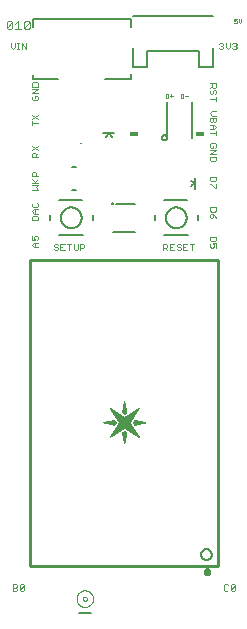
<source format=gto>
G75*
%MOIN*%
%OFA0B0*%
%FSLAX25Y25*%
%IPPOS*%
%LPD*%
%AMOC8*
5,1,8,0,0,1.08239X$1,22.5*
%
%ADD10C,0.00000*%
%ADD11C,0.00001*%
%ADD12C,0.00300*%
%ADD13C,0.00400*%
%ADD14C,0.00200*%
%ADD15C,0.01000*%
%ADD16C,0.00500*%
%ADD17C,0.00800*%
%ADD18C,0.00787*%
%ADD19C,0.01575*%
%ADD20C,0.00600*%
%ADD21R,0.03000X0.01800*%
%ADD22R,0.00787X0.00295*%
D10*
X0077813Y0062260D02*
X0077103Y0065834D01*
X0077813Y0066358D01*
X0078524Y0065834D01*
X0077813Y0062260D01*
X0077814Y0067577D02*
X0072901Y0064336D01*
X0076141Y0069249D01*
X0072901Y0074161D01*
X0077814Y0070922D01*
X0082726Y0074161D01*
X0079486Y0069249D01*
X0082726Y0064336D01*
X0077814Y0067577D01*
X0080705Y0069249D02*
X0081229Y0069959D01*
X0084803Y0069249D01*
X0081229Y0068538D01*
X0080705Y0069249D01*
X0078524Y0072664D02*
X0077813Y0072140D01*
X0077103Y0072664D01*
X0077813Y0076238D01*
X0078524Y0072664D01*
X0074398Y0069959D02*
X0070825Y0069249D01*
X0074398Y0068538D01*
X0074922Y0069249D01*
X0074398Y0069959D01*
D11*
X0074399Y0069959D02*
X0074394Y0069959D01*
X0074389Y0069958D02*
X0074400Y0069958D01*
X0074400Y0069957D02*
X0074384Y0069957D01*
X0074379Y0069956D02*
X0074401Y0069956D01*
X0074402Y0069955D02*
X0074374Y0069955D01*
X0074369Y0069954D02*
X0074403Y0069954D01*
X0074403Y0069953D02*
X0074364Y0069953D01*
X0074360Y0069952D02*
X0074404Y0069952D01*
X0074405Y0069951D02*
X0074355Y0069951D01*
X0074350Y0069950D02*
X0074405Y0069950D01*
X0074406Y0069949D02*
X0074345Y0069949D01*
X0074340Y0069948D02*
X0074407Y0069948D01*
X0074408Y0069947D02*
X0074335Y0069947D01*
X0074330Y0069946D02*
X0074408Y0069946D01*
X0074409Y0069945D02*
X0074325Y0069945D01*
X0074320Y0069944D02*
X0074410Y0069944D01*
X0074410Y0069943D02*
X0074315Y0069943D01*
X0074310Y0069942D02*
X0074411Y0069942D01*
X0074412Y0069941D02*
X0074305Y0069941D01*
X0074300Y0069940D02*
X0074413Y0069940D01*
X0074413Y0069939D02*
X0074295Y0069939D01*
X0074290Y0069938D02*
X0074414Y0069938D01*
X0074415Y0069937D02*
X0074285Y0069937D01*
X0074280Y0069936D02*
X0074416Y0069936D01*
X0074416Y0069935D02*
X0074275Y0069935D01*
X0074270Y0069934D02*
X0074417Y0069934D01*
X0074418Y0069933D02*
X0074265Y0069933D01*
X0074261Y0069932D02*
X0074418Y0069932D01*
X0074419Y0069931D02*
X0074256Y0069931D01*
X0074251Y0069930D02*
X0074420Y0069930D01*
X0074421Y0069929D02*
X0074246Y0069929D01*
X0074241Y0069928D02*
X0074421Y0069928D01*
X0074422Y0069927D02*
X0074236Y0069927D01*
X0074231Y0069926D02*
X0074423Y0069926D01*
X0074424Y0069925D02*
X0074226Y0069925D01*
X0074221Y0069924D02*
X0074424Y0069924D01*
X0074425Y0069923D02*
X0074216Y0069923D01*
X0074211Y0069922D02*
X0074426Y0069922D01*
X0074426Y0069921D02*
X0074206Y0069921D01*
X0074201Y0069920D02*
X0074427Y0069920D01*
X0074428Y0069919D02*
X0074196Y0069919D01*
X0074191Y0069918D02*
X0074429Y0069918D01*
X0074429Y0069917D02*
X0074186Y0069917D01*
X0074181Y0069916D02*
X0074430Y0069916D01*
X0074431Y0069915D02*
X0074176Y0069915D01*
X0074171Y0069914D02*
X0074432Y0069914D01*
X0074432Y0069913D02*
X0074166Y0069913D01*
X0074162Y0069912D02*
X0074433Y0069912D01*
X0074434Y0069911D02*
X0074157Y0069911D01*
X0074152Y0069910D02*
X0074434Y0069910D01*
X0074435Y0069909D02*
X0074147Y0069909D01*
X0074142Y0069908D02*
X0074436Y0069908D01*
X0074437Y0069907D02*
X0074137Y0069907D01*
X0074132Y0069906D02*
X0074437Y0069906D01*
X0074438Y0069906D02*
X0074127Y0069906D01*
X0074122Y0069905D02*
X0074439Y0069905D01*
X0074440Y0069904D02*
X0074117Y0069904D01*
X0074112Y0069903D02*
X0074440Y0069903D01*
X0074441Y0069902D02*
X0074107Y0069902D01*
X0074102Y0069901D02*
X0074442Y0069901D01*
X0074442Y0069900D02*
X0074097Y0069900D01*
X0074092Y0069899D02*
X0074443Y0069899D01*
X0074444Y0069898D02*
X0074087Y0069898D01*
X0074082Y0069897D02*
X0074445Y0069897D01*
X0074445Y0069896D02*
X0074077Y0069896D01*
X0074072Y0069895D02*
X0074446Y0069895D01*
X0074447Y0069894D02*
X0074067Y0069894D01*
X0074063Y0069893D02*
X0074448Y0069893D01*
X0074448Y0069892D02*
X0074058Y0069892D01*
X0074053Y0069891D02*
X0074449Y0069891D01*
X0074450Y0069890D02*
X0074048Y0069890D01*
X0074043Y0069889D02*
X0074450Y0069889D01*
X0074451Y0069888D02*
X0074038Y0069888D01*
X0074033Y0069887D02*
X0074452Y0069887D01*
X0074453Y0069886D02*
X0074028Y0069886D01*
X0074023Y0069885D02*
X0074453Y0069885D01*
X0074454Y0069884D02*
X0074018Y0069884D01*
X0074013Y0069883D02*
X0074455Y0069883D01*
X0074456Y0069882D02*
X0074008Y0069882D01*
X0074003Y0069881D02*
X0074456Y0069881D01*
X0074457Y0069880D02*
X0073998Y0069880D01*
X0073993Y0069879D02*
X0074458Y0069879D01*
X0074458Y0069878D02*
X0073988Y0069878D01*
X0073983Y0069877D02*
X0074459Y0069877D01*
X0074460Y0069876D02*
X0073978Y0069876D01*
X0073973Y0069875D02*
X0074461Y0069875D01*
X0074461Y0069874D02*
X0073968Y0069874D01*
X0073964Y0069873D02*
X0074462Y0069873D01*
X0074463Y0069872D02*
X0073959Y0069872D01*
X0073954Y0069871D02*
X0074464Y0069871D01*
X0074464Y0069870D02*
X0073949Y0069870D01*
X0073944Y0069869D02*
X0074465Y0069869D01*
X0074466Y0069868D02*
X0073939Y0069868D01*
X0073934Y0069867D02*
X0074466Y0069867D01*
X0074467Y0069866D02*
X0073929Y0069866D01*
X0073924Y0069865D02*
X0074468Y0069865D01*
X0074469Y0069864D02*
X0073919Y0069864D01*
X0073914Y0069863D02*
X0074469Y0069863D01*
X0074470Y0069862D02*
X0073909Y0069862D01*
X0073904Y0069861D02*
X0074471Y0069861D01*
X0074471Y0069860D02*
X0073899Y0069860D01*
X0073894Y0069859D02*
X0074472Y0069859D01*
X0074473Y0069858D02*
X0073889Y0069858D01*
X0073884Y0069857D02*
X0074474Y0069857D01*
X0074474Y0069856D02*
X0073879Y0069856D01*
X0073874Y0069855D02*
X0074475Y0069855D01*
X0074476Y0069854D02*
X0073869Y0069854D01*
X0073865Y0069853D02*
X0074477Y0069853D01*
X0074477Y0069852D02*
X0073860Y0069852D01*
X0073855Y0069851D02*
X0074478Y0069851D01*
X0074479Y0069850D02*
X0073850Y0069850D01*
X0073845Y0069849D02*
X0074479Y0069849D01*
X0074480Y0069848D02*
X0073840Y0069848D01*
X0073835Y0069847D02*
X0074481Y0069847D01*
X0074482Y0069846D02*
X0073830Y0069846D01*
X0073825Y0069845D02*
X0074482Y0069845D01*
X0074483Y0069844D02*
X0073820Y0069844D01*
X0073815Y0069844D02*
X0074484Y0069844D01*
X0074485Y0069843D02*
X0073810Y0069843D01*
X0073805Y0069842D02*
X0074485Y0069842D01*
X0074486Y0069841D02*
X0073800Y0069841D01*
X0073795Y0069840D02*
X0074487Y0069840D01*
X0074487Y0069839D02*
X0073790Y0069839D01*
X0073785Y0069838D02*
X0074488Y0069838D01*
X0074489Y0069837D02*
X0073780Y0069837D01*
X0073775Y0069836D02*
X0074490Y0069836D01*
X0074490Y0069835D02*
X0073770Y0069835D01*
X0073766Y0069834D02*
X0074491Y0069834D01*
X0074492Y0069833D02*
X0073761Y0069833D01*
X0073756Y0069832D02*
X0074493Y0069832D01*
X0074493Y0069831D02*
X0073751Y0069831D01*
X0073746Y0069830D02*
X0074494Y0069830D01*
X0074495Y0069829D02*
X0073741Y0069829D01*
X0073736Y0069828D02*
X0074495Y0069828D01*
X0074496Y0069827D02*
X0073731Y0069827D01*
X0073726Y0069826D02*
X0074497Y0069826D01*
X0074498Y0069825D02*
X0073721Y0069825D01*
X0073716Y0069824D02*
X0074498Y0069824D01*
X0074499Y0069823D02*
X0073711Y0069823D01*
X0073706Y0069822D02*
X0074500Y0069822D01*
X0074501Y0069821D02*
X0073701Y0069821D01*
X0073696Y0069820D02*
X0074501Y0069820D01*
X0074502Y0069819D02*
X0073691Y0069819D01*
X0073686Y0069818D02*
X0074503Y0069818D01*
X0074503Y0069817D02*
X0073681Y0069817D01*
X0073676Y0069816D02*
X0074504Y0069816D01*
X0074505Y0069815D02*
X0073671Y0069815D01*
X0073667Y0069814D02*
X0074506Y0069814D01*
X0074506Y0069813D02*
X0073662Y0069813D01*
X0073657Y0069812D02*
X0074507Y0069812D01*
X0074508Y0069811D02*
X0073652Y0069811D01*
X0073647Y0069810D02*
X0074509Y0069810D01*
X0074509Y0069809D02*
X0073642Y0069809D01*
X0073637Y0069808D02*
X0074510Y0069808D01*
X0074511Y0069807D02*
X0073632Y0069807D01*
X0073627Y0069806D02*
X0074511Y0069806D01*
X0074512Y0069805D02*
X0073622Y0069805D01*
X0073617Y0069804D02*
X0074513Y0069804D01*
X0074514Y0069803D02*
X0073612Y0069803D01*
X0073607Y0069802D02*
X0074514Y0069802D01*
X0074515Y0069801D02*
X0073602Y0069801D01*
X0073597Y0069800D02*
X0074516Y0069800D01*
X0074517Y0069799D02*
X0073592Y0069799D01*
X0073587Y0069798D02*
X0074517Y0069798D01*
X0074518Y0069797D02*
X0073582Y0069797D01*
X0073577Y0069796D02*
X0074519Y0069796D01*
X0074519Y0069795D02*
X0073572Y0069795D01*
X0073567Y0069794D02*
X0074520Y0069794D01*
X0074521Y0069793D02*
X0073563Y0069793D01*
X0073558Y0069792D02*
X0074522Y0069792D01*
X0074522Y0069791D02*
X0073553Y0069791D01*
X0073548Y0069790D02*
X0074523Y0069790D01*
X0074524Y0069789D02*
X0073543Y0069789D01*
X0073538Y0069788D02*
X0074524Y0069788D01*
X0074525Y0069787D02*
X0073533Y0069787D01*
X0073528Y0069786D02*
X0074526Y0069786D01*
X0074527Y0069785D02*
X0073523Y0069785D01*
X0073518Y0069784D02*
X0074527Y0069784D01*
X0074528Y0069783D02*
X0073513Y0069783D01*
X0073508Y0069782D02*
X0074529Y0069782D01*
X0074530Y0069781D02*
X0073503Y0069781D01*
X0073498Y0069781D02*
X0074530Y0069781D01*
X0074531Y0069780D02*
X0073493Y0069780D01*
X0073488Y0069779D02*
X0074532Y0069779D01*
X0074532Y0069778D02*
X0073483Y0069778D01*
X0073478Y0069777D02*
X0074533Y0069777D01*
X0074534Y0069776D02*
X0073473Y0069776D01*
X0073468Y0069775D02*
X0074535Y0069775D01*
X0074535Y0069774D02*
X0073464Y0069774D01*
X0073459Y0069773D02*
X0074536Y0069773D01*
X0074537Y0069772D02*
X0073454Y0069772D01*
X0073449Y0069771D02*
X0074538Y0069771D01*
X0074538Y0069770D02*
X0073444Y0069770D01*
X0073439Y0069769D02*
X0074539Y0069769D01*
X0074540Y0069768D02*
X0073434Y0069768D01*
X0073429Y0069767D02*
X0074540Y0069767D01*
X0074541Y0069766D02*
X0073424Y0069766D01*
X0073419Y0069765D02*
X0074542Y0069765D01*
X0074543Y0069764D02*
X0073414Y0069764D01*
X0073409Y0069763D02*
X0074543Y0069763D01*
X0074544Y0069762D02*
X0073404Y0069762D01*
X0073399Y0069761D02*
X0074545Y0069761D01*
X0074546Y0069760D02*
X0073394Y0069760D01*
X0073389Y0069759D02*
X0074546Y0069759D01*
X0074547Y0069758D02*
X0073384Y0069758D01*
X0073379Y0069757D02*
X0074548Y0069757D01*
X0074548Y0069756D02*
X0073374Y0069756D01*
X0073369Y0069755D02*
X0074549Y0069755D01*
X0074550Y0069754D02*
X0073365Y0069754D01*
X0073360Y0069753D02*
X0074551Y0069753D01*
X0074551Y0069752D02*
X0073355Y0069752D01*
X0073350Y0069751D02*
X0074552Y0069751D01*
X0074553Y0069750D02*
X0073345Y0069750D01*
X0073340Y0069749D02*
X0074554Y0069749D01*
X0074554Y0069748D02*
X0073335Y0069748D01*
X0073330Y0069747D02*
X0074555Y0069747D01*
X0074556Y0069746D02*
X0073325Y0069746D01*
X0073320Y0069745D02*
X0074556Y0069745D01*
X0074557Y0069744D02*
X0073315Y0069744D01*
X0073310Y0069743D02*
X0074558Y0069743D01*
X0074559Y0069742D02*
X0073305Y0069742D01*
X0073300Y0069741D02*
X0074559Y0069741D01*
X0074560Y0069740D02*
X0073295Y0069740D01*
X0073290Y0069739D02*
X0074561Y0069739D01*
X0074562Y0069738D02*
X0073285Y0069738D01*
X0073280Y0069737D02*
X0074562Y0069737D01*
X0074563Y0069736D02*
X0073275Y0069736D01*
X0073270Y0069735D02*
X0074564Y0069735D01*
X0074564Y0069734D02*
X0073266Y0069734D01*
X0073261Y0069733D02*
X0074565Y0069733D01*
X0074566Y0069732D02*
X0073256Y0069732D01*
X0073251Y0069731D02*
X0074567Y0069731D01*
X0074567Y0069730D02*
X0073246Y0069730D01*
X0073241Y0069729D02*
X0074568Y0069729D01*
X0074569Y0069728D02*
X0073236Y0069728D01*
X0073231Y0069727D02*
X0074570Y0069727D01*
X0074570Y0069726D02*
X0073226Y0069726D01*
X0073221Y0069725D02*
X0074571Y0069725D01*
X0074572Y0069724D02*
X0073216Y0069724D01*
X0073211Y0069723D02*
X0074572Y0069723D01*
X0074573Y0069722D02*
X0073206Y0069722D01*
X0073201Y0069721D02*
X0074574Y0069721D01*
X0074575Y0069720D02*
X0073196Y0069720D01*
X0073191Y0069719D02*
X0074575Y0069719D01*
X0074576Y0069719D02*
X0073186Y0069719D01*
X0073181Y0069718D02*
X0074577Y0069718D01*
X0074577Y0069717D02*
X0073176Y0069717D01*
X0073171Y0069716D02*
X0074578Y0069716D01*
X0074579Y0069715D02*
X0073167Y0069715D01*
X0073162Y0069714D02*
X0074580Y0069714D01*
X0074580Y0069713D02*
X0073157Y0069713D01*
X0073152Y0069712D02*
X0074581Y0069712D01*
X0074582Y0069711D02*
X0073147Y0069711D01*
X0073142Y0069710D02*
X0074583Y0069710D01*
X0074583Y0069709D02*
X0073137Y0069709D01*
X0073132Y0069708D02*
X0074584Y0069708D01*
X0074585Y0069707D02*
X0073127Y0069707D01*
X0073122Y0069706D02*
X0074585Y0069706D01*
X0074586Y0069705D02*
X0073117Y0069705D01*
X0073112Y0069704D02*
X0074587Y0069704D01*
X0074588Y0069703D02*
X0073107Y0069703D01*
X0073102Y0069702D02*
X0074588Y0069702D01*
X0074589Y0069701D02*
X0073097Y0069701D01*
X0073092Y0069700D02*
X0074590Y0069700D01*
X0074591Y0069699D02*
X0073087Y0069699D01*
X0073082Y0069698D02*
X0074591Y0069698D01*
X0074592Y0069697D02*
X0073077Y0069697D01*
X0073072Y0069696D02*
X0074593Y0069696D01*
X0074593Y0069695D02*
X0073068Y0069695D01*
X0073063Y0069694D02*
X0074594Y0069694D01*
X0074595Y0069693D02*
X0073058Y0069693D01*
X0073053Y0069692D02*
X0074596Y0069692D01*
X0074596Y0069691D02*
X0073048Y0069691D01*
X0073043Y0069690D02*
X0074597Y0069690D01*
X0074598Y0069689D02*
X0073038Y0069689D01*
X0073033Y0069688D02*
X0074599Y0069688D01*
X0074599Y0069687D02*
X0073028Y0069687D01*
X0073023Y0069686D02*
X0074600Y0069686D01*
X0074601Y0069685D02*
X0073018Y0069685D01*
X0073013Y0069684D02*
X0074601Y0069684D01*
X0074602Y0069683D02*
X0073008Y0069683D01*
X0073003Y0069682D02*
X0074603Y0069682D01*
X0074604Y0069681D02*
X0072998Y0069681D01*
X0072993Y0069680D02*
X0074604Y0069680D01*
X0074605Y0069679D02*
X0072988Y0069679D01*
X0072983Y0069678D02*
X0074606Y0069678D01*
X0074607Y0069677D02*
X0072978Y0069677D01*
X0072973Y0069676D02*
X0074607Y0069676D01*
X0074608Y0069675D02*
X0072969Y0069675D01*
X0072964Y0069674D02*
X0074609Y0069674D01*
X0074609Y0069673D02*
X0072959Y0069673D01*
X0072954Y0069672D02*
X0074610Y0069672D01*
X0074611Y0069671D02*
X0072949Y0069671D01*
X0072944Y0069670D02*
X0074612Y0069670D01*
X0074612Y0069669D02*
X0072939Y0069669D01*
X0072934Y0069668D02*
X0074613Y0069668D01*
X0074614Y0069667D02*
X0072929Y0069667D01*
X0072924Y0069666D02*
X0074615Y0069666D01*
X0074615Y0069665D02*
X0072919Y0069665D01*
X0072914Y0069664D02*
X0074616Y0069664D01*
X0074617Y0069663D02*
X0072909Y0069663D01*
X0072904Y0069662D02*
X0074617Y0069662D01*
X0074618Y0069661D02*
X0072899Y0069661D01*
X0072894Y0069660D02*
X0074619Y0069660D01*
X0074620Y0069659D02*
X0072889Y0069659D01*
X0072884Y0069658D02*
X0074620Y0069658D01*
X0074621Y0069657D02*
X0072879Y0069657D01*
X0072874Y0069656D02*
X0074622Y0069656D01*
X0074623Y0069656D02*
X0072870Y0069656D01*
X0072865Y0069655D02*
X0074623Y0069655D01*
X0074624Y0069654D02*
X0072860Y0069654D01*
X0072855Y0069653D02*
X0074625Y0069653D01*
X0074625Y0069652D02*
X0072850Y0069652D01*
X0072845Y0069651D02*
X0074626Y0069651D01*
X0074627Y0069650D02*
X0072840Y0069650D01*
X0072835Y0069649D02*
X0074628Y0069649D01*
X0074628Y0069648D02*
X0072830Y0069648D01*
X0072825Y0069647D02*
X0074629Y0069647D01*
X0074630Y0069646D02*
X0072820Y0069646D01*
X0072815Y0069645D02*
X0074631Y0069645D01*
X0074631Y0069644D02*
X0072810Y0069644D01*
X0072805Y0069643D02*
X0074632Y0069643D01*
X0074633Y0069642D02*
X0072800Y0069642D01*
X0072795Y0069641D02*
X0074633Y0069641D01*
X0074634Y0069640D02*
X0072790Y0069640D01*
X0072785Y0069639D02*
X0074635Y0069639D01*
X0074636Y0069638D02*
X0072780Y0069638D01*
X0072775Y0069637D02*
X0074636Y0069637D01*
X0074637Y0069636D02*
X0072770Y0069636D01*
X0072766Y0069635D02*
X0074638Y0069635D01*
X0074638Y0069634D02*
X0072761Y0069634D01*
X0072756Y0069633D02*
X0074639Y0069633D01*
X0074640Y0069632D02*
X0072751Y0069632D01*
X0072746Y0069631D02*
X0074641Y0069631D01*
X0074641Y0069630D02*
X0072741Y0069630D01*
X0072736Y0069629D02*
X0074642Y0069629D01*
X0074643Y0069628D02*
X0072731Y0069628D01*
X0072726Y0069627D02*
X0074644Y0069627D01*
X0074644Y0069626D02*
X0072721Y0069626D01*
X0072716Y0069625D02*
X0074645Y0069625D01*
X0074646Y0069624D02*
X0072711Y0069624D01*
X0072706Y0069623D02*
X0074646Y0069623D01*
X0074647Y0069622D02*
X0072701Y0069622D01*
X0072696Y0069621D02*
X0074648Y0069621D01*
X0074649Y0069620D02*
X0072691Y0069620D01*
X0072686Y0069619D02*
X0074649Y0069619D01*
X0074650Y0069618D02*
X0072681Y0069618D01*
X0072676Y0069617D02*
X0074651Y0069617D01*
X0074652Y0069616D02*
X0072671Y0069616D01*
X0072667Y0069615D02*
X0074652Y0069615D01*
X0074653Y0069614D02*
X0072662Y0069614D01*
X0072657Y0069613D02*
X0074654Y0069613D01*
X0074654Y0069612D02*
X0072652Y0069612D01*
X0072647Y0069611D02*
X0074655Y0069611D01*
X0074656Y0069610D02*
X0072642Y0069610D01*
X0072637Y0069609D02*
X0074657Y0069609D01*
X0074657Y0069608D02*
X0072632Y0069608D01*
X0072627Y0069607D02*
X0074658Y0069607D01*
X0074659Y0069606D02*
X0072622Y0069606D01*
X0072617Y0069605D02*
X0074660Y0069605D01*
X0074660Y0069604D02*
X0072612Y0069604D01*
X0072607Y0069603D02*
X0074661Y0069603D01*
X0074662Y0069602D02*
X0072602Y0069602D01*
X0072597Y0069601D02*
X0074662Y0069601D01*
X0074663Y0069600D02*
X0072592Y0069600D01*
X0072587Y0069599D02*
X0074664Y0069599D01*
X0074665Y0069598D02*
X0072582Y0069598D01*
X0072577Y0069597D02*
X0074665Y0069597D01*
X0074666Y0069596D02*
X0072572Y0069596D01*
X0072568Y0069595D02*
X0074667Y0069595D01*
X0074668Y0069594D02*
X0072563Y0069594D01*
X0072558Y0069594D02*
X0074668Y0069594D01*
X0074669Y0069593D02*
X0072553Y0069593D01*
X0072548Y0069592D02*
X0074670Y0069592D01*
X0074670Y0069591D02*
X0072543Y0069591D01*
X0072538Y0069590D02*
X0074671Y0069590D01*
X0074672Y0069589D02*
X0072533Y0069589D01*
X0072528Y0069588D02*
X0074673Y0069588D01*
X0074673Y0069587D02*
X0072523Y0069587D01*
X0072518Y0069586D02*
X0074674Y0069586D01*
X0074675Y0069585D02*
X0072513Y0069585D01*
X0072508Y0069584D02*
X0074676Y0069584D01*
X0074676Y0069583D02*
X0072503Y0069583D01*
X0072498Y0069582D02*
X0074677Y0069582D01*
X0074678Y0069581D02*
X0072493Y0069581D01*
X0072488Y0069580D02*
X0074678Y0069580D01*
X0074679Y0069579D02*
X0072483Y0069579D01*
X0072478Y0069578D02*
X0074680Y0069578D01*
X0074681Y0069577D02*
X0072473Y0069577D01*
X0072469Y0069576D02*
X0074681Y0069576D01*
X0074682Y0069575D02*
X0072464Y0069575D01*
X0072459Y0069574D02*
X0074683Y0069574D01*
X0074684Y0069573D02*
X0072454Y0069573D01*
X0072449Y0069572D02*
X0074684Y0069572D01*
X0074685Y0069571D02*
X0072444Y0069571D01*
X0072439Y0069570D02*
X0074686Y0069570D01*
X0074686Y0069569D02*
X0072434Y0069569D01*
X0072429Y0069568D02*
X0074687Y0069568D01*
X0074688Y0069567D02*
X0072424Y0069567D01*
X0072419Y0069566D02*
X0074689Y0069566D01*
X0074689Y0069565D02*
X0072414Y0069565D01*
X0072409Y0069564D02*
X0074690Y0069564D01*
X0074691Y0069563D02*
X0072404Y0069563D01*
X0072399Y0069562D02*
X0074691Y0069562D01*
X0074692Y0069561D02*
X0072394Y0069561D01*
X0072389Y0069560D02*
X0074693Y0069560D01*
X0074694Y0069559D02*
X0072384Y0069559D01*
X0072379Y0069558D02*
X0074694Y0069558D01*
X0074695Y0069557D02*
X0072374Y0069557D01*
X0072370Y0069556D02*
X0074696Y0069556D01*
X0074697Y0069555D02*
X0072365Y0069555D01*
X0072360Y0069554D02*
X0074697Y0069554D01*
X0074698Y0069553D02*
X0072355Y0069553D01*
X0072350Y0069552D02*
X0074699Y0069552D01*
X0074699Y0069551D02*
X0072345Y0069551D01*
X0072340Y0069550D02*
X0074700Y0069550D01*
X0074701Y0069549D02*
X0072335Y0069549D01*
X0072330Y0069548D02*
X0074702Y0069548D01*
X0074702Y0069547D02*
X0072325Y0069547D01*
X0072320Y0069546D02*
X0074703Y0069546D01*
X0074704Y0069545D02*
X0072315Y0069545D01*
X0072310Y0069544D02*
X0074705Y0069544D01*
X0074705Y0069543D02*
X0072305Y0069543D01*
X0072300Y0069542D02*
X0074706Y0069542D01*
X0074707Y0069541D02*
X0072295Y0069541D01*
X0072290Y0069540D02*
X0074707Y0069540D01*
X0074708Y0069539D02*
X0072285Y0069539D01*
X0072280Y0069538D02*
X0074709Y0069538D01*
X0074710Y0069537D02*
X0072275Y0069537D01*
X0072271Y0069536D02*
X0074710Y0069536D01*
X0074711Y0069535D02*
X0072266Y0069535D01*
X0072261Y0069534D02*
X0074712Y0069534D01*
X0074713Y0069533D02*
X0072256Y0069533D01*
X0072251Y0069532D02*
X0074713Y0069532D01*
X0074714Y0069531D02*
X0072246Y0069531D01*
X0072241Y0069531D02*
X0074715Y0069531D01*
X0074715Y0069530D02*
X0072236Y0069530D01*
X0072231Y0069529D02*
X0074716Y0069529D01*
X0074717Y0069528D02*
X0072226Y0069528D01*
X0072221Y0069527D02*
X0074718Y0069527D01*
X0074718Y0069526D02*
X0072216Y0069526D01*
X0072211Y0069525D02*
X0074719Y0069525D01*
X0074720Y0069524D02*
X0072206Y0069524D01*
X0072201Y0069523D02*
X0074721Y0069523D01*
X0074721Y0069522D02*
X0072196Y0069522D01*
X0072191Y0069521D02*
X0074722Y0069521D01*
X0074723Y0069520D02*
X0072186Y0069520D01*
X0072181Y0069519D02*
X0074723Y0069519D01*
X0074724Y0069518D02*
X0072176Y0069518D01*
X0072172Y0069517D02*
X0074725Y0069517D01*
X0074726Y0069516D02*
X0072167Y0069516D01*
X0072162Y0069515D02*
X0074726Y0069515D01*
X0074727Y0069514D02*
X0072157Y0069514D01*
X0072152Y0069513D02*
X0074728Y0069513D01*
X0074729Y0069512D02*
X0072147Y0069512D01*
X0072142Y0069511D02*
X0074729Y0069511D01*
X0074730Y0069510D02*
X0072137Y0069510D01*
X0072132Y0069509D02*
X0074731Y0069509D01*
X0074731Y0069508D02*
X0072127Y0069508D01*
X0072122Y0069507D02*
X0074732Y0069507D01*
X0074733Y0069506D02*
X0072117Y0069506D01*
X0072112Y0069505D02*
X0074734Y0069505D01*
X0074734Y0069504D02*
X0072107Y0069504D01*
X0072102Y0069503D02*
X0074735Y0069503D01*
X0074736Y0069502D02*
X0072097Y0069502D01*
X0072092Y0069501D02*
X0074737Y0069501D01*
X0074737Y0069500D02*
X0072087Y0069500D01*
X0072082Y0069499D02*
X0074738Y0069499D01*
X0074739Y0069498D02*
X0072077Y0069498D01*
X0072073Y0069497D02*
X0074739Y0069497D01*
X0074740Y0069496D02*
X0072068Y0069496D01*
X0072063Y0069495D02*
X0074741Y0069495D01*
X0074742Y0069494D02*
X0072058Y0069494D01*
X0072053Y0069493D02*
X0074742Y0069493D01*
X0074743Y0069492D02*
X0072048Y0069492D01*
X0072043Y0069491D02*
X0074744Y0069491D01*
X0074745Y0069490D02*
X0072038Y0069490D01*
X0072033Y0069489D02*
X0074745Y0069489D01*
X0074746Y0069488D02*
X0072028Y0069488D01*
X0072023Y0069487D02*
X0074747Y0069487D01*
X0074747Y0069486D02*
X0072018Y0069486D01*
X0072013Y0069485D02*
X0074748Y0069485D01*
X0074749Y0069484D02*
X0072008Y0069484D01*
X0072003Y0069483D02*
X0074750Y0069483D01*
X0074750Y0069482D02*
X0071998Y0069482D01*
X0071993Y0069481D02*
X0074751Y0069481D01*
X0074752Y0069480D02*
X0071988Y0069480D01*
X0071983Y0069479D02*
X0074752Y0069479D01*
X0074753Y0069478D02*
X0071978Y0069478D01*
X0071973Y0069477D02*
X0074754Y0069477D01*
X0074755Y0069476D02*
X0071969Y0069476D01*
X0071964Y0069475D02*
X0074755Y0069475D01*
X0074756Y0069474D02*
X0071959Y0069474D01*
X0071954Y0069473D02*
X0074757Y0069473D01*
X0074758Y0069472D02*
X0071949Y0069472D01*
X0071944Y0069471D02*
X0074758Y0069471D01*
X0074759Y0069470D02*
X0071939Y0069470D01*
X0071934Y0069469D02*
X0074760Y0069469D01*
X0071929Y0069469D01*
X0071924Y0069468D02*
X0074761Y0069468D01*
X0074762Y0069467D02*
X0071919Y0069467D01*
X0071914Y0069466D02*
X0074763Y0069466D01*
X0074763Y0069465D02*
X0071909Y0069465D01*
X0071904Y0069464D02*
X0074764Y0069464D01*
X0074765Y0069463D02*
X0071899Y0069463D01*
X0071894Y0069462D02*
X0074766Y0069462D01*
X0074766Y0069461D02*
X0071889Y0069461D01*
X0071884Y0069460D02*
X0074767Y0069460D01*
X0074768Y0069459D02*
X0071879Y0069459D01*
X0071874Y0069458D02*
X0074768Y0069458D01*
X0074769Y0069457D02*
X0071870Y0069457D01*
X0071865Y0069456D02*
X0074770Y0069456D01*
X0074771Y0069455D02*
X0071860Y0069455D01*
X0071855Y0069454D02*
X0074771Y0069454D01*
X0074772Y0069453D02*
X0071850Y0069453D01*
X0071845Y0069452D02*
X0074773Y0069452D01*
X0074774Y0069451D02*
X0071840Y0069451D01*
X0071835Y0069450D02*
X0074774Y0069450D01*
X0074775Y0069449D02*
X0071830Y0069449D01*
X0071825Y0069448D02*
X0074776Y0069448D01*
X0074776Y0069447D02*
X0071820Y0069447D01*
X0071815Y0069446D02*
X0074777Y0069446D01*
X0074778Y0069445D02*
X0071810Y0069445D01*
X0071805Y0069444D02*
X0074779Y0069444D01*
X0074779Y0069443D02*
X0071800Y0069443D01*
X0071795Y0069442D02*
X0074780Y0069442D01*
X0074781Y0069441D02*
X0071790Y0069441D01*
X0071785Y0069440D02*
X0074782Y0069440D01*
X0074782Y0069439D02*
X0071780Y0069439D01*
X0071775Y0069438D02*
X0074783Y0069438D01*
X0074784Y0069437D02*
X0071771Y0069437D01*
X0071766Y0069436D02*
X0074784Y0069436D01*
X0074785Y0069435D02*
X0071761Y0069435D01*
X0071756Y0069434D02*
X0074786Y0069434D01*
X0074787Y0069433D02*
X0071751Y0069433D01*
X0071746Y0069432D02*
X0074787Y0069432D01*
X0074788Y0069431D02*
X0071741Y0069431D01*
X0071736Y0069430D02*
X0074789Y0069430D01*
X0074790Y0069429D02*
X0071731Y0069429D01*
X0071726Y0069428D02*
X0074790Y0069428D01*
X0074791Y0069427D02*
X0071721Y0069427D01*
X0071716Y0069426D02*
X0074792Y0069426D01*
X0074792Y0069425D02*
X0071711Y0069425D01*
X0071706Y0069424D02*
X0074793Y0069424D01*
X0074794Y0069423D02*
X0071701Y0069423D01*
X0071696Y0069422D02*
X0074795Y0069422D01*
X0074795Y0069421D02*
X0071691Y0069421D01*
X0071686Y0069420D02*
X0074796Y0069420D01*
X0074797Y0069419D02*
X0071681Y0069419D01*
X0071676Y0069418D02*
X0074798Y0069418D01*
X0074798Y0069417D02*
X0071672Y0069417D01*
X0071667Y0069416D02*
X0074799Y0069416D01*
X0074800Y0069415D02*
X0071662Y0069415D01*
X0071657Y0069414D02*
X0074800Y0069414D01*
X0074801Y0069413D02*
X0071652Y0069413D01*
X0071647Y0069412D02*
X0074802Y0069412D01*
X0074803Y0069411D02*
X0071642Y0069411D01*
X0071637Y0069410D02*
X0074803Y0069410D01*
X0074804Y0069409D02*
X0071632Y0069409D01*
X0071627Y0069408D02*
X0074805Y0069408D01*
X0074805Y0069407D02*
X0071622Y0069407D01*
X0071617Y0069406D02*
X0074806Y0069406D01*
X0074807Y0069406D02*
X0071612Y0069406D01*
X0071607Y0069405D02*
X0074808Y0069405D01*
X0074808Y0069404D02*
X0071602Y0069404D01*
X0071597Y0069403D02*
X0074809Y0069403D01*
X0074810Y0069402D02*
X0071592Y0069402D01*
X0071587Y0069401D02*
X0074811Y0069401D01*
X0074811Y0069400D02*
X0071582Y0069400D01*
X0071577Y0069399D02*
X0074812Y0069399D01*
X0074813Y0069398D02*
X0071573Y0069398D01*
X0071568Y0069397D02*
X0074813Y0069397D01*
X0074814Y0069396D02*
X0071563Y0069396D01*
X0071558Y0069395D02*
X0074815Y0069395D01*
X0074816Y0069394D02*
X0071553Y0069394D01*
X0071548Y0069393D02*
X0074816Y0069393D01*
X0074817Y0069392D02*
X0071543Y0069392D01*
X0071538Y0069391D02*
X0074818Y0069391D01*
X0074819Y0069390D02*
X0071533Y0069390D01*
X0071528Y0069389D02*
X0074819Y0069389D01*
X0074820Y0069388D02*
X0071523Y0069388D01*
X0071518Y0069387D02*
X0074821Y0069387D01*
X0074821Y0069386D02*
X0071513Y0069386D01*
X0071508Y0069385D02*
X0074822Y0069385D01*
X0074823Y0069384D02*
X0071503Y0069384D01*
X0071498Y0069383D02*
X0074824Y0069383D01*
X0074824Y0069382D02*
X0071493Y0069382D01*
X0071488Y0069381D02*
X0074825Y0069381D01*
X0074826Y0069380D02*
X0071483Y0069380D01*
X0071478Y0069379D02*
X0074827Y0069379D01*
X0074827Y0069378D02*
X0071474Y0069378D01*
X0071469Y0069377D02*
X0074828Y0069377D01*
X0074829Y0069376D02*
X0071464Y0069376D01*
X0071459Y0069375D02*
X0074829Y0069375D01*
X0074830Y0069374D02*
X0071454Y0069374D01*
X0071449Y0069373D02*
X0074831Y0069373D01*
X0074832Y0069372D02*
X0071444Y0069372D01*
X0071439Y0069371D02*
X0074832Y0069371D01*
X0074833Y0069370D02*
X0071434Y0069370D01*
X0071429Y0069369D02*
X0074834Y0069369D01*
X0074835Y0069368D02*
X0071424Y0069368D01*
X0071419Y0069367D02*
X0074835Y0069367D01*
X0074836Y0069366D02*
X0071414Y0069366D01*
X0071409Y0069365D02*
X0074837Y0069365D01*
X0074837Y0069364D02*
X0071404Y0069364D01*
X0071399Y0069363D02*
X0074838Y0069363D01*
X0074839Y0069362D02*
X0071394Y0069362D01*
X0071389Y0069361D02*
X0074840Y0069361D01*
X0074840Y0069360D02*
X0071384Y0069360D01*
X0071379Y0069359D02*
X0074841Y0069359D01*
X0074842Y0069358D02*
X0071375Y0069358D01*
X0071370Y0069357D02*
X0074843Y0069357D01*
X0074843Y0069356D02*
X0071365Y0069356D01*
X0071360Y0069355D02*
X0074844Y0069355D01*
X0074845Y0069354D02*
X0071355Y0069354D01*
X0071350Y0069353D02*
X0074845Y0069353D01*
X0074846Y0069352D02*
X0071345Y0069352D01*
X0071340Y0069351D02*
X0074847Y0069351D01*
X0074848Y0069350D02*
X0071335Y0069350D01*
X0071330Y0069349D02*
X0074848Y0069349D01*
X0074849Y0069348D02*
X0071325Y0069348D01*
X0071320Y0069347D02*
X0074850Y0069347D01*
X0074851Y0069346D02*
X0071315Y0069346D01*
X0071310Y0069345D02*
X0074851Y0069345D01*
X0074852Y0069344D02*
X0071305Y0069344D01*
X0071300Y0069344D02*
X0074853Y0069344D01*
X0074853Y0069343D02*
X0071295Y0069343D01*
X0071290Y0069342D02*
X0074854Y0069342D01*
X0074855Y0069341D02*
X0071285Y0069341D01*
X0071280Y0069340D02*
X0074856Y0069340D01*
X0074856Y0069339D02*
X0071276Y0069339D01*
X0071271Y0069338D02*
X0074857Y0069338D01*
X0074858Y0069337D02*
X0071266Y0069337D01*
X0071261Y0069336D02*
X0074859Y0069336D01*
X0074859Y0069335D02*
X0071256Y0069335D01*
X0071251Y0069334D02*
X0074860Y0069334D01*
X0074861Y0069333D02*
X0071246Y0069333D01*
X0071241Y0069332D02*
X0074861Y0069332D01*
X0074862Y0069331D02*
X0071236Y0069331D01*
X0071231Y0069330D02*
X0074863Y0069330D01*
X0074864Y0069329D02*
X0071226Y0069329D01*
X0071221Y0069328D02*
X0074864Y0069328D01*
X0074865Y0069327D02*
X0071216Y0069327D01*
X0071211Y0069326D02*
X0074866Y0069326D01*
X0074866Y0069325D02*
X0071206Y0069325D01*
X0071201Y0069324D02*
X0074867Y0069324D01*
X0074868Y0069323D02*
X0071196Y0069323D01*
X0071191Y0069322D02*
X0074869Y0069322D01*
X0074869Y0069321D02*
X0071186Y0069321D01*
X0071181Y0069320D02*
X0074870Y0069320D01*
X0074871Y0069319D02*
X0071177Y0069319D01*
X0071172Y0069318D02*
X0074872Y0069318D01*
X0074872Y0069317D02*
X0071167Y0069317D01*
X0071162Y0069316D02*
X0074873Y0069316D01*
X0074874Y0069315D02*
X0071157Y0069315D01*
X0071152Y0069314D02*
X0074874Y0069314D01*
X0074875Y0069313D02*
X0071147Y0069313D01*
X0071142Y0069312D02*
X0074876Y0069312D01*
X0074877Y0069311D02*
X0071137Y0069311D01*
X0071132Y0069310D02*
X0074877Y0069310D01*
X0074878Y0069309D02*
X0071127Y0069309D01*
X0071122Y0069308D02*
X0074879Y0069308D01*
X0074880Y0069307D02*
X0071117Y0069307D01*
X0071112Y0069306D02*
X0074880Y0069306D01*
X0074881Y0069305D02*
X0071107Y0069305D01*
X0071102Y0069304D02*
X0074882Y0069304D01*
X0074882Y0069303D02*
X0071097Y0069303D01*
X0071092Y0069302D02*
X0074883Y0069302D01*
X0074884Y0069301D02*
X0071087Y0069301D01*
X0071082Y0069300D02*
X0074885Y0069300D01*
X0074885Y0069299D02*
X0071077Y0069299D01*
X0071073Y0069298D02*
X0074886Y0069298D01*
X0074887Y0069297D02*
X0071068Y0069297D01*
X0071063Y0069296D02*
X0074888Y0069296D01*
X0074888Y0069295D02*
X0071058Y0069295D01*
X0071053Y0069294D02*
X0074889Y0069294D01*
X0074890Y0069293D02*
X0071048Y0069293D01*
X0071043Y0069292D02*
X0074890Y0069292D01*
X0074891Y0069291D02*
X0071038Y0069291D01*
X0071033Y0069290D02*
X0074892Y0069290D01*
X0074893Y0069289D02*
X0071028Y0069289D01*
X0071023Y0069288D02*
X0074893Y0069288D01*
X0074894Y0069287D02*
X0071018Y0069287D01*
X0071013Y0069286D02*
X0074895Y0069286D01*
X0074896Y0069285D02*
X0071008Y0069285D01*
X0071003Y0069284D02*
X0074896Y0069284D01*
X0074897Y0069283D02*
X0070998Y0069283D01*
X0070993Y0069282D02*
X0074898Y0069282D01*
X0074898Y0069281D02*
X0070988Y0069281D01*
X0070983Y0069281D02*
X0074899Y0069281D01*
X0074900Y0069280D02*
X0070978Y0069280D01*
X0070974Y0069279D02*
X0074901Y0069279D01*
X0074901Y0069278D02*
X0070969Y0069278D01*
X0070964Y0069277D02*
X0074902Y0069277D01*
X0074903Y0069276D02*
X0070959Y0069276D01*
X0070954Y0069275D02*
X0074904Y0069275D01*
X0074904Y0069274D02*
X0070949Y0069274D01*
X0070944Y0069273D02*
X0074905Y0069273D01*
X0074906Y0069272D02*
X0070939Y0069272D01*
X0070934Y0069271D02*
X0074906Y0069271D01*
X0074907Y0069270D02*
X0070929Y0069270D01*
X0070924Y0069269D02*
X0074908Y0069269D01*
X0074909Y0069268D02*
X0070919Y0069268D01*
X0070914Y0069267D02*
X0074909Y0069267D01*
X0074910Y0069266D02*
X0070909Y0069266D01*
X0070904Y0069265D02*
X0074911Y0069265D01*
X0074912Y0069264D02*
X0070899Y0069264D01*
X0070894Y0069263D02*
X0074912Y0069263D01*
X0074913Y0069262D02*
X0070889Y0069262D01*
X0070884Y0069261D02*
X0074914Y0069261D01*
X0074914Y0069260D02*
X0070879Y0069260D01*
X0070875Y0069259D02*
X0074915Y0069259D01*
X0074916Y0069258D02*
X0070870Y0069258D01*
X0070865Y0069257D02*
X0074917Y0069257D01*
X0074917Y0069256D02*
X0070860Y0069256D01*
X0070855Y0069255D02*
X0074918Y0069255D01*
X0074919Y0069254D02*
X0070850Y0069254D01*
X0070845Y0069253D02*
X0074920Y0069253D01*
X0074920Y0069252D02*
X0070840Y0069252D01*
X0070835Y0069251D02*
X0074921Y0069251D01*
X0074922Y0069250D02*
X0070830Y0069250D01*
X0070829Y0069248D02*
X0074922Y0069248D01*
X0074922Y0069249D02*
X0070825Y0069249D01*
X0070834Y0069247D02*
X0074921Y0069247D01*
X0074920Y0069246D02*
X0070839Y0069246D01*
X0070844Y0069245D02*
X0074920Y0069245D01*
X0074919Y0069244D02*
X0070849Y0069244D01*
X0070854Y0069243D02*
X0074918Y0069243D01*
X0074917Y0069242D02*
X0070859Y0069242D01*
X0070864Y0069241D02*
X0074917Y0069241D01*
X0074916Y0069240D02*
X0070869Y0069240D01*
X0070874Y0069239D02*
X0074915Y0069239D01*
X0074915Y0069238D02*
X0070879Y0069238D01*
X0070883Y0069237D02*
X0074914Y0069237D01*
X0074913Y0069236D02*
X0070888Y0069236D01*
X0070893Y0069235D02*
X0074912Y0069235D01*
X0074912Y0069234D02*
X0070898Y0069234D01*
X0070903Y0069233D02*
X0074911Y0069233D01*
X0074910Y0069232D02*
X0070908Y0069232D01*
X0070913Y0069231D02*
X0074909Y0069231D01*
X0074909Y0069230D02*
X0070918Y0069230D01*
X0070923Y0069229D02*
X0074908Y0069229D01*
X0074907Y0069228D02*
X0070928Y0069228D01*
X0070933Y0069227D02*
X0074907Y0069227D01*
X0074906Y0069226D02*
X0070938Y0069226D01*
X0070943Y0069225D02*
X0074905Y0069225D01*
X0074904Y0069224D02*
X0070948Y0069224D01*
X0070953Y0069223D02*
X0074904Y0069223D01*
X0074903Y0069222D02*
X0070958Y0069222D01*
X0070963Y0069221D02*
X0074902Y0069221D01*
X0074902Y0069220D02*
X0070968Y0069220D01*
X0070973Y0069219D02*
X0074901Y0069219D01*
X0074900Y0069219D02*
X0070978Y0069219D01*
X0070982Y0069218D02*
X0074899Y0069218D01*
X0074899Y0069217D02*
X0070987Y0069217D01*
X0070992Y0069216D02*
X0074898Y0069216D01*
X0074897Y0069215D02*
X0070997Y0069215D01*
X0071002Y0069214D02*
X0074896Y0069214D01*
X0074896Y0069213D02*
X0071007Y0069213D01*
X0071012Y0069212D02*
X0074895Y0069212D01*
X0074894Y0069211D02*
X0071017Y0069211D01*
X0071022Y0069210D02*
X0074894Y0069210D01*
X0074893Y0069209D02*
X0071027Y0069209D01*
X0071032Y0069208D02*
X0074892Y0069208D01*
X0074891Y0069207D02*
X0071037Y0069207D01*
X0071042Y0069206D02*
X0074891Y0069206D01*
X0074890Y0069205D02*
X0071047Y0069205D01*
X0071052Y0069204D02*
X0074889Y0069204D01*
X0074888Y0069203D02*
X0071057Y0069203D01*
X0071062Y0069202D02*
X0074888Y0069202D01*
X0074887Y0069201D02*
X0071067Y0069201D01*
X0071072Y0069200D02*
X0074886Y0069200D01*
X0074886Y0069199D02*
X0071077Y0069199D01*
X0071081Y0069198D02*
X0074885Y0069198D01*
X0074884Y0069197D02*
X0071086Y0069197D01*
X0071091Y0069196D02*
X0074883Y0069196D01*
X0074883Y0069195D02*
X0071096Y0069195D01*
X0071101Y0069194D02*
X0074882Y0069194D01*
X0074881Y0069193D02*
X0071106Y0069193D01*
X0071111Y0069192D02*
X0074880Y0069192D01*
X0074880Y0069191D02*
X0071116Y0069191D01*
X0071121Y0069190D02*
X0074879Y0069190D01*
X0074878Y0069189D02*
X0071126Y0069189D01*
X0071131Y0069188D02*
X0074878Y0069188D01*
X0074877Y0069187D02*
X0071136Y0069187D01*
X0071141Y0069186D02*
X0074876Y0069186D01*
X0074875Y0069185D02*
X0071146Y0069185D01*
X0071151Y0069184D02*
X0074875Y0069184D01*
X0074874Y0069183D02*
X0071156Y0069183D01*
X0071161Y0069182D02*
X0074873Y0069182D01*
X0074872Y0069181D02*
X0071166Y0069181D01*
X0071171Y0069180D02*
X0074872Y0069180D01*
X0074871Y0069179D02*
X0071176Y0069179D01*
X0071180Y0069178D02*
X0074870Y0069178D01*
X0074870Y0069177D02*
X0071185Y0069177D01*
X0071190Y0069176D02*
X0074869Y0069176D01*
X0074868Y0069175D02*
X0071195Y0069175D01*
X0071200Y0069174D02*
X0074867Y0069174D01*
X0074867Y0069173D02*
X0071205Y0069173D01*
X0071210Y0069172D02*
X0074866Y0069172D01*
X0074865Y0069171D02*
X0071215Y0069171D01*
X0071220Y0069170D02*
X0074864Y0069170D01*
X0074864Y0069169D02*
X0071225Y0069169D01*
X0071230Y0069168D02*
X0074863Y0069168D01*
X0074862Y0069167D02*
X0071235Y0069167D01*
X0071240Y0069166D02*
X0074862Y0069166D01*
X0074861Y0069165D02*
X0071245Y0069165D01*
X0071250Y0069164D02*
X0074860Y0069164D01*
X0074859Y0069163D02*
X0071255Y0069163D01*
X0071260Y0069162D02*
X0074859Y0069162D01*
X0074858Y0069161D02*
X0071265Y0069161D01*
X0071270Y0069160D02*
X0074857Y0069160D01*
X0074856Y0069159D02*
X0071275Y0069159D01*
X0071279Y0069158D02*
X0074856Y0069158D01*
X0074855Y0069157D02*
X0071284Y0069157D01*
X0071289Y0069156D02*
X0074854Y0069156D01*
X0071294Y0069156D01*
X0071299Y0069155D02*
X0074853Y0069155D01*
X0074852Y0069154D02*
X0071304Y0069154D01*
X0071309Y0069153D02*
X0074851Y0069153D01*
X0074851Y0069152D02*
X0071314Y0069152D01*
X0071319Y0069151D02*
X0074850Y0069151D01*
X0074849Y0069150D02*
X0071324Y0069150D01*
X0071329Y0069149D02*
X0074848Y0069149D01*
X0074848Y0069148D02*
X0071334Y0069148D01*
X0071339Y0069147D02*
X0074847Y0069147D01*
X0074846Y0069146D02*
X0071344Y0069146D01*
X0071349Y0069145D02*
X0074846Y0069145D01*
X0074845Y0069144D02*
X0071354Y0069144D01*
X0071359Y0069143D02*
X0074844Y0069143D01*
X0074843Y0069142D02*
X0071364Y0069142D01*
X0071369Y0069141D02*
X0074843Y0069141D01*
X0074842Y0069140D02*
X0071374Y0069140D01*
X0071378Y0069139D02*
X0074841Y0069139D01*
X0074841Y0069138D02*
X0071383Y0069138D01*
X0071388Y0069137D02*
X0074840Y0069137D01*
X0074839Y0069136D02*
X0071393Y0069136D01*
X0071398Y0069135D02*
X0074838Y0069135D01*
X0074838Y0069134D02*
X0071403Y0069134D01*
X0071408Y0069133D02*
X0074837Y0069133D01*
X0074836Y0069132D02*
X0071413Y0069132D01*
X0071418Y0069131D02*
X0074835Y0069131D01*
X0074835Y0069130D02*
X0071423Y0069130D01*
X0071428Y0069129D02*
X0074834Y0069129D01*
X0074833Y0069128D02*
X0071433Y0069128D01*
X0071438Y0069127D02*
X0074833Y0069127D01*
X0074832Y0069126D02*
X0071443Y0069126D01*
X0071448Y0069125D02*
X0074831Y0069125D01*
X0074830Y0069124D02*
X0071453Y0069124D01*
X0071458Y0069123D02*
X0074830Y0069123D01*
X0074829Y0069122D02*
X0071463Y0069122D01*
X0071468Y0069121D02*
X0074828Y0069121D01*
X0074827Y0069120D02*
X0071473Y0069120D01*
X0071477Y0069119D02*
X0074827Y0069119D01*
X0074826Y0069118D02*
X0071482Y0069118D01*
X0071487Y0069117D02*
X0074825Y0069117D01*
X0074825Y0069116D02*
X0071492Y0069116D01*
X0071497Y0069115D02*
X0074824Y0069115D01*
X0074823Y0069114D02*
X0071502Y0069114D01*
X0071507Y0069113D02*
X0074822Y0069113D01*
X0074822Y0069112D02*
X0071512Y0069112D01*
X0071517Y0069111D02*
X0074821Y0069111D01*
X0074820Y0069110D02*
X0071522Y0069110D01*
X0071527Y0069109D02*
X0074819Y0069109D01*
X0074819Y0069108D02*
X0071532Y0069108D01*
X0071537Y0069107D02*
X0074818Y0069107D01*
X0074817Y0069106D02*
X0071542Y0069106D01*
X0071547Y0069105D02*
X0074817Y0069105D01*
X0074816Y0069104D02*
X0071552Y0069104D01*
X0071557Y0069103D02*
X0074815Y0069103D01*
X0074814Y0069102D02*
X0071562Y0069102D01*
X0071567Y0069101D02*
X0074814Y0069101D01*
X0074813Y0069100D02*
X0071572Y0069100D01*
X0071577Y0069099D02*
X0074812Y0069099D01*
X0074811Y0069098D02*
X0071581Y0069098D01*
X0071586Y0069097D02*
X0074811Y0069097D01*
X0074810Y0069096D02*
X0071591Y0069096D01*
X0071596Y0069095D02*
X0074809Y0069095D01*
X0074809Y0069094D02*
X0071601Y0069094D01*
X0071606Y0069094D02*
X0074808Y0069094D01*
X0074807Y0069093D02*
X0071611Y0069093D01*
X0071616Y0069092D02*
X0074806Y0069092D01*
X0074806Y0069091D02*
X0071621Y0069091D01*
X0071626Y0069090D02*
X0074805Y0069090D01*
X0074804Y0069089D02*
X0071631Y0069089D01*
X0071636Y0069088D02*
X0074803Y0069088D01*
X0074803Y0069087D02*
X0071641Y0069087D01*
X0071646Y0069086D02*
X0074802Y0069086D01*
X0074801Y0069085D02*
X0071651Y0069085D01*
X0071656Y0069084D02*
X0074801Y0069084D01*
X0074800Y0069083D02*
X0071661Y0069083D01*
X0071666Y0069082D02*
X0074799Y0069082D01*
X0074798Y0069081D02*
X0071671Y0069081D01*
X0071676Y0069080D02*
X0074798Y0069080D01*
X0074797Y0069079D02*
X0071680Y0069079D01*
X0071685Y0069078D02*
X0074796Y0069078D01*
X0074795Y0069077D02*
X0071690Y0069077D01*
X0071695Y0069076D02*
X0074795Y0069076D01*
X0074794Y0069075D02*
X0071700Y0069075D01*
X0071705Y0069074D02*
X0074793Y0069074D01*
X0074793Y0069073D02*
X0071710Y0069073D01*
X0071715Y0069072D02*
X0074792Y0069072D01*
X0074791Y0069071D02*
X0071720Y0069071D01*
X0071725Y0069070D02*
X0074790Y0069070D01*
X0074790Y0069069D02*
X0071730Y0069069D01*
X0071735Y0069068D02*
X0074789Y0069068D01*
X0074788Y0069067D02*
X0071740Y0069067D01*
X0071745Y0069066D02*
X0074788Y0069066D01*
X0074787Y0069065D02*
X0071750Y0069065D01*
X0071755Y0069064D02*
X0074786Y0069064D01*
X0074785Y0069063D02*
X0071760Y0069063D01*
X0071765Y0069062D02*
X0074785Y0069062D01*
X0074784Y0069061D02*
X0071770Y0069061D01*
X0071775Y0069060D02*
X0074783Y0069060D01*
X0074782Y0069059D02*
X0071779Y0069059D01*
X0071784Y0069058D02*
X0074782Y0069058D01*
X0074781Y0069057D02*
X0071789Y0069057D01*
X0071794Y0069056D02*
X0074780Y0069056D01*
X0074780Y0069055D02*
X0071799Y0069055D01*
X0071804Y0069054D02*
X0074779Y0069054D01*
X0074778Y0069053D02*
X0071809Y0069053D01*
X0071814Y0069052D02*
X0074777Y0069052D01*
X0074777Y0069051D02*
X0071819Y0069051D01*
X0071824Y0069050D02*
X0074776Y0069050D01*
X0074775Y0069049D02*
X0071829Y0069049D01*
X0071834Y0069048D02*
X0074774Y0069048D01*
X0074774Y0069047D02*
X0071839Y0069047D01*
X0071844Y0069046D02*
X0074773Y0069046D01*
X0074772Y0069045D02*
X0071849Y0069045D01*
X0071854Y0069044D02*
X0074772Y0069044D01*
X0074771Y0069043D02*
X0071859Y0069043D01*
X0071864Y0069042D02*
X0074770Y0069042D01*
X0074769Y0069041D02*
X0071869Y0069041D01*
X0071874Y0069040D02*
X0074769Y0069040D01*
X0074768Y0069039D02*
X0071878Y0069039D01*
X0071883Y0069038D02*
X0074767Y0069038D01*
X0074766Y0069037D02*
X0071888Y0069037D01*
X0071893Y0069036D02*
X0074766Y0069036D01*
X0074765Y0069035D02*
X0071898Y0069035D01*
X0071903Y0069034D02*
X0074764Y0069034D01*
X0074764Y0069033D02*
X0071908Y0069033D01*
X0071913Y0069032D02*
X0074763Y0069032D01*
X0074762Y0069031D02*
X0071918Y0069031D01*
X0071923Y0069031D02*
X0074761Y0069031D01*
X0074761Y0069030D02*
X0071928Y0069030D01*
X0071933Y0069029D02*
X0074760Y0069029D01*
X0074759Y0069028D02*
X0071938Y0069028D01*
X0071943Y0069027D02*
X0074758Y0069027D01*
X0074758Y0069026D02*
X0071948Y0069026D01*
X0071953Y0069025D02*
X0074757Y0069025D01*
X0074756Y0069024D02*
X0071958Y0069024D01*
X0071963Y0069023D02*
X0074756Y0069023D01*
X0074755Y0069022D02*
X0071968Y0069022D01*
X0071973Y0069021D02*
X0074754Y0069021D01*
X0074753Y0069020D02*
X0071977Y0069020D01*
X0071982Y0069019D02*
X0074753Y0069019D01*
X0074752Y0069018D02*
X0071987Y0069018D01*
X0071992Y0069017D02*
X0074751Y0069017D01*
X0074750Y0069016D02*
X0071997Y0069016D01*
X0072002Y0069015D02*
X0074750Y0069015D01*
X0074749Y0069014D02*
X0072007Y0069014D01*
X0072012Y0069013D02*
X0074748Y0069013D01*
X0074748Y0069012D02*
X0072017Y0069012D01*
X0072022Y0069011D02*
X0074747Y0069011D01*
X0074746Y0069010D02*
X0072027Y0069010D01*
X0072032Y0069009D02*
X0074745Y0069009D01*
X0074745Y0069008D02*
X0072037Y0069008D01*
X0072042Y0069007D02*
X0074744Y0069007D01*
X0074743Y0069006D02*
X0072047Y0069006D01*
X0072052Y0069005D02*
X0074742Y0069005D01*
X0074742Y0069004D02*
X0072057Y0069004D01*
X0072062Y0069003D02*
X0074741Y0069003D01*
X0074740Y0069002D02*
X0072067Y0069002D01*
X0072072Y0069001D02*
X0074740Y0069001D01*
X0074739Y0069000D02*
X0072076Y0069000D01*
X0072081Y0068999D02*
X0074738Y0068999D01*
X0074737Y0068998D02*
X0072086Y0068998D01*
X0072091Y0068997D02*
X0074737Y0068997D01*
X0074736Y0068996D02*
X0072096Y0068996D01*
X0072101Y0068995D02*
X0074735Y0068995D01*
X0074734Y0068994D02*
X0072106Y0068994D01*
X0072111Y0068993D02*
X0074734Y0068993D01*
X0074733Y0068992D02*
X0072116Y0068992D01*
X0072121Y0068991D02*
X0074732Y0068991D01*
X0074732Y0068990D02*
X0072126Y0068990D01*
X0072131Y0068989D02*
X0074731Y0068989D01*
X0074730Y0068988D02*
X0072136Y0068988D01*
X0072141Y0068987D02*
X0074729Y0068987D01*
X0074729Y0068986D02*
X0072146Y0068986D01*
X0072151Y0068985D02*
X0074728Y0068985D01*
X0074727Y0068984D02*
X0072156Y0068984D01*
X0072161Y0068983D02*
X0074727Y0068983D01*
X0074726Y0068982D02*
X0072166Y0068982D01*
X0072171Y0068981D02*
X0074725Y0068981D01*
X0074724Y0068980D02*
X0072175Y0068980D01*
X0072180Y0068979D02*
X0074724Y0068979D01*
X0074723Y0068978D02*
X0072185Y0068978D01*
X0072190Y0068977D02*
X0074722Y0068977D01*
X0074721Y0068976D02*
X0072195Y0068976D01*
X0072200Y0068975D02*
X0074721Y0068975D01*
X0074720Y0068974D02*
X0072205Y0068974D01*
X0072210Y0068973D02*
X0074719Y0068973D01*
X0074719Y0068972D02*
X0072215Y0068972D01*
X0072220Y0068971D02*
X0074718Y0068971D01*
X0074717Y0068970D02*
X0072225Y0068970D01*
X0072230Y0068969D02*
X0074716Y0068969D01*
X0072235Y0068969D01*
X0072240Y0068968D02*
X0074715Y0068968D01*
X0074714Y0068967D02*
X0072245Y0068967D01*
X0072250Y0068966D02*
X0074713Y0068966D01*
X0074713Y0068965D02*
X0072255Y0068965D01*
X0072260Y0068964D02*
X0074712Y0068964D01*
X0074711Y0068963D02*
X0072265Y0068963D01*
X0072270Y0068962D02*
X0074711Y0068962D01*
X0074710Y0068961D02*
X0072274Y0068961D01*
X0072279Y0068960D02*
X0074709Y0068960D01*
X0074708Y0068959D02*
X0072284Y0068959D01*
X0072289Y0068958D02*
X0074708Y0068958D01*
X0074707Y0068957D02*
X0072294Y0068957D01*
X0072299Y0068956D02*
X0074706Y0068956D01*
X0074705Y0068955D02*
X0072304Y0068955D01*
X0072309Y0068954D02*
X0074705Y0068954D01*
X0074704Y0068953D02*
X0072314Y0068953D01*
X0072319Y0068952D02*
X0074703Y0068952D01*
X0074703Y0068951D02*
X0072324Y0068951D01*
X0072329Y0068950D02*
X0074702Y0068950D01*
X0074701Y0068949D02*
X0072334Y0068949D01*
X0072339Y0068948D02*
X0074700Y0068948D01*
X0074700Y0068947D02*
X0072344Y0068947D01*
X0072349Y0068946D02*
X0074699Y0068946D01*
X0074698Y0068945D02*
X0072354Y0068945D01*
X0072359Y0068944D02*
X0074697Y0068944D01*
X0074697Y0068943D02*
X0072364Y0068943D01*
X0072369Y0068942D02*
X0074696Y0068942D01*
X0074695Y0068941D02*
X0072373Y0068941D01*
X0072378Y0068940D02*
X0074695Y0068940D01*
X0074694Y0068939D02*
X0072383Y0068939D01*
X0072388Y0068938D02*
X0074693Y0068938D01*
X0074692Y0068937D02*
X0072393Y0068937D01*
X0072398Y0068936D02*
X0074692Y0068936D01*
X0074691Y0068935D02*
X0072403Y0068935D01*
X0072408Y0068934D02*
X0074690Y0068934D01*
X0074689Y0068933D02*
X0072413Y0068933D01*
X0072418Y0068932D02*
X0074689Y0068932D01*
X0074688Y0068931D02*
X0072423Y0068931D01*
X0072428Y0068930D02*
X0074687Y0068930D01*
X0074687Y0068929D02*
X0072433Y0068929D01*
X0072438Y0068928D02*
X0074686Y0068928D01*
X0074685Y0068927D02*
X0072443Y0068927D01*
X0072448Y0068926D02*
X0074684Y0068926D01*
X0074684Y0068925D02*
X0072453Y0068925D01*
X0072458Y0068924D02*
X0074683Y0068924D01*
X0074682Y0068923D02*
X0072463Y0068923D01*
X0072468Y0068922D02*
X0074681Y0068922D01*
X0074681Y0068921D02*
X0072473Y0068921D01*
X0072477Y0068920D02*
X0074680Y0068920D01*
X0074679Y0068919D02*
X0072482Y0068919D01*
X0072487Y0068918D02*
X0074679Y0068918D01*
X0074678Y0068917D02*
X0072492Y0068917D01*
X0072497Y0068916D02*
X0074677Y0068916D01*
X0074676Y0068915D02*
X0072502Y0068915D01*
X0072507Y0068914D02*
X0074676Y0068914D01*
X0074675Y0068913D02*
X0072512Y0068913D01*
X0072517Y0068912D02*
X0074674Y0068912D01*
X0074673Y0068911D02*
X0072522Y0068911D01*
X0072527Y0068910D02*
X0074673Y0068910D01*
X0074672Y0068909D02*
X0072532Y0068909D01*
X0072537Y0068908D02*
X0074671Y0068908D01*
X0074671Y0068907D02*
X0072542Y0068907D01*
X0072547Y0068906D02*
X0074670Y0068906D01*
X0074669Y0068906D02*
X0072552Y0068906D01*
X0072557Y0068905D02*
X0074668Y0068905D01*
X0074668Y0068904D02*
X0072562Y0068904D01*
X0072567Y0068903D02*
X0074667Y0068903D01*
X0074666Y0068902D02*
X0072572Y0068902D01*
X0072576Y0068901D02*
X0074666Y0068901D01*
X0074665Y0068900D02*
X0072581Y0068900D01*
X0072586Y0068899D02*
X0074664Y0068899D01*
X0074663Y0068898D02*
X0072591Y0068898D01*
X0072596Y0068897D02*
X0074663Y0068897D01*
X0074662Y0068896D02*
X0072601Y0068896D01*
X0072606Y0068895D02*
X0074661Y0068895D01*
X0074660Y0068894D02*
X0072611Y0068894D01*
X0072616Y0068893D02*
X0074660Y0068893D01*
X0074659Y0068892D02*
X0072621Y0068892D01*
X0072626Y0068891D02*
X0074658Y0068891D01*
X0074658Y0068890D02*
X0072631Y0068890D01*
X0072636Y0068889D02*
X0074657Y0068889D01*
X0074656Y0068888D02*
X0072641Y0068888D01*
X0072646Y0068887D02*
X0074655Y0068887D01*
X0074655Y0068886D02*
X0072651Y0068886D01*
X0072656Y0068885D02*
X0074654Y0068885D01*
X0074653Y0068884D02*
X0072661Y0068884D01*
X0072666Y0068883D02*
X0074652Y0068883D01*
X0074652Y0068882D02*
X0072671Y0068882D01*
X0072675Y0068881D02*
X0074651Y0068881D01*
X0074650Y0068880D02*
X0072680Y0068880D01*
X0072685Y0068879D02*
X0074650Y0068879D01*
X0074649Y0068878D02*
X0072690Y0068878D01*
X0072695Y0068877D02*
X0074648Y0068877D01*
X0074647Y0068876D02*
X0072700Y0068876D01*
X0072705Y0068875D02*
X0074647Y0068875D01*
X0074646Y0068874D02*
X0072710Y0068874D01*
X0072715Y0068873D02*
X0074645Y0068873D01*
X0074644Y0068872D02*
X0072720Y0068872D01*
X0072725Y0068871D02*
X0074644Y0068871D01*
X0074643Y0068870D02*
X0072730Y0068870D01*
X0072735Y0068869D02*
X0074642Y0068869D01*
X0074642Y0068868D02*
X0072740Y0068868D01*
X0072745Y0068867D02*
X0074641Y0068867D01*
X0074640Y0068866D02*
X0072750Y0068866D01*
X0072755Y0068865D02*
X0074639Y0068865D01*
X0074639Y0068864D02*
X0072760Y0068864D01*
X0072765Y0068863D02*
X0074638Y0068863D01*
X0074637Y0068862D02*
X0072770Y0068862D01*
X0072774Y0068861D02*
X0074636Y0068861D01*
X0074636Y0068860D02*
X0072779Y0068860D01*
X0072784Y0068859D02*
X0074635Y0068859D01*
X0074634Y0068858D02*
X0072789Y0068858D01*
X0072794Y0068857D02*
X0074634Y0068857D01*
X0074633Y0068856D02*
X0072799Y0068856D01*
X0072804Y0068855D02*
X0074632Y0068855D01*
X0074631Y0068854D02*
X0072809Y0068854D01*
X0072814Y0068853D02*
X0074631Y0068853D01*
X0074630Y0068852D02*
X0072819Y0068852D01*
X0072824Y0068851D02*
X0074629Y0068851D01*
X0074628Y0068850D02*
X0072829Y0068850D01*
X0072834Y0068849D02*
X0074628Y0068849D01*
X0074627Y0068848D02*
X0072839Y0068848D01*
X0072844Y0068847D02*
X0074626Y0068847D01*
X0074626Y0068846D02*
X0072849Y0068846D01*
X0072854Y0068845D02*
X0074625Y0068845D01*
X0074624Y0068844D02*
X0072859Y0068844D01*
X0072864Y0068844D02*
X0074623Y0068844D01*
X0074623Y0068843D02*
X0072869Y0068843D01*
X0072873Y0068842D02*
X0074622Y0068842D01*
X0074621Y0068841D02*
X0072878Y0068841D01*
X0072883Y0068840D02*
X0074620Y0068840D01*
X0074620Y0068839D02*
X0072888Y0068839D01*
X0072893Y0068838D02*
X0074619Y0068838D01*
X0074618Y0068837D02*
X0072898Y0068837D01*
X0072903Y0068836D02*
X0074618Y0068836D01*
X0074617Y0068835D02*
X0072908Y0068835D01*
X0072913Y0068834D02*
X0074616Y0068834D01*
X0074615Y0068833D02*
X0072918Y0068833D01*
X0072923Y0068832D02*
X0074615Y0068832D01*
X0074614Y0068831D02*
X0072928Y0068831D01*
X0072933Y0068830D02*
X0074613Y0068830D01*
X0074613Y0068829D02*
X0072938Y0068829D01*
X0072943Y0068828D02*
X0074612Y0068828D01*
X0074611Y0068827D02*
X0072948Y0068827D01*
X0072953Y0068826D02*
X0074610Y0068826D01*
X0074610Y0068825D02*
X0072958Y0068825D01*
X0072963Y0068824D02*
X0074609Y0068824D01*
X0074608Y0068823D02*
X0072968Y0068823D01*
X0072972Y0068822D02*
X0074607Y0068822D01*
X0074607Y0068821D02*
X0072977Y0068821D01*
X0072982Y0068820D02*
X0074606Y0068820D01*
X0074605Y0068819D02*
X0072987Y0068819D01*
X0072992Y0068818D02*
X0074605Y0068818D01*
X0074604Y0068817D02*
X0072997Y0068817D01*
X0073002Y0068816D02*
X0074603Y0068816D01*
X0074602Y0068815D02*
X0073007Y0068815D01*
X0073012Y0068814D02*
X0074602Y0068814D01*
X0074601Y0068813D02*
X0073017Y0068813D01*
X0073022Y0068812D02*
X0074600Y0068812D01*
X0074599Y0068811D02*
X0073027Y0068811D01*
X0073032Y0068810D02*
X0074599Y0068810D01*
X0074598Y0068809D02*
X0073037Y0068809D01*
X0073042Y0068808D02*
X0074597Y0068808D01*
X0074597Y0068807D02*
X0073047Y0068807D01*
X0073052Y0068806D02*
X0074596Y0068806D01*
X0074595Y0068805D02*
X0073057Y0068805D01*
X0073062Y0068804D02*
X0074594Y0068804D01*
X0074594Y0068803D02*
X0073067Y0068803D01*
X0073071Y0068802D02*
X0074593Y0068802D01*
X0074592Y0068801D02*
X0073076Y0068801D01*
X0073081Y0068800D02*
X0074591Y0068800D01*
X0074591Y0068799D02*
X0073086Y0068799D01*
X0073091Y0068798D02*
X0074590Y0068798D01*
X0074589Y0068797D02*
X0073096Y0068797D01*
X0073101Y0068796D02*
X0074589Y0068796D01*
X0074588Y0068795D02*
X0073106Y0068795D01*
X0073111Y0068794D02*
X0074587Y0068794D01*
X0074586Y0068793D02*
X0073116Y0068793D01*
X0073121Y0068792D02*
X0074586Y0068792D01*
X0074585Y0068791D02*
X0073126Y0068791D01*
X0073131Y0068790D02*
X0074584Y0068790D01*
X0074583Y0068789D02*
X0073136Y0068789D01*
X0073141Y0068788D02*
X0074583Y0068788D01*
X0074582Y0068787D02*
X0073146Y0068787D01*
X0073151Y0068786D02*
X0074581Y0068786D01*
X0074581Y0068785D02*
X0073156Y0068785D01*
X0073161Y0068784D02*
X0074580Y0068784D01*
X0074579Y0068783D02*
X0073166Y0068783D01*
X0073170Y0068782D02*
X0074578Y0068782D01*
X0074578Y0068781D02*
X0073175Y0068781D01*
X0073180Y0068781D02*
X0074577Y0068781D01*
X0074576Y0068780D02*
X0073185Y0068780D01*
X0073190Y0068779D02*
X0074575Y0068779D01*
X0074575Y0068778D02*
X0073195Y0068778D01*
X0073200Y0068777D02*
X0074574Y0068777D01*
X0074573Y0068776D02*
X0073205Y0068776D01*
X0073210Y0068775D02*
X0074573Y0068775D01*
X0074572Y0068774D02*
X0073215Y0068774D01*
X0073220Y0068773D02*
X0074571Y0068773D01*
X0074570Y0068772D02*
X0073225Y0068772D01*
X0073230Y0068771D02*
X0074570Y0068771D01*
X0074569Y0068770D02*
X0073235Y0068770D01*
X0073240Y0068769D02*
X0074568Y0068769D01*
X0074567Y0068768D02*
X0073245Y0068768D01*
X0073250Y0068767D02*
X0074567Y0068767D01*
X0074566Y0068766D02*
X0073255Y0068766D01*
X0073260Y0068765D02*
X0074565Y0068765D01*
X0074565Y0068764D02*
X0073265Y0068764D01*
X0073270Y0068763D02*
X0074564Y0068763D01*
X0074563Y0068762D02*
X0073274Y0068762D01*
X0073279Y0068761D02*
X0074562Y0068761D01*
X0074562Y0068760D02*
X0073284Y0068760D01*
X0073289Y0068759D02*
X0074561Y0068759D01*
X0074560Y0068758D02*
X0073294Y0068758D01*
X0073299Y0068757D02*
X0074560Y0068757D01*
X0074559Y0068756D02*
X0073304Y0068756D01*
X0073309Y0068755D02*
X0074558Y0068755D01*
X0074557Y0068754D02*
X0073314Y0068754D01*
X0073319Y0068753D02*
X0074557Y0068753D01*
X0074556Y0068752D02*
X0073324Y0068752D01*
X0073329Y0068751D02*
X0074555Y0068751D01*
X0074554Y0068750D02*
X0073334Y0068750D01*
X0073339Y0068749D02*
X0074554Y0068749D01*
X0074553Y0068748D02*
X0073344Y0068748D01*
X0073349Y0068747D02*
X0074552Y0068747D01*
X0074552Y0068746D02*
X0073354Y0068746D01*
X0073359Y0068745D02*
X0074551Y0068745D01*
X0074550Y0068744D02*
X0073364Y0068744D01*
X0073369Y0068743D02*
X0074549Y0068743D01*
X0074549Y0068742D02*
X0073373Y0068742D01*
X0073378Y0068741D02*
X0074548Y0068741D01*
X0074547Y0068740D02*
X0073383Y0068740D01*
X0073388Y0068739D02*
X0074546Y0068739D01*
X0074546Y0068738D02*
X0073393Y0068738D01*
X0073398Y0068737D02*
X0074545Y0068737D01*
X0074544Y0068736D02*
X0073403Y0068736D01*
X0073408Y0068735D02*
X0074544Y0068735D01*
X0074543Y0068734D02*
X0073413Y0068734D01*
X0073418Y0068733D02*
X0074542Y0068733D01*
X0074541Y0068732D02*
X0073423Y0068732D01*
X0073428Y0068731D02*
X0074541Y0068731D01*
X0074540Y0068730D02*
X0073433Y0068730D01*
X0073438Y0068729D02*
X0074539Y0068729D01*
X0074538Y0068728D02*
X0073443Y0068728D01*
X0073448Y0068727D02*
X0074538Y0068727D01*
X0074537Y0068726D02*
X0073453Y0068726D01*
X0073458Y0068725D02*
X0074536Y0068725D01*
X0074536Y0068724D02*
X0073463Y0068724D01*
X0073468Y0068723D02*
X0074535Y0068723D01*
X0074534Y0068722D02*
X0073472Y0068722D01*
X0073477Y0068721D02*
X0074533Y0068721D01*
X0074533Y0068720D02*
X0073482Y0068720D01*
X0073487Y0068719D02*
X0074532Y0068719D01*
X0074531Y0068719D02*
X0073492Y0068719D01*
X0073497Y0068718D02*
X0074530Y0068718D01*
X0074530Y0068717D02*
X0073502Y0068717D01*
X0073507Y0068716D02*
X0074529Y0068716D01*
X0074528Y0068715D02*
X0073512Y0068715D01*
X0073517Y0068714D02*
X0074528Y0068714D01*
X0074527Y0068713D02*
X0073522Y0068713D01*
X0073527Y0068712D02*
X0074526Y0068712D01*
X0074525Y0068711D02*
X0073532Y0068711D01*
X0073537Y0068710D02*
X0074525Y0068710D01*
X0074524Y0068709D02*
X0073542Y0068709D01*
X0073547Y0068708D02*
X0074523Y0068708D01*
X0074522Y0068707D02*
X0073552Y0068707D01*
X0073557Y0068706D02*
X0074522Y0068706D01*
X0074521Y0068705D02*
X0073562Y0068705D01*
X0073567Y0068704D02*
X0074520Y0068704D01*
X0074520Y0068703D02*
X0073571Y0068703D01*
X0073576Y0068702D02*
X0074519Y0068702D01*
X0074518Y0068701D02*
X0073581Y0068701D01*
X0073586Y0068700D02*
X0074517Y0068700D01*
X0074517Y0068699D02*
X0073591Y0068699D01*
X0073596Y0068698D02*
X0074516Y0068698D01*
X0074515Y0068697D02*
X0073601Y0068697D01*
X0073606Y0068696D02*
X0074514Y0068696D01*
X0074514Y0068695D02*
X0073611Y0068695D01*
X0073616Y0068694D02*
X0074513Y0068694D01*
X0074512Y0068693D02*
X0073621Y0068693D01*
X0073626Y0068692D02*
X0074512Y0068692D01*
X0074511Y0068691D02*
X0073631Y0068691D01*
X0073636Y0068690D02*
X0074510Y0068690D01*
X0074509Y0068689D02*
X0073641Y0068689D01*
X0073646Y0068688D02*
X0074509Y0068688D01*
X0074508Y0068687D02*
X0073651Y0068687D01*
X0073656Y0068686D02*
X0074507Y0068686D01*
X0074507Y0068685D02*
X0073661Y0068685D01*
X0073666Y0068684D02*
X0074506Y0068684D01*
X0074505Y0068683D02*
X0073670Y0068683D01*
X0073675Y0068682D02*
X0074504Y0068682D01*
X0074504Y0068681D02*
X0073680Y0068681D01*
X0073685Y0068680D02*
X0074503Y0068680D01*
X0074502Y0068679D02*
X0073690Y0068679D01*
X0073695Y0068678D02*
X0074501Y0068678D01*
X0074501Y0068677D02*
X0073700Y0068677D01*
X0073705Y0068676D02*
X0074500Y0068676D01*
X0074499Y0068675D02*
X0073710Y0068675D01*
X0073715Y0068674D02*
X0074499Y0068674D01*
X0074498Y0068673D02*
X0073720Y0068673D01*
X0073725Y0068672D02*
X0074497Y0068672D01*
X0074496Y0068671D02*
X0073730Y0068671D01*
X0073735Y0068670D02*
X0074496Y0068670D01*
X0074495Y0068669D02*
X0073740Y0068669D01*
X0073745Y0068668D02*
X0074494Y0068668D01*
X0074493Y0068667D02*
X0073750Y0068667D01*
X0073755Y0068666D02*
X0074493Y0068666D01*
X0074492Y0068665D02*
X0073760Y0068665D01*
X0073765Y0068664D02*
X0074491Y0068664D01*
X0074491Y0068663D02*
X0073769Y0068663D01*
X0073774Y0068662D02*
X0074490Y0068662D01*
X0074489Y0068661D02*
X0073779Y0068661D01*
X0073784Y0068660D02*
X0074488Y0068660D01*
X0074488Y0068659D02*
X0073789Y0068659D01*
X0073794Y0068658D02*
X0074487Y0068658D01*
X0074486Y0068657D02*
X0073799Y0068657D01*
X0073804Y0068656D02*
X0074485Y0068656D01*
X0073809Y0068656D01*
X0073814Y0068655D02*
X0074484Y0068655D01*
X0074483Y0068654D02*
X0073819Y0068654D01*
X0073824Y0068653D02*
X0074483Y0068653D01*
X0074482Y0068652D02*
X0073829Y0068652D01*
X0073834Y0068651D02*
X0074481Y0068651D01*
X0074480Y0068650D02*
X0073839Y0068650D01*
X0073844Y0068649D02*
X0074480Y0068649D01*
X0074479Y0068648D02*
X0073849Y0068648D01*
X0073854Y0068647D02*
X0074478Y0068647D01*
X0074477Y0068646D02*
X0073859Y0068646D01*
X0073864Y0068645D02*
X0074477Y0068645D01*
X0074476Y0068644D02*
X0073868Y0068644D01*
X0073873Y0068643D02*
X0074475Y0068643D01*
X0074475Y0068642D02*
X0073878Y0068642D01*
X0073883Y0068641D02*
X0074474Y0068641D01*
X0074473Y0068640D02*
X0073888Y0068640D01*
X0073893Y0068639D02*
X0074472Y0068639D01*
X0074472Y0068638D02*
X0073898Y0068638D01*
X0073903Y0068637D02*
X0074471Y0068637D01*
X0074470Y0068636D02*
X0073908Y0068636D01*
X0073913Y0068635D02*
X0074469Y0068635D01*
X0074469Y0068634D02*
X0073918Y0068634D01*
X0073923Y0068633D02*
X0074468Y0068633D01*
X0074467Y0068632D02*
X0073928Y0068632D01*
X0073933Y0068631D02*
X0074467Y0068631D01*
X0074466Y0068630D02*
X0073938Y0068630D01*
X0073943Y0068629D02*
X0074465Y0068629D01*
X0074464Y0068628D02*
X0073948Y0068628D01*
X0073953Y0068627D02*
X0074464Y0068627D01*
X0074463Y0068626D02*
X0073958Y0068626D01*
X0073963Y0068625D02*
X0074462Y0068625D01*
X0074461Y0068624D02*
X0073967Y0068624D01*
X0073972Y0068623D02*
X0074461Y0068623D01*
X0074460Y0068622D02*
X0073977Y0068622D01*
X0073982Y0068621D02*
X0074459Y0068621D01*
X0074459Y0068620D02*
X0073987Y0068620D01*
X0073992Y0068619D02*
X0074458Y0068619D01*
X0074457Y0068618D02*
X0073997Y0068618D01*
X0074002Y0068617D02*
X0074456Y0068617D01*
X0074456Y0068616D02*
X0074007Y0068616D01*
X0074012Y0068615D02*
X0074455Y0068615D01*
X0074454Y0068614D02*
X0074017Y0068614D01*
X0074022Y0068613D02*
X0074453Y0068613D01*
X0074453Y0068612D02*
X0074027Y0068612D01*
X0074032Y0068611D02*
X0074452Y0068611D01*
X0074451Y0068610D02*
X0074037Y0068610D01*
X0074042Y0068609D02*
X0074451Y0068609D01*
X0074450Y0068608D02*
X0074047Y0068608D01*
X0074052Y0068607D02*
X0074449Y0068607D01*
X0074448Y0068606D02*
X0074057Y0068606D01*
X0074062Y0068605D02*
X0074448Y0068605D01*
X0074447Y0068604D02*
X0074066Y0068604D01*
X0074071Y0068603D02*
X0074446Y0068603D01*
X0074446Y0068602D02*
X0074076Y0068602D01*
X0074081Y0068601D02*
X0074445Y0068601D01*
X0074444Y0068600D02*
X0074086Y0068600D01*
X0074091Y0068599D02*
X0074443Y0068599D01*
X0074443Y0068598D02*
X0074096Y0068598D01*
X0074101Y0068597D02*
X0074442Y0068597D01*
X0074441Y0068596D02*
X0074106Y0068596D01*
X0074111Y0068595D02*
X0074440Y0068595D01*
X0074440Y0068594D02*
X0074116Y0068594D01*
X0074121Y0068594D02*
X0074439Y0068594D01*
X0074438Y0068593D02*
X0074126Y0068593D01*
X0074131Y0068592D02*
X0074438Y0068592D01*
X0074437Y0068591D02*
X0074136Y0068591D01*
X0074141Y0068590D02*
X0074436Y0068590D01*
X0074435Y0068589D02*
X0074146Y0068589D01*
X0074151Y0068588D02*
X0074435Y0068588D01*
X0074434Y0068587D02*
X0074156Y0068587D01*
X0074161Y0068586D02*
X0074433Y0068586D01*
X0074432Y0068585D02*
X0074166Y0068585D01*
X0074170Y0068584D02*
X0074432Y0068584D01*
X0074431Y0068583D02*
X0074175Y0068583D01*
X0074180Y0068582D02*
X0074430Y0068582D01*
X0074430Y0068581D02*
X0074185Y0068581D01*
X0074190Y0068580D02*
X0074429Y0068580D01*
X0074428Y0068579D02*
X0074195Y0068579D01*
X0074200Y0068578D02*
X0074427Y0068578D01*
X0074427Y0068577D02*
X0074205Y0068577D01*
X0074210Y0068576D02*
X0074426Y0068576D01*
X0074425Y0068575D02*
X0074215Y0068575D01*
X0074220Y0068574D02*
X0074424Y0068574D01*
X0074424Y0068573D02*
X0074225Y0068573D01*
X0074230Y0068572D02*
X0074423Y0068572D01*
X0074422Y0068571D02*
X0074235Y0068571D01*
X0074240Y0068570D02*
X0074422Y0068570D01*
X0074421Y0068569D02*
X0074245Y0068569D01*
X0074250Y0068568D02*
X0074420Y0068568D01*
X0074419Y0068567D02*
X0074255Y0068567D01*
X0074260Y0068566D02*
X0074419Y0068566D01*
X0074418Y0068565D02*
X0074265Y0068565D01*
X0074269Y0068564D02*
X0074417Y0068564D01*
X0074416Y0068563D02*
X0074274Y0068563D01*
X0074279Y0068562D02*
X0074416Y0068562D01*
X0074415Y0068561D02*
X0074284Y0068561D01*
X0074289Y0068560D02*
X0074414Y0068560D01*
X0074414Y0068559D02*
X0074294Y0068559D01*
X0074299Y0068558D02*
X0074413Y0068558D01*
X0074412Y0068557D02*
X0074304Y0068557D01*
X0074309Y0068556D02*
X0074411Y0068556D01*
X0074411Y0068555D02*
X0074314Y0068555D01*
X0074319Y0068554D02*
X0074410Y0068554D01*
X0074409Y0068553D02*
X0074324Y0068553D01*
X0074329Y0068552D02*
X0074408Y0068552D01*
X0074408Y0068551D02*
X0074334Y0068551D01*
X0074339Y0068550D02*
X0074407Y0068550D01*
X0074406Y0068549D02*
X0074344Y0068549D01*
X0074349Y0068548D02*
X0074406Y0068548D01*
X0074405Y0068547D02*
X0074354Y0068547D01*
X0074359Y0068546D02*
X0074404Y0068546D01*
X0074403Y0068545D02*
X0074364Y0068545D01*
X0074368Y0068544D02*
X0074403Y0068544D01*
X0074402Y0068543D02*
X0074373Y0068543D01*
X0074378Y0068542D02*
X0074401Y0068542D01*
X0074400Y0068541D02*
X0074383Y0068541D01*
X0074388Y0068540D02*
X0074400Y0068540D01*
X0074399Y0068539D02*
X0074393Y0068539D01*
X0074398Y0068538D02*
X0074398Y0068538D01*
X0075287Y0067955D02*
X0080340Y0067955D01*
X0080339Y0067956D02*
X0075288Y0067956D01*
X0075289Y0067957D02*
X0080339Y0067957D01*
X0080338Y0067958D02*
X0075289Y0067958D01*
X0075290Y0067959D02*
X0080337Y0067959D01*
X0080337Y0067960D02*
X0075291Y0067960D01*
X0075291Y0067961D02*
X0080336Y0067961D01*
X0080335Y0067962D02*
X0075292Y0067962D01*
X0075293Y0067963D02*
X0080335Y0067963D01*
X0080334Y0067964D02*
X0075293Y0067964D01*
X0075294Y0067965D02*
X0080333Y0067965D01*
X0080333Y0067966D02*
X0075295Y0067966D01*
X0075295Y0067967D02*
X0080332Y0067967D01*
X0080331Y0067968D02*
X0075296Y0067968D01*
X0075297Y0067969D02*
X0080331Y0067969D01*
X0080330Y0067969D02*
X0075297Y0067969D01*
X0075298Y0067970D02*
X0080330Y0067970D01*
X0080329Y0067971D02*
X0075299Y0067971D01*
X0075299Y0067972D02*
X0080328Y0067972D01*
X0080328Y0067973D02*
X0075300Y0067973D01*
X0075300Y0067974D02*
X0080327Y0067974D01*
X0080326Y0067975D02*
X0075301Y0067975D01*
X0075302Y0067976D02*
X0080326Y0067976D01*
X0080325Y0067977D02*
X0075302Y0067977D01*
X0075303Y0067978D02*
X0080324Y0067978D01*
X0080324Y0067979D02*
X0075304Y0067979D01*
X0075304Y0067980D02*
X0080323Y0067980D01*
X0080322Y0067981D02*
X0075305Y0067981D01*
X0075306Y0067982D02*
X0080322Y0067982D01*
X0080321Y0067983D02*
X0075306Y0067983D01*
X0075307Y0067984D02*
X0080320Y0067984D01*
X0080320Y0067985D02*
X0075308Y0067985D01*
X0075308Y0067986D02*
X0080319Y0067986D01*
X0080319Y0067987D02*
X0075309Y0067987D01*
X0075310Y0067988D02*
X0080318Y0067988D01*
X0080317Y0067989D02*
X0075310Y0067989D01*
X0075311Y0067990D02*
X0080317Y0067990D01*
X0080316Y0067991D02*
X0075312Y0067991D01*
X0075312Y0067992D02*
X0080315Y0067992D01*
X0080315Y0067993D02*
X0075313Y0067993D01*
X0075313Y0067994D02*
X0080314Y0067994D01*
X0080313Y0067995D02*
X0075314Y0067995D01*
X0075315Y0067996D02*
X0080313Y0067996D01*
X0080312Y0067997D02*
X0075315Y0067997D01*
X0075316Y0067998D02*
X0080311Y0067998D01*
X0080311Y0067999D02*
X0075317Y0067999D01*
X0075317Y0068000D02*
X0080310Y0068000D01*
X0080309Y0068001D02*
X0075318Y0068001D01*
X0075319Y0068002D02*
X0080309Y0068002D01*
X0080308Y0068003D02*
X0075319Y0068003D01*
X0075320Y0068004D02*
X0080307Y0068004D01*
X0080307Y0068005D02*
X0075321Y0068005D01*
X0075321Y0068006D02*
X0080306Y0068006D01*
X0080306Y0068007D02*
X0075322Y0068007D01*
X0075323Y0068008D02*
X0080305Y0068008D01*
X0080304Y0068009D02*
X0075323Y0068009D01*
X0075324Y0068010D02*
X0080304Y0068010D01*
X0080303Y0068011D02*
X0075324Y0068011D01*
X0075325Y0068012D02*
X0080302Y0068012D01*
X0080302Y0068013D02*
X0075326Y0068013D01*
X0075326Y0068014D02*
X0080301Y0068014D01*
X0080300Y0068015D02*
X0075327Y0068015D01*
X0075328Y0068016D02*
X0080300Y0068016D01*
X0080299Y0068017D02*
X0075328Y0068017D01*
X0075329Y0068018D02*
X0080298Y0068018D01*
X0080298Y0068019D02*
X0075330Y0068019D01*
X0075330Y0068020D02*
X0080297Y0068020D01*
X0080296Y0068021D02*
X0075331Y0068021D01*
X0075332Y0068022D02*
X0080296Y0068022D01*
X0080295Y0068023D02*
X0075332Y0068023D01*
X0075333Y0068024D02*
X0080294Y0068024D01*
X0080294Y0068025D02*
X0075334Y0068025D01*
X0075334Y0068026D02*
X0080293Y0068026D01*
X0080293Y0068027D02*
X0075335Y0068027D01*
X0075336Y0068028D02*
X0080292Y0068028D01*
X0080291Y0068029D02*
X0075336Y0068029D01*
X0075337Y0068030D02*
X0080291Y0068030D01*
X0080290Y0068031D02*
X0075337Y0068031D01*
X0075338Y0068031D02*
X0080289Y0068031D01*
X0080289Y0068032D02*
X0075339Y0068032D01*
X0075339Y0068033D02*
X0080288Y0068033D01*
X0080287Y0068034D02*
X0075340Y0068034D01*
X0075341Y0068035D02*
X0080287Y0068035D01*
X0080286Y0068036D02*
X0075341Y0068036D01*
X0075342Y0068037D02*
X0080285Y0068037D01*
X0080285Y0068038D02*
X0075343Y0068038D01*
X0075343Y0068039D02*
X0080284Y0068039D01*
X0080283Y0068040D02*
X0075344Y0068040D01*
X0075345Y0068041D02*
X0080283Y0068041D01*
X0080282Y0068042D02*
X0075345Y0068042D01*
X0075346Y0068043D02*
X0080282Y0068043D01*
X0080281Y0068044D02*
X0075347Y0068044D01*
X0075347Y0068045D02*
X0080280Y0068045D01*
X0080280Y0068046D02*
X0075348Y0068046D01*
X0075349Y0068047D02*
X0080279Y0068047D01*
X0080278Y0068048D02*
X0075349Y0068048D01*
X0075350Y0068049D02*
X0080278Y0068049D01*
X0080277Y0068050D02*
X0075350Y0068050D01*
X0075351Y0068051D02*
X0080276Y0068051D01*
X0080276Y0068052D02*
X0075352Y0068052D01*
X0075352Y0068053D02*
X0080275Y0068053D01*
X0080274Y0068054D02*
X0075353Y0068054D01*
X0075354Y0068055D02*
X0080274Y0068055D01*
X0080273Y0068056D02*
X0075354Y0068056D01*
X0075355Y0068057D02*
X0080272Y0068057D01*
X0080272Y0068058D02*
X0075356Y0068058D01*
X0075356Y0068059D02*
X0080271Y0068059D01*
X0080270Y0068060D02*
X0075357Y0068060D01*
X0075358Y0068061D02*
X0080270Y0068061D01*
X0080269Y0068062D02*
X0075358Y0068062D01*
X0075359Y0068063D02*
X0080269Y0068063D01*
X0080268Y0068064D02*
X0075360Y0068064D01*
X0075360Y0068065D02*
X0080267Y0068065D01*
X0080267Y0068066D02*
X0075361Y0068066D01*
X0075362Y0068067D02*
X0080266Y0068067D01*
X0080265Y0068068D02*
X0075362Y0068068D01*
X0075363Y0068069D02*
X0080265Y0068069D01*
X0080264Y0068070D02*
X0075363Y0068070D01*
X0075364Y0068071D02*
X0080263Y0068071D01*
X0080263Y0068072D02*
X0075365Y0068072D01*
X0075365Y0068073D02*
X0080262Y0068073D01*
X0080261Y0068074D02*
X0075366Y0068074D01*
X0075367Y0068075D02*
X0080261Y0068075D01*
X0080260Y0068076D02*
X0075367Y0068076D01*
X0075368Y0068077D02*
X0080259Y0068077D01*
X0080259Y0068078D02*
X0075369Y0068078D01*
X0075369Y0068079D02*
X0080258Y0068079D01*
X0080257Y0068080D02*
X0075370Y0068080D01*
X0075371Y0068081D02*
X0080257Y0068081D01*
X0080256Y0068082D02*
X0075371Y0068082D01*
X0075372Y0068083D02*
X0080256Y0068083D01*
X0080255Y0068084D02*
X0075373Y0068084D01*
X0075373Y0068085D02*
X0080254Y0068085D01*
X0080254Y0068086D02*
X0075374Y0068086D01*
X0075374Y0068087D02*
X0080253Y0068087D01*
X0080252Y0068088D02*
X0075375Y0068088D01*
X0075376Y0068089D02*
X0080252Y0068089D01*
X0080251Y0068090D02*
X0075376Y0068090D01*
X0075377Y0068091D02*
X0080250Y0068091D01*
X0080250Y0068092D02*
X0075378Y0068092D01*
X0075378Y0068093D02*
X0080249Y0068093D01*
X0080248Y0068094D02*
X0075379Y0068094D01*
X0075380Y0068094D02*
X0080248Y0068094D01*
X0080247Y0068095D02*
X0075380Y0068095D01*
X0075381Y0068096D02*
X0080246Y0068096D01*
X0080246Y0068097D02*
X0075382Y0068097D01*
X0075382Y0068098D02*
X0080245Y0068098D01*
X0080245Y0068099D02*
X0075383Y0068099D01*
X0075384Y0068100D02*
X0080244Y0068100D01*
X0080243Y0068101D02*
X0075384Y0068101D01*
X0075385Y0068102D02*
X0080243Y0068102D01*
X0080242Y0068103D02*
X0075386Y0068103D01*
X0075386Y0068104D02*
X0080241Y0068104D01*
X0080241Y0068105D02*
X0075387Y0068105D01*
X0075387Y0068106D02*
X0080240Y0068106D01*
X0080239Y0068107D02*
X0075388Y0068107D01*
X0075389Y0068108D02*
X0080239Y0068108D01*
X0080238Y0068109D02*
X0075389Y0068109D01*
X0075390Y0068110D02*
X0080237Y0068110D01*
X0080237Y0068111D02*
X0075391Y0068111D01*
X0075391Y0068112D02*
X0080236Y0068112D01*
X0080235Y0068113D02*
X0075392Y0068113D01*
X0075393Y0068114D02*
X0080235Y0068114D01*
X0080234Y0068115D02*
X0075393Y0068115D01*
X0075394Y0068116D02*
X0080233Y0068116D01*
X0080233Y0068117D02*
X0075395Y0068117D01*
X0075395Y0068118D02*
X0080232Y0068118D01*
X0080232Y0068119D02*
X0075396Y0068119D01*
X0075397Y0068120D02*
X0080231Y0068120D01*
X0080230Y0068121D02*
X0075397Y0068121D01*
X0075398Y0068122D02*
X0080230Y0068122D01*
X0080229Y0068123D02*
X0075398Y0068123D01*
X0075399Y0068124D02*
X0080228Y0068124D01*
X0080228Y0068125D02*
X0075400Y0068125D01*
X0075400Y0068126D02*
X0080227Y0068126D01*
X0080226Y0068127D02*
X0075401Y0068127D01*
X0075402Y0068128D02*
X0080226Y0068128D01*
X0080225Y0068129D02*
X0075402Y0068129D01*
X0075403Y0068130D02*
X0080224Y0068130D01*
X0080224Y0068131D02*
X0075404Y0068131D01*
X0075404Y0068132D02*
X0080223Y0068132D01*
X0080222Y0068133D02*
X0075405Y0068133D01*
X0075406Y0068134D02*
X0080222Y0068134D01*
X0080221Y0068135D02*
X0075406Y0068135D01*
X0075407Y0068136D02*
X0080220Y0068136D01*
X0080220Y0068137D02*
X0075408Y0068137D01*
X0075408Y0068138D02*
X0080219Y0068138D01*
X0080219Y0068139D02*
X0075409Y0068139D01*
X0075410Y0068140D02*
X0080218Y0068140D01*
X0080217Y0068141D02*
X0075410Y0068141D01*
X0075411Y0068142D02*
X0080217Y0068142D01*
X0080216Y0068143D02*
X0075411Y0068143D01*
X0075412Y0068144D02*
X0080215Y0068144D01*
X0080215Y0068145D02*
X0075413Y0068145D01*
X0075413Y0068146D02*
X0080214Y0068146D01*
X0080213Y0068147D02*
X0075414Y0068147D01*
X0075415Y0068148D02*
X0080213Y0068148D01*
X0080212Y0068149D02*
X0075415Y0068149D01*
X0075416Y0068150D02*
X0080211Y0068150D01*
X0080211Y0068151D02*
X0075417Y0068151D01*
X0075417Y0068152D02*
X0080210Y0068152D01*
X0080209Y0068153D02*
X0075418Y0068153D01*
X0075419Y0068154D02*
X0080209Y0068154D01*
X0080208Y0068155D02*
X0075419Y0068155D01*
X0075420Y0068156D02*
X0080207Y0068156D01*
X0075421Y0068156D01*
X0075421Y0068157D02*
X0080206Y0068157D01*
X0080206Y0068158D02*
X0075422Y0068158D01*
X0075423Y0068159D02*
X0080205Y0068159D01*
X0080204Y0068160D02*
X0075423Y0068160D01*
X0075424Y0068161D02*
X0080204Y0068161D01*
X0080203Y0068162D02*
X0075424Y0068162D01*
X0075425Y0068163D02*
X0080202Y0068163D01*
X0080202Y0068164D02*
X0075426Y0068164D01*
X0075426Y0068165D02*
X0080201Y0068165D01*
X0080200Y0068166D02*
X0075427Y0068166D01*
X0075428Y0068167D02*
X0080200Y0068167D01*
X0080199Y0068168D02*
X0075428Y0068168D01*
X0075429Y0068169D02*
X0080198Y0068169D01*
X0080198Y0068170D02*
X0075430Y0068170D01*
X0075430Y0068171D02*
X0080197Y0068171D01*
X0080196Y0068172D02*
X0075431Y0068172D01*
X0075432Y0068173D02*
X0080196Y0068173D01*
X0080195Y0068174D02*
X0075432Y0068174D01*
X0075433Y0068175D02*
X0080195Y0068175D01*
X0080194Y0068176D02*
X0075434Y0068176D01*
X0075434Y0068177D02*
X0080193Y0068177D01*
X0080193Y0068178D02*
X0075435Y0068178D01*
X0075436Y0068179D02*
X0080192Y0068179D01*
X0080191Y0068180D02*
X0075436Y0068180D01*
X0075437Y0068181D02*
X0080191Y0068181D01*
X0080190Y0068182D02*
X0075437Y0068182D01*
X0075438Y0068183D02*
X0080189Y0068183D01*
X0080189Y0068184D02*
X0075439Y0068184D01*
X0075439Y0068185D02*
X0080188Y0068185D01*
X0080187Y0068186D02*
X0075440Y0068186D01*
X0075441Y0068187D02*
X0080187Y0068187D01*
X0080186Y0068188D02*
X0075441Y0068188D01*
X0075442Y0068189D02*
X0080185Y0068189D01*
X0080185Y0068190D02*
X0075443Y0068190D01*
X0075443Y0068191D02*
X0080184Y0068191D01*
X0080183Y0068192D02*
X0075444Y0068192D01*
X0075445Y0068193D02*
X0080183Y0068193D01*
X0080182Y0068194D02*
X0075445Y0068194D01*
X0075446Y0068195D02*
X0080182Y0068195D01*
X0080181Y0068196D02*
X0075447Y0068196D01*
X0075447Y0068197D02*
X0080180Y0068197D01*
X0080180Y0068198D02*
X0075448Y0068198D01*
X0075448Y0068199D02*
X0080179Y0068199D01*
X0080178Y0068200D02*
X0075449Y0068200D01*
X0075450Y0068201D02*
X0080178Y0068201D01*
X0080177Y0068202D02*
X0075450Y0068202D01*
X0075451Y0068203D02*
X0080176Y0068203D01*
X0080176Y0068204D02*
X0075452Y0068204D01*
X0075452Y0068205D02*
X0080175Y0068205D01*
X0080174Y0068206D02*
X0075453Y0068206D01*
X0075454Y0068207D02*
X0080174Y0068207D01*
X0080173Y0068208D02*
X0075454Y0068208D01*
X0075455Y0068209D02*
X0080172Y0068209D01*
X0080172Y0068210D02*
X0075456Y0068210D01*
X0075456Y0068211D02*
X0080171Y0068211D01*
X0080170Y0068212D02*
X0075457Y0068212D01*
X0075458Y0068213D02*
X0080170Y0068213D01*
X0080169Y0068214D02*
X0075458Y0068214D01*
X0075459Y0068215D02*
X0080169Y0068215D01*
X0080168Y0068216D02*
X0075460Y0068216D01*
X0075460Y0068217D02*
X0080167Y0068217D01*
X0080167Y0068218D02*
X0075461Y0068218D01*
X0075461Y0068219D02*
X0080166Y0068219D01*
X0080165Y0068219D02*
X0075462Y0068219D01*
X0075463Y0068220D02*
X0080165Y0068220D01*
X0080164Y0068221D02*
X0075463Y0068221D01*
X0075464Y0068222D02*
X0080163Y0068222D01*
X0080163Y0068223D02*
X0075465Y0068223D01*
X0075465Y0068224D02*
X0080162Y0068224D01*
X0080161Y0068225D02*
X0075466Y0068225D01*
X0075467Y0068226D02*
X0080161Y0068226D01*
X0080160Y0068227D02*
X0075467Y0068227D01*
X0075468Y0068228D02*
X0080159Y0068228D01*
X0080159Y0068229D02*
X0075469Y0068229D01*
X0075469Y0068230D02*
X0080158Y0068230D01*
X0080158Y0068231D02*
X0075470Y0068231D01*
X0075471Y0068232D02*
X0080157Y0068232D01*
X0080156Y0068233D02*
X0075471Y0068233D01*
X0075472Y0068234D02*
X0080156Y0068234D01*
X0080155Y0068235D02*
X0075473Y0068235D01*
X0075473Y0068236D02*
X0080154Y0068236D01*
X0080154Y0068237D02*
X0075474Y0068237D01*
X0075474Y0068238D02*
X0080153Y0068238D01*
X0080152Y0068239D02*
X0075475Y0068239D01*
X0075476Y0068240D02*
X0080152Y0068240D01*
X0080151Y0068241D02*
X0075476Y0068241D01*
X0075477Y0068242D02*
X0080150Y0068242D01*
X0080150Y0068243D02*
X0075478Y0068243D01*
X0075478Y0068244D02*
X0080149Y0068244D01*
X0080148Y0068245D02*
X0075479Y0068245D01*
X0075480Y0068246D02*
X0080148Y0068246D01*
X0080147Y0068247D02*
X0075480Y0068247D01*
X0075481Y0068248D02*
X0080146Y0068248D01*
X0080146Y0068249D02*
X0075482Y0068249D01*
X0075482Y0068250D02*
X0080145Y0068250D01*
X0080145Y0068251D02*
X0075483Y0068251D01*
X0075484Y0068252D02*
X0080144Y0068252D01*
X0080143Y0068253D02*
X0075484Y0068253D01*
X0075485Y0068254D02*
X0080143Y0068254D01*
X0080142Y0068255D02*
X0075485Y0068255D01*
X0075486Y0068256D02*
X0080141Y0068256D01*
X0080141Y0068257D02*
X0075487Y0068257D01*
X0075487Y0068258D02*
X0080140Y0068258D01*
X0080139Y0068259D02*
X0075488Y0068259D01*
X0075489Y0068260D02*
X0080139Y0068260D01*
X0080138Y0068261D02*
X0075489Y0068261D01*
X0075490Y0068262D02*
X0080137Y0068262D01*
X0080137Y0068263D02*
X0075491Y0068263D01*
X0075491Y0068264D02*
X0080136Y0068264D01*
X0080135Y0068265D02*
X0075492Y0068265D01*
X0075493Y0068266D02*
X0080135Y0068266D01*
X0080134Y0068267D02*
X0075493Y0068267D01*
X0075494Y0068268D02*
X0080133Y0068268D01*
X0080133Y0068269D02*
X0075495Y0068269D01*
X0075495Y0068270D02*
X0080132Y0068270D01*
X0080132Y0068271D02*
X0075496Y0068271D01*
X0075497Y0068272D02*
X0080131Y0068272D01*
X0080130Y0068273D02*
X0075497Y0068273D01*
X0075498Y0068274D02*
X0080130Y0068274D01*
X0080129Y0068275D02*
X0075498Y0068275D01*
X0075499Y0068276D02*
X0080128Y0068276D01*
X0080128Y0068277D02*
X0075500Y0068277D01*
X0075500Y0068278D02*
X0080127Y0068278D01*
X0080126Y0068279D02*
X0075501Y0068279D01*
X0075502Y0068280D02*
X0080126Y0068280D01*
X0080125Y0068281D02*
X0075502Y0068281D01*
X0075503Y0068281D02*
X0080124Y0068281D01*
X0080124Y0068282D02*
X0075504Y0068282D01*
X0075504Y0068283D02*
X0080123Y0068283D01*
X0080122Y0068284D02*
X0075505Y0068284D01*
X0075506Y0068285D02*
X0080122Y0068285D01*
X0080121Y0068286D02*
X0075506Y0068286D01*
X0075507Y0068287D02*
X0080121Y0068287D01*
X0080120Y0068288D02*
X0075508Y0068288D01*
X0075508Y0068289D02*
X0080119Y0068289D01*
X0080119Y0068290D02*
X0075509Y0068290D01*
X0075510Y0068291D02*
X0080118Y0068291D01*
X0080117Y0068292D02*
X0075510Y0068292D01*
X0075511Y0068293D02*
X0080117Y0068293D01*
X0080116Y0068294D02*
X0075511Y0068294D01*
X0075512Y0068295D02*
X0080115Y0068295D01*
X0080115Y0068296D02*
X0075513Y0068296D01*
X0075513Y0068297D02*
X0080114Y0068297D01*
X0080113Y0068298D02*
X0075514Y0068298D01*
X0075515Y0068299D02*
X0080113Y0068299D01*
X0080112Y0068300D02*
X0075515Y0068300D01*
X0075516Y0068301D02*
X0080111Y0068301D01*
X0080111Y0068302D02*
X0075517Y0068302D01*
X0075517Y0068303D02*
X0080110Y0068303D01*
X0080109Y0068304D02*
X0075518Y0068304D01*
X0075519Y0068305D02*
X0080109Y0068305D01*
X0080108Y0068306D02*
X0075519Y0068306D01*
X0075520Y0068307D02*
X0080108Y0068307D01*
X0080107Y0068308D02*
X0075521Y0068308D01*
X0075521Y0068309D02*
X0080106Y0068309D01*
X0080106Y0068310D02*
X0075522Y0068310D01*
X0075523Y0068311D02*
X0080105Y0068311D01*
X0080104Y0068312D02*
X0075523Y0068312D01*
X0075524Y0068313D02*
X0080104Y0068313D01*
X0080103Y0068314D02*
X0075524Y0068314D01*
X0075525Y0068315D02*
X0080102Y0068315D01*
X0080102Y0068316D02*
X0075526Y0068316D01*
X0075526Y0068317D02*
X0080101Y0068317D01*
X0080100Y0068318D02*
X0075527Y0068318D01*
X0075528Y0068319D02*
X0080100Y0068319D01*
X0080099Y0068320D02*
X0075528Y0068320D01*
X0075529Y0068321D02*
X0080098Y0068321D01*
X0080098Y0068322D02*
X0075530Y0068322D01*
X0075530Y0068323D02*
X0080097Y0068323D01*
X0080096Y0068324D02*
X0075531Y0068324D01*
X0075532Y0068325D02*
X0080096Y0068325D01*
X0080095Y0068326D02*
X0075532Y0068326D01*
X0075533Y0068327D02*
X0080095Y0068327D01*
X0080094Y0068328D02*
X0075534Y0068328D01*
X0075534Y0068329D02*
X0080093Y0068329D01*
X0080093Y0068330D02*
X0075535Y0068330D01*
X0075535Y0068331D02*
X0080092Y0068331D01*
X0080091Y0068332D02*
X0075536Y0068332D01*
X0075537Y0068333D02*
X0080091Y0068333D01*
X0080090Y0068334D02*
X0075537Y0068334D01*
X0075538Y0068335D02*
X0080089Y0068335D01*
X0080089Y0068336D02*
X0075539Y0068336D01*
X0075539Y0068337D02*
X0080088Y0068337D01*
X0080087Y0068338D02*
X0075540Y0068338D01*
X0075541Y0068339D02*
X0080087Y0068339D01*
X0080086Y0068340D02*
X0075541Y0068340D01*
X0075542Y0068341D02*
X0080085Y0068341D01*
X0080085Y0068342D02*
X0075543Y0068342D01*
X0075543Y0068343D02*
X0080084Y0068343D01*
X0080084Y0068344D02*
X0075544Y0068344D01*
X0075545Y0068344D02*
X0080083Y0068344D01*
X0080082Y0068345D02*
X0075545Y0068345D01*
X0075546Y0068346D02*
X0080082Y0068346D01*
X0080081Y0068347D02*
X0075547Y0068347D01*
X0075547Y0068348D02*
X0080080Y0068348D01*
X0080080Y0068349D02*
X0075548Y0068349D01*
X0075548Y0068350D02*
X0080079Y0068350D01*
X0080078Y0068351D02*
X0075549Y0068351D01*
X0075550Y0068352D02*
X0080078Y0068352D01*
X0080077Y0068353D02*
X0075550Y0068353D01*
X0075551Y0068354D02*
X0080076Y0068354D01*
X0080076Y0068355D02*
X0075552Y0068355D01*
X0075552Y0068356D02*
X0080075Y0068356D01*
X0080074Y0068357D02*
X0075553Y0068357D01*
X0075554Y0068358D02*
X0080074Y0068358D01*
X0080073Y0068359D02*
X0075554Y0068359D01*
X0075555Y0068360D02*
X0080072Y0068360D01*
X0080072Y0068361D02*
X0075556Y0068361D01*
X0075556Y0068362D02*
X0080071Y0068362D01*
X0080071Y0068363D02*
X0075557Y0068363D01*
X0075558Y0068364D02*
X0080070Y0068364D01*
X0080069Y0068365D02*
X0075558Y0068365D01*
X0075559Y0068366D02*
X0080069Y0068366D01*
X0080068Y0068367D02*
X0075560Y0068367D01*
X0075560Y0068368D02*
X0080067Y0068368D01*
X0080067Y0068369D02*
X0075561Y0068369D01*
X0075561Y0068370D02*
X0080066Y0068370D01*
X0080065Y0068371D02*
X0075562Y0068371D01*
X0075563Y0068372D02*
X0080065Y0068372D01*
X0080064Y0068373D02*
X0075563Y0068373D01*
X0075564Y0068374D02*
X0080063Y0068374D01*
X0080063Y0068375D02*
X0075565Y0068375D01*
X0075565Y0068376D02*
X0080062Y0068376D01*
X0080061Y0068377D02*
X0075566Y0068377D01*
X0075567Y0068378D02*
X0080061Y0068378D01*
X0080060Y0068379D02*
X0075567Y0068379D01*
X0075568Y0068380D02*
X0080059Y0068380D01*
X0080059Y0068381D02*
X0075569Y0068381D01*
X0075569Y0068382D02*
X0080058Y0068382D01*
X0080058Y0068383D02*
X0075570Y0068383D01*
X0075571Y0068384D02*
X0080057Y0068384D01*
X0080056Y0068385D02*
X0075571Y0068385D01*
X0075572Y0068386D02*
X0080056Y0068386D01*
X0080055Y0068387D02*
X0075572Y0068387D01*
X0075573Y0068388D02*
X0080054Y0068388D01*
X0080054Y0068389D02*
X0075574Y0068389D01*
X0075574Y0068390D02*
X0080053Y0068390D01*
X0080052Y0068391D02*
X0075575Y0068391D01*
X0075576Y0068392D02*
X0080052Y0068392D01*
X0080051Y0068393D02*
X0075576Y0068393D01*
X0075577Y0068394D02*
X0080050Y0068394D01*
X0080050Y0068395D02*
X0075578Y0068395D01*
X0075578Y0068396D02*
X0080049Y0068396D01*
X0080048Y0068397D02*
X0075579Y0068397D01*
X0075580Y0068398D02*
X0080048Y0068398D01*
X0080047Y0068399D02*
X0075580Y0068399D01*
X0075581Y0068400D02*
X0080046Y0068400D01*
X0080046Y0068401D02*
X0075582Y0068401D01*
X0075582Y0068402D02*
X0080045Y0068402D01*
X0080045Y0068403D02*
X0075583Y0068403D01*
X0075584Y0068404D02*
X0080044Y0068404D01*
X0080043Y0068405D02*
X0075584Y0068405D01*
X0075585Y0068406D02*
X0080043Y0068406D01*
X0080042Y0068406D02*
X0075585Y0068406D01*
X0075586Y0068407D02*
X0080041Y0068407D01*
X0080041Y0068408D02*
X0075587Y0068408D01*
X0075587Y0068409D02*
X0080040Y0068409D01*
X0080039Y0068410D02*
X0075588Y0068410D01*
X0075589Y0068411D02*
X0080039Y0068411D01*
X0080038Y0068412D02*
X0075589Y0068412D01*
X0075590Y0068413D02*
X0080037Y0068413D01*
X0080037Y0068414D02*
X0075591Y0068414D01*
X0075591Y0068415D02*
X0080036Y0068415D01*
X0080035Y0068416D02*
X0075592Y0068416D01*
X0075593Y0068417D02*
X0080035Y0068417D01*
X0080034Y0068418D02*
X0075593Y0068418D01*
X0075594Y0068419D02*
X0080034Y0068419D01*
X0080033Y0068420D02*
X0075595Y0068420D01*
X0075595Y0068421D02*
X0080032Y0068421D01*
X0080032Y0068422D02*
X0075596Y0068422D01*
X0075597Y0068423D02*
X0080031Y0068423D01*
X0080030Y0068424D02*
X0075597Y0068424D01*
X0075598Y0068425D02*
X0080030Y0068425D01*
X0080029Y0068426D02*
X0075598Y0068426D01*
X0075599Y0068427D02*
X0080028Y0068427D01*
X0080028Y0068428D02*
X0075600Y0068428D01*
X0075600Y0068429D02*
X0080027Y0068429D01*
X0080026Y0068430D02*
X0075601Y0068430D01*
X0075602Y0068431D02*
X0080026Y0068431D01*
X0080025Y0068432D02*
X0075602Y0068432D01*
X0075603Y0068433D02*
X0080024Y0068433D01*
X0080024Y0068434D02*
X0075604Y0068434D01*
X0075604Y0068435D02*
X0080023Y0068435D01*
X0080022Y0068436D02*
X0075605Y0068436D01*
X0075606Y0068437D02*
X0080022Y0068437D01*
X0080021Y0068438D02*
X0075606Y0068438D01*
X0075607Y0068439D02*
X0080021Y0068439D01*
X0080020Y0068440D02*
X0075608Y0068440D01*
X0075608Y0068441D02*
X0080019Y0068441D01*
X0080019Y0068442D02*
X0075609Y0068442D01*
X0075609Y0068443D02*
X0080018Y0068443D01*
X0080017Y0068444D02*
X0075610Y0068444D01*
X0075611Y0068445D02*
X0080017Y0068445D01*
X0080016Y0068446D02*
X0075611Y0068446D01*
X0075612Y0068447D02*
X0080015Y0068447D01*
X0080015Y0068448D02*
X0075613Y0068448D01*
X0075613Y0068449D02*
X0080014Y0068449D01*
X0080013Y0068450D02*
X0075614Y0068450D01*
X0075615Y0068451D02*
X0080013Y0068451D01*
X0080012Y0068452D02*
X0075615Y0068452D01*
X0075616Y0068453D02*
X0080011Y0068453D01*
X0080011Y0068454D02*
X0075617Y0068454D01*
X0075617Y0068455D02*
X0080010Y0068455D01*
X0080009Y0068456D02*
X0075618Y0068456D01*
X0075619Y0068457D02*
X0080009Y0068457D01*
X0080008Y0068458D02*
X0075619Y0068458D01*
X0075620Y0068459D02*
X0080008Y0068459D01*
X0080007Y0068460D02*
X0075621Y0068460D01*
X0075621Y0068461D02*
X0080006Y0068461D01*
X0080006Y0068462D02*
X0075622Y0068462D01*
X0075622Y0068463D02*
X0080005Y0068463D01*
X0080004Y0068464D02*
X0075623Y0068464D01*
X0075624Y0068465D02*
X0080004Y0068465D01*
X0080003Y0068466D02*
X0075624Y0068466D01*
X0075625Y0068467D02*
X0080002Y0068467D01*
X0080002Y0068468D02*
X0075626Y0068468D01*
X0075626Y0068469D02*
X0080001Y0068469D01*
X0080000Y0068469D02*
X0075627Y0068469D01*
X0075628Y0068470D02*
X0080000Y0068470D01*
X0079999Y0068471D02*
X0075628Y0068471D01*
X0075629Y0068472D02*
X0079998Y0068472D01*
X0079998Y0068473D02*
X0075630Y0068473D01*
X0075630Y0068474D02*
X0079997Y0068474D01*
X0079997Y0068475D02*
X0075631Y0068475D01*
X0075632Y0068476D02*
X0079996Y0068476D01*
X0079995Y0068477D02*
X0075632Y0068477D01*
X0075633Y0068478D02*
X0079995Y0068478D01*
X0079994Y0068479D02*
X0075634Y0068479D01*
X0075634Y0068480D02*
X0079993Y0068480D01*
X0079993Y0068481D02*
X0075635Y0068481D01*
X0075635Y0068482D02*
X0079992Y0068482D01*
X0079991Y0068483D02*
X0075636Y0068483D01*
X0075637Y0068484D02*
X0079991Y0068484D01*
X0079990Y0068485D02*
X0075637Y0068485D01*
X0075638Y0068486D02*
X0079989Y0068486D01*
X0079989Y0068487D02*
X0075639Y0068487D01*
X0075639Y0068488D02*
X0079988Y0068488D01*
X0079987Y0068489D02*
X0075640Y0068489D01*
X0075641Y0068490D02*
X0079987Y0068490D01*
X0079986Y0068491D02*
X0075641Y0068491D01*
X0075642Y0068492D02*
X0079985Y0068492D01*
X0079985Y0068493D02*
X0075643Y0068493D01*
X0075643Y0068494D02*
X0079984Y0068494D01*
X0079984Y0068495D02*
X0075644Y0068495D01*
X0075645Y0068496D02*
X0079983Y0068496D01*
X0079982Y0068497D02*
X0075645Y0068497D01*
X0075646Y0068498D02*
X0079982Y0068498D01*
X0079981Y0068499D02*
X0075646Y0068499D01*
X0075647Y0068500D02*
X0079980Y0068500D01*
X0079980Y0068501D02*
X0075648Y0068501D01*
X0075648Y0068502D02*
X0079979Y0068502D01*
X0079978Y0068503D02*
X0075649Y0068503D01*
X0075650Y0068504D02*
X0079978Y0068504D01*
X0079977Y0068505D02*
X0075650Y0068505D01*
X0075651Y0068506D02*
X0079976Y0068506D01*
X0079976Y0068507D02*
X0075652Y0068507D01*
X0075652Y0068508D02*
X0079975Y0068508D01*
X0079974Y0068509D02*
X0075653Y0068509D01*
X0075654Y0068510D02*
X0079974Y0068510D01*
X0079973Y0068511D02*
X0075654Y0068511D01*
X0075655Y0068512D02*
X0079972Y0068512D01*
X0079972Y0068513D02*
X0075656Y0068513D01*
X0075656Y0068514D02*
X0079971Y0068514D01*
X0079971Y0068515D02*
X0075657Y0068515D01*
X0075658Y0068516D02*
X0079970Y0068516D01*
X0079969Y0068517D02*
X0075658Y0068517D01*
X0075659Y0068518D02*
X0079969Y0068518D01*
X0079968Y0068519D02*
X0075659Y0068519D01*
X0075660Y0068520D02*
X0079967Y0068520D01*
X0079967Y0068521D02*
X0075661Y0068521D01*
X0075661Y0068522D02*
X0079966Y0068522D01*
X0079965Y0068523D02*
X0075662Y0068523D01*
X0075663Y0068524D02*
X0079965Y0068524D01*
X0079964Y0068525D02*
X0075663Y0068525D01*
X0075664Y0068526D02*
X0079963Y0068526D01*
X0079963Y0068527D02*
X0075665Y0068527D01*
X0075665Y0068528D02*
X0079962Y0068528D01*
X0079961Y0068529D02*
X0075666Y0068529D01*
X0075667Y0068530D02*
X0079961Y0068530D01*
X0079960Y0068531D02*
X0075667Y0068531D01*
X0075668Y0068531D02*
X0079959Y0068531D01*
X0079959Y0068532D02*
X0075669Y0068532D01*
X0075669Y0068533D02*
X0079958Y0068533D01*
X0079958Y0068534D02*
X0075670Y0068534D01*
X0075671Y0068535D02*
X0079957Y0068535D01*
X0079956Y0068536D02*
X0075671Y0068536D01*
X0075672Y0068537D02*
X0079956Y0068537D01*
X0079955Y0068538D02*
X0075672Y0068538D01*
X0075673Y0068539D02*
X0079954Y0068539D01*
X0079954Y0068540D02*
X0075674Y0068540D01*
X0075674Y0068541D02*
X0079953Y0068541D01*
X0079952Y0068542D02*
X0075675Y0068542D01*
X0075676Y0068543D02*
X0079952Y0068543D01*
X0079951Y0068544D02*
X0075676Y0068544D01*
X0075677Y0068545D02*
X0079950Y0068545D01*
X0079950Y0068546D02*
X0075678Y0068546D01*
X0075678Y0068547D02*
X0079949Y0068547D01*
X0079948Y0068548D02*
X0075679Y0068548D01*
X0075680Y0068549D02*
X0079948Y0068549D01*
X0079947Y0068550D02*
X0075680Y0068550D01*
X0075681Y0068551D02*
X0079947Y0068551D01*
X0079946Y0068552D02*
X0075682Y0068552D01*
X0075682Y0068553D02*
X0079945Y0068553D01*
X0079945Y0068554D02*
X0075683Y0068554D01*
X0075684Y0068555D02*
X0079944Y0068555D01*
X0079943Y0068556D02*
X0075684Y0068556D01*
X0075685Y0068557D02*
X0079943Y0068557D01*
X0079942Y0068558D02*
X0075685Y0068558D01*
X0075686Y0068559D02*
X0079941Y0068559D01*
X0079941Y0068560D02*
X0075687Y0068560D01*
X0075687Y0068561D02*
X0079940Y0068561D01*
X0079939Y0068562D02*
X0075688Y0068562D01*
X0075689Y0068563D02*
X0079939Y0068563D01*
X0079938Y0068564D02*
X0075689Y0068564D01*
X0075690Y0068565D02*
X0079937Y0068565D01*
X0079937Y0068566D02*
X0075691Y0068566D01*
X0075691Y0068567D02*
X0079936Y0068567D01*
X0079935Y0068568D02*
X0075692Y0068568D01*
X0075693Y0068569D02*
X0079935Y0068569D01*
X0079934Y0068570D02*
X0075693Y0068570D01*
X0075694Y0068571D02*
X0079934Y0068571D01*
X0079933Y0068572D02*
X0075695Y0068572D01*
X0075695Y0068573D02*
X0079932Y0068573D01*
X0079932Y0068574D02*
X0075696Y0068574D01*
X0075696Y0068575D02*
X0079931Y0068575D01*
X0079930Y0068576D02*
X0075697Y0068576D01*
X0075698Y0068577D02*
X0079930Y0068577D01*
X0079929Y0068578D02*
X0075698Y0068578D01*
X0075699Y0068579D02*
X0079928Y0068579D01*
X0079928Y0068580D02*
X0075700Y0068580D01*
X0075700Y0068581D02*
X0079927Y0068581D01*
X0079926Y0068582D02*
X0075701Y0068582D01*
X0075702Y0068583D02*
X0079926Y0068583D01*
X0079925Y0068584D02*
X0075702Y0068584D01*
X0075703Y0068585D02*
X0079924Y0068585D01*
X0079924Y0068586D02*
X0075704Y0068586D01*
X0075704Y0068587D02*
X0079923Y0068587D01*
X0079923Y0068588D02*
X0075705Y0068588D01*
X0075706Y0068589D02*
X0079922Y0068589D01*
X0079921Y0068590D02*
X0075706Y0068590D01*
X0075707Y0068591D02*
X0079921Y0068591D01*
X0079920Y0068592D02*
X0075708Y0068592D01*
X0075708Y0068593D02*
X0079919Y0068593D01*
X0079919Y0068594D02*
X0075709Y0068594D01*
X0079918Y0068594D01*
X0079917Y0068595D02*
X0075710Y0068595D01*
X0075711Y0068596D02*
X0079917Y0068596D01*
X0079916Y0068597D02*
X0075711Y0068597D01*
X0075712Y0068598D02*
X0079915Y0068598D01*
X0079915Y0068599D02*
X0075713Y0068599D01*
X0075713Y0068600D02*
X0079914Y0068600D01*
X0079913Y0068601D02*
X0075714Y0068601D01*
X0075715Y0068602D02*
X0079913Y0068602D01*
X0079912Y0068603D02*
X0075715Y0068603D01*
X0075716Y0068604D02*
X0079911Y0068604D01*
X0079911Y0068605D02*
X0075717Y0068605D01*
X0075717Y0068606D02*
X0079910Y0068606D01*
X0079910Y0068607D02*
X0075718Y0068607D01*
X0075719Y0068608D02*
X0079909Y0068608D01*
X0079908Y0068609D02*
X0075719Y0068609D01*
X0075720Y0068610D02*
X0079908Y0068610D01*
X0079907Y0068611D02*
X0075721Y0068611D01*
X0075721Y0068612D02*
X0079906Y0068612D01*
X0079906Y0068613D02*
X0075722Y0068613D01*
X0075722Y0068614D02*
X0079905Y0068614D01*
X0079904Y0068615D02*
X0075723Y0068615D01*
X0075724Y0068616D02*
X0079904Y0068616D01*
X0079903Y0068617D02*
X0075724Y0068617D01*
X0075725Y0068618D02*
X0079902Y0068618D01*
X0079902Y0068619D02*
X0075726Y0068619D01*
X0075726Y0068620D02*
X0079901Y0068620D01*
X0079900Y0068621D02*
X0075727Y0068621D01*
X0075728Y0068622D02*
X0079900Y0068622D01*
X0079899Y0068623D02*
X0075728Y0068623D01*
X0075729Y0068624D02*
X0079898Y0068624D01*
X0079898Y0068625D02*
X0075730Y0068625D01*
X0075730Y0068626D02*
X0079897Y0068626D01*
X0079897Y0068627D02*
X0075731Y0068627D01*
X0075732Y0068628D02*
X0079896Y0068628D01*
X0079895Y0068629D02*
X0075732Y0068629D01*
X0075733Y0068630D02*
X0079895Y0068630D01*
X0079894Y0068631D02*
X0075733Y0068631D01*
X0075734Y0068632D02*
X0079893Y0068632D01*
X0079893Y0068633D02*
X0075735Y0068633D01*
X0075735Y0068634D02*
X0079892Y0068634D01*
X0079891Y0068635D02*
X0075736Y0068635D01*
X0075737Y0068636D02*
X0079891Y0068636D01*
X0079890Y0068637D02*
X0075737Y0068637D01*
X0075738Y0068638D02*
X0079889Y0068638D01*
X0079889Y0068639D02*
X0075739Y0068639D01*
X0075739Y0068640D02*
X0079888Y0068640D01*
X0079887Y0068641D02*
X0075740Y0068641D01*
X0075741Y0068642D02*
X0079887Y0068642D01*
X0079886Y0068643D02*
X0075741Y0068643D01*
X0075742Y0068644D02*
X0079885Y0068644D01*
X0079885Y0068645D02*
X0075743Y0068645D01*
X0075743Y0068646D02*
X0079884Y0068646D01*
X0079884Y0068647D02*
X0075744Y0068647D01*
X0075745Y0068648D02*
X0079883Y0068648D01*
X0079882Y0068649D02*
X0075745Y0068649D01*
X0075746Y0068650D02*
X0079882Y0068650D01*
X0079881Y0068651D02*
X0075746Y0068651D01*
X0075747Y0068652D02*
X0079880Y0068652D01*
X0079880Y0068653D02*
X0075748Y0068653D01*
X0075748Y0068654D02*
X0079879Y0068654D01*
X0079878Y0068655D02*
X0075749Y0068655D01*
X0075750Y0068656D02*
X0079878Y0068656D01*
X0079877Y0068656D02*
X0075750Y0068656D01*
X0075751Y0068657D02*
X0079876Y0068657D01*
X0079876Y0068658D02*
X0075752Y0068658D01*
X0075752Y0068659D02*
X0079875Y0068659D01*
X0079874Y0068660D02*
X0075753Y0068660D01*
X0075754Y0068661D02*
X0079874Y0068661D01*
X0079873Y0068662D02*
X0075754Y0068662D01*
X0075755Y0068663D02*
X0079873Y0068663D01*
X0079872Y0068664D02*
X0075756Y0068664D01*
X0075756Y0068665D02*
X0079871Y0068665D01*
X0079871Y0068666D02*
X0075757Y0068666D01*
X0075758Y0068667D02*
X0079870Y0068667D01*
X0079869Y0068668D02*
X0075758Y0068668D01*
X0075759Y0068669D02*
X0079869Y0068669D01*
X0079868Y0068670D02*
X0075759Y0068670D01*
X0075760Y0068671D02*
X0079867Y0068671D01*
X0079867Y0068672D02*
X0075761Y0068672D01*
X0075761Y0068673D02*
X0079866Y0068673D01*
X0079865Y0068674D02*
X0075762Y0068674D01*
X0075763Y0068675D02*
X0079865Y0068675D01*
X0079864Y0068676D02*
X0075763Y0068676D01*
X0075764Y0068677D02*
X0079863Y0068677D01*
X0079863Y0068678D02*
X0075765Y0068678D01*
X0075765Y0068679D02*
X0079862Y0068679D01*
X0079861Y0068680D02*
X0075766Y0068680D01*
X0075767Y0068681D02*
X0079861Y0068681D01*
X0079860Y0068682D02*
X0075767Y0068682D01*
X0075768Y0068683D02*
X0079860Y0068683D01*
X0079859Y0068684D02*
X0075769Y0068684D01*
X0075769Y0068685D02*
X0079858Y0068685D01*
X0079858Y0068686D02*
X0075770Y0068686D01*
X0075770Y0068687D02*
X0079857Y0068687D01*
X0079856Y0068688D02*
X0075771Y0068688D01*
X0075772Y0068689D02*
X0079856Y0068689D01*
X0079855Y0068690D02*
X0075772Y0068690D01*
X0075773Y0068691D02*
X0079854Y0068691D01*
X0079854Y0068692D02*
X0075774Y0068692D01*
X0075774Y0068693D02*
X0079853Y0068693D01*
X0079852Y0068694D02*
X0075775Y0068694D01*
X0075776Y0068695D02*
X0079852Y0068695D01*
X0079851Y0068696D02*
X0075776Y0068696D01*
X0075777Y0068697D02*
X0079850Y0068697D01*
X0079850Y0068698D02*
X0075778Y0068698D01*
X0075778Y0068699D02*
X0079849Y0068699D01*
X0079848Y0068700D02*
X0075779Y0068700D01*
X0075780Y0068701D02*
X0079848Y0068701D01*
X0079847Y0068702D02*
X0075780Y0068702D01*
X0075781Y0068703D02*
X0079847Y0068703D01*
X0079846Y0068704D02*
X0075782Y0068704D01*
X0075782Y0068705D02*
X0079845Y0068705D01*
X0079845Y0068706D02*
X0075783Y0068706D01*
X0075783Y0068707D02*
X0079844Y0068707D01*
X0079843Y0068708D02*
X0075784Y0068708D01*
X0075785Y0068709D02*
X0079843Y0068709D01*
X0079842Y0068710D02*
X0075785Y0068710D01*
X0075786Y0068711D02*
X0079841Y0068711D01*
X0079841Y0068712D02*
X0075787Y0068712D01*
X0075787Y0068713D02*
X0079840Y0068713D01*
X0079839Y0068714D02*
X0075788Y0068714D01*
X0075789Y0068715D02*
X0079839Y0068715D01*
X0079838Y0068716D02*
X0075789Y0068716D01*
X0075790Y0068717D02*
X0079837Y0068717D01*
X0079837Y0068718D02*
X0075791Y0068718D01*
X0075791Y0068719D02*
X0079836Y0068719D01*
X0075792Y0068719D01*
X0075793Y0068720D02*
X0079835Y0068720D01*
X0079834Y0068721D02*
X0075793Y0068721D01*
X0075794Y0068722D02*
X0079834Y0068722D01*
X0079833Y0068723D02*
X0075795Y0068723D01*
X0075795Y0068724D02*
X0079832Y0068724D01*
X0079832Y0068725D02*
X0075796Y0068725D01*
X0075796Y0068726D02*
X0079831Y0068726D01*
X0079830Y0068727D02*
X0075797Y0068727D01*
X0075798Y0068728D02*
X0079830Y0068728D01*
X0079829Y0068729D02*
X0075798Y0068729D01*
X0075799Y0068730D02*
X0079828Y0068730D01*
X0079828Y0068731D02*
X0075800Y0068731D01*
X0075800Y0068732D02*
X0079827Y0068732D01*
X0079826Y0068733D02*
X0075801Y0068733D01*
X0075802Y0068734D02*
X0079826Y0068734D01*
X0079825Y0068735D02*
X0075802Y0068735D01*
X0075803Y0068736D02*
X0079824Y0068736D01*
X0079824Y0068737D02*
X0075804Y0068737D01*
X0075804Y0068738D02*
X0079823Y0068738D01*
X0079823Y0068739D02*
X0075805Y0068739D01*
X0075806Y0068740D02*
X0079822Y0068740D01*
X0079821Y0068741D02*
X0075806Y0068741D01*
X0075807Y0068742D02*
X0079821Y0068742D01*
X0079820Y0068743D02*
X0075807Y0068743D01*
X0075808Y0068744D02*
X0079819Y0068744D01*
X0079819Y0068745D02*
X0075809Y0068745D01*
X0075809Y0068746D02*
X0079818Y0068746D01*
X0079817Y0068747D02*
X0075810Y0068747D01*
X0075811Y0068748D02*
X0079817Y0068748D01*
X0079816Y0068749D02*
X0075811Y0068749D01*
X0075812Y0068750D02*
X0079815Y0068750D01*
X0079815Y0068751D02*
X0075813Y0068751D01*
X0075813Y0068752D02*
X0079814Y0068752D01*
X0079813Y0068753D02*
X0075814Y0068753D01*
X0075815Y0068754D02*
X0079813Y0068754D01*
X0079812Y0068755D02*
X0075815Y0068755D01*
X0075816Y0068756D02*
X0079811Y0068756D01*
X0079811Y0068757D02*
X0075817Y0068757D01*
X0075817Y0068758D02*
X0079810Y0068758D01*
X0079810Y0068759D02*
X0075818Y0068759D01*
X0075819Y0068760D02*
X0079809Y0068760D01*
X0079808Y0068761D02*
X0075819Y0068761D01*
X0075820Y0068762D02*
X0079808Y0068762D01*
X0079807Y0068763D02*
X0075820Y0068763D01*
X0075821Y0068764D02*
X0079806Y0068764D01*
X0079806Y0068765D02*
X0075822Y0068765D01*
X0075822Y0068766D02*
X0079805Y0068766D01*
X0079804Y0068767D02*
X0075823Y0068767D01*
X0075824Y0068768D02*
X0079804Y0068768D01*
X0079803Y0068769D02*
X0075824Y0068769D01*
X0075825Y0068770D02*
X0079802Y0068770D01*
X0079802Y0068771D02*
X0075826Y0068771D01*
X0075826Y0068772D02*
X0079801Y0068772D01*
X0079800Y0068773D02*
X0075827Y0068773D01*
X0075828Y0068774D02*
X0079800Y0068774D01*
X0079799Y0068775D02*
X0075828Y0068775D01*
X0075829Y0068776D02*
X0079798Y0068776D01*
X0079798Y0068777D02*
X0075830Y0068777D01*
X0075830Y0068778D02*
X0079797Y0068778D01*
X0079797Y0068779D02*
X0075831Y0068779D01*
X0075832Y0068780D02*
X0079796Y0068780D01*
X0079795Y0068781D02*
X0075832Y0068781D01*
X0075833Y0068781D02*
X0079795Y0068781D01*
X0079794Y0068782D02*
X0075833Y0068782D01*
X0075834Y0068783D02*
X0079793Y0068783D01*
X0079793Y0068784D02*
X0075835Y0068784D01*
X0075835Y0068785D02*
X0079792Y0068785D01*
X0079791Y0068786D02*
X0075836Y0068786D01*
X0075837Y0068787D02*
X0079791Y0068787D01*
X0079790Y0068788D02*
X0075837Y0068788D01*
X0075838Y0068789D02*
X0079789Y0068789D01*
X0079789Y0068790D02*
X0075839Y0068790D01*
X0075839Y0068791D02*
X0079788Y0068791D01*
X0079787Y0068792D02*
X0075840Y0068792D01*
X0075841Y0068793D02*
X0079787Y0068793D01*
X0079786Y0068794D02*
X0075841Y0068794D01*
X0075842Y0068795D02*
X0079786Y0068795D01*
X0079785Y0068796D02*
X0075843Y0068796D01*
X0075843Y0068797D02*
X0079784Y0068797D01*
X0079784Y0068798D02*
X0075844Y0068798D01*
X0075845Y0068799D02*
X0079783Y0068799D01*
X0079782Y0068800D02*
X0075845Y0068800D01*
X0075846Y0068801D02*
X0079782Y0068801D01*
X0079781Y0068802D02*
X0075846Y0068802D01*
X0075847Y0068803D02*
X0079780Y0068803D01*
X0079780Y0068804D02*
X0075848Y0068804D01*
X0075848Y0068805D02*
X0079779Y0068805D01*
X0079778Y0068806D02*
X0075849Y0068806D01*
X0075850Y0068807D02*
X0079778Y0068807D01*
X0079777Y0068808D02*
X0075850Y0068808D01*
X0075851Y0068809D02*
X0079776Y0068809D01*
X0079776Y0068810D02*
X0075852Y0068810D01*
X0075852Y0068811D02*
X0079775Y0068811D01*
X0079774Y0068812D02*
X0075853Y0068812D01*
X0075854Y0068813D02*
X0079774Y0068813D01*
X0079773Y0068814D02*
X0075854Y0068814D01*
X0075855Y0068815D02*
X0079773Y0068815D01*
X0079772Y0068816D02*
X0075856Y0068816D01*
X0075856Y0068817D02*
X0079771Y0068817D01*
X0079771Y0068818D02*
X0075857Y0068818D01*
X0075857Y0068819D02*
X0079770Y0068819D01*
X0079769Y0068820D02*
X0075858Y0068820D01*
X0075859Y0068821D02*
X0079769Y0068821D01*
X0079768Y0068822D02*
X0075859Y0068822D01*
X0075860Y0068823D02*
X0079767Y0068823D01*
X0079767Y0068824D02*
X0075861Y0068824D01*
X0075861Y0068825D02*
X0079766Y0068825D01*
X0079765Y0068826D02*
X0075862Y0068826D01*
X0075863Y0068827D02*
X0079765Y0068827D01*
X0079764Y0068828D02*
X0075863Y0068828D01*
X0075864Y0068829D02*
X0079763Y0068829D01*
X0079763Y0068830D02*
X0075865Y0068830D01*
X0075865Y0068831D02*
X0079762Y0068831D01*
X0079762Y0068832D02*
X0075866Y0068832D01*
X0075867Y0068833D02*
X0079761Y0068833D01*
X0079760Y0068834D02*
X0075867Y0068834D01*
X0075868Y0068835D02*
X0079760Y0068835D01*
X0079759Y0068836D02*
X0075869Y0068836D01*
X0075869Y0068837D02*
X0079758Y0068837D01*
X0079758Y0068838D02*
X0075870Y0068838D01*
X0075870Y0068839D02*
X0079757Y0068839D01*
X0079756Y0068840D02*
X0075871Y0068840D01*
X0075872Y0068841D02*
X0079756Y0068841D01*
X0079755Y0068842D02*
X0075872Y0068842D01*
X0075873Y0068843D02*
X0079754Y0068843D01*
X0079754Y0068844D02*
X0075874Y0068844D01*
X0079753Y0068844D01*
X0079752Y0068845D02*
X0075875Y0068845D01*
X0075876Y0068846D02*
X0079752Y0068846D01*
X0079751Y0068847D02*
X0075876Y0068847D01*
X0075877Y0068848D02*
X0079750Y0068848D01*
X0079750Y0068849D02*
X0075878Y0068849D01*
X0075878Y0068850D02*
X0079749Y0068850D01*
X0079749Y0068851D02*
X0075879Y0068851D01*
X0075880Y0068852D02*
X0079748Y0068852D01*
X0079747Y0068853D02*
X0075880Y0068853D01*
X0075881Y0068854D02*
X0079747Y0068854D01*
X0079746Y0068855D02*
X0075882Y0068855D01*
X0075882Y0068856D02*
X0079745Y0068856D01*
X0079745Y0068857D02*
X0075883Y0068857D01*
X0075883Y0068858D02*
X0079744Y0068858D01*
X0079743Y0068859D02*
X0075884Y0068859D01*
X0075885Y0068860D02*
X0079743Y0068860D01*
X0079742Y0068861D02*
X0075885Y0068861D01*
X0075886Y0068862D02*
X0079741Y0068862D01*
X0079741Y0068863D02*
X0075887Y0068863D01*
X0075887Y0068864D02*
X0079740Y0068864D01*
X0079739Y0068865D02*
X0075888Y0068865D01*
X0075889Y0068866D02*
X0079739Y0068866D01*
X0079738Y0068867D02*
X0075889Y0068867D01*
X0075890Y0068868D02*
X0079737Y0068868D01*
X0079737Y0068869D02*
X0075891Y0068869D01*
X0075891Y0068870D02*
X0079736Y0068870D01*
X0079736Y0068871D02*
X0075892Y0068871D01*
X0075893Y0068872D02*
X0079735Y0068872D01*
X0079734Y0068873D02*
X0075893Y0068873D01*
X0075894Y0068874D02*
X0079734Y0068874D01*
X0079733Y0068875D02*
X0075894Y0068875D01*
X0075895Y0068876D02*
X0079732Y0068876D01*
X0079732Y0068877D02*
X0075896Y0068877D01*
X0075896Y0068878D02*
X0079731Y0068878D01*
X0079730Y0068879D02*
X0075897Y0068879D01*
X0075898Y0068880D02*
X0079730Y0068880D01*
X0079729Y0068881D02*
X0075898Y0068881D01*
X0075899Y0068882D02*
X0079728Y0068882D01*
X0079728Y0068883D02*
X0075900Y0068883D01*
X0075900Y0068884D02*
X0079727Y0068884D01*
X0079726Y0068885D02*
X0075901Y0068885D01*
X0075902Y0068886D02*
X0079726Y0068886D01*
X0079725Y0068887D02*
X0075902Y0068887D01*
X0075903Y0068888D02*
X0079724Y0068888D01*
X0079724Y0068889D02*
X0075904Y0068889D01*
X0075904Y0068890D02*
X0079723Y0068890D01*
X0079723Y0068891D02*
X0075905Y0068891D01*
X0075906Y0068892D02*
X0079722Y0068892D01*
X0079721Y0068893D02*
X0075906Y0068893D01*
X0075907Y0068894D02*
X0079721Y0068894D01*
X0079720Y0068895D02*
X0075907Y0068895D01*
X0075908Y0068896D02*
X0079719Y0068896D01*
X0079719Y0068897D02*
X0075909Y0068897D01*
X0075909Y0068898D02*
X0079718Y0068898D01*
X0079717Y0068899D02*
X0075910Y0068899D01*
X0075911Y0068900D02*
X0079717Y0068900D01*
X0079716Y0068901D02*
X0075911Y0068901D01*
X0075912Y0068902D02*
X0079715Y0068902D01*
X0079715Y0068903D02*
X0075913Y0068903D01*
X0075913Y0068904D02*
X0079714Y0068904D01*
X0079713Y0068905D02*
X0075914Y0068905D01*
X0075915Y0068906D02*
X0079713Y0068906D01*
X0079712Y0068906D02*
X0075915Y0068906D01*
X0075916Y0068907D02*
X0079712Y0068907D01*
X0079711Y0068908D02*
X0075917Y0068908D01*
X0075917Y0068909D02*
X0079710Y0068909D01*
X0079710Y0068910D02*
X0075918Y0068910D01*
X0075919Y0068911D02*
X0079709Y0068911D01*
X0079708Y0068912D02*
X0075919Y0068912D01*
X0075920Y0068913D02*
X0079708Y0068913D01*
X0079707Y0068914D02*
X0075920Y0068914D01*
X0075921Y0068915D02*
X0079706Y0068915D01*
X0079706Y0068916D02*
X0075922Y0068916D01*
X0075922Y0068917D02*
X0079705Y0068917D01*
X0079704Y0068918D02*
X0075923Y0068918D01*
X0075924Y0068919D02*
X0079704Y0068919D01*
X0079703Y0068920D02*
X0075924Y0068920D01*
X0075925Y0068921D02*
X0079702Y0068921D01*
X0079702Y0068922D02*
X0075926Y0068922D01*
X0075926Y0068923D02*
X0079701Y0068923D01*
X0079700Y0068924D02*
X0075927Y0068924D01*
X0075928Y0068925D02*
X0079700Y0068925D01*
X0079699Y0068926D02*
X0075928Y0068926D01*
X0075929Y0068927D02*
X0079699Y0068927D01*
X0079698Y0068928D02*
X0075930Y0068928D01*
X0075930Y0068929D02*
X0079697Y0068929D01*
X0079697Y0068930D02*
X0075931Y0068930D01*
X0075931Y0068931D02*
X0079696Y0068931D01*
X0079695Y0068932D02*
X0075932Y0068932D01*
X0075933Y0068933D02*
X0079695Y0068933D01*
X0079694Y0068934D02*
X0075933Y0068934D01*
X0075934Y0068935D02*
X0079693Y0068935D01*
X0079693Y0068936D02*
X0075935Y0068936D01*
X0075935Y0068937D02*
X0079692Y0068937D01*
X0079691Y0068938D02*
X0075936Y0068938D01*
X0075937Y0068939D02*
X0079691Y0068939D01*
X0079690Y0068940D02*
X0075937Y0068940D01*
X0075938Y0068941D02*
X0079689Y0068941D01*
X0079689Y0068942D02*
X0075939Y0068942D01*
X0075939Y0068943D02*
X0079688Y0068943D01*
X0079687Y0068944D02*
X0075940Y0068944D01*
X0075941Y0068945D02*
X0079687Y0068945D01*
X0079686Y0068946D02*
X0075941Y0068946D01*
X0075942Y0068947D02*
X0079686Y0068947D01*
X0079685Y0068948D02*
X0075943Y0068948D01*
X0075943Y0068949D02*
X0079684Y0068949D01*
X0079684Y0068950D02*
X0075944Y0068950D01*
X0075944Y0068951D02*
X0079683Y0068951D01*
X0079682Y0068952D02*
X0075945Y0068952D01*
X0075946Y0068953D02*
X0079682Y0068953D01*
X0079681Y0068954D02*
X0075946Y0068954D01*
X0075947Y0068955D02*
X0079680Y0068955D01*
X0079680Y0068956D02*
X0075948Y0068956D01*
X0075948Y0068957D02*
X0079679Y0068957D01*
X0079678Y0068958D02*
X0075949Y0068958D01*
X0075950Y0068959D02*
X0079678Y0068959D01*
X0079677Y0068960D02*
X0075950Y0068960D01*
X0075951Y0068961D02*
X0079676Y0068961D01*
X0079676Y0068962D02*
X0075952Y0068962D01*
X0075952Y0068963D02*
X0079675Y0068963D01*
X0079675Y0068964D02*
X0075953Y0068964D01*
X0075954Y0068965D02*
X0079674Y0068965D01*
X0079673Y0068966D02*
X0075954Y0068966D01*
X0075955Y0068967D02*
X0079673Y0068967D01*
X0079672Y0068968D02*
X0075956Y0068968D01*
X0075956Y0068969D02*
X0079671Y0068969D01*
X0075957Y0068969D01*
X0075957Y0068970D02*
X0079670Y0068970D01*
X0079669Y0068971D02*
X0075958Y0068971D01*
X0075959Y0068972D02*
X0079669Y0068972D01*
X0079668Y0068973D02*
X0075959Y0068973D01*
X0075960Y0068974D02*
X0079667Y0068974D01*
X0079667Y0068975D02*
X0075961Y0068975D01*
X0075961Y0068976D02*
X0079666Y0068976D01*
X0079665Y0068977D02*
X0075962Y0068977D01*
X0075963Y0068978D02*
X0079665Y0068978D01*
X0079664Y0068979D02*
X0075963Y0068979D01*
X0075964Y0068980D02*
X0079663Y0068980D01*
X0079663Y0068981D02*
X0075965Y0068981D01*
X0075965Y0068982D02*
X0079662Y0068982D01*
X0079662Y0068983D02*
X0075966Y0068983D01*
X0075967Y0068984D02*
X0079661Y0068984D01*
X0079660Y0068985D02*
X0075967Y0068985D01*
X0075968Y0068986D02*
X0079660Y0068986D01*
X0079659Y0068987D02*
X0075968Y0068987D01*
X0075969Y0068988D02*
X0079658Y0068988D01*
X0079658Y0068989D02*
X0075970Y0068989D01*
X0075970Y0068990D02*
X0079657Y0068990D01*
X0079656Y0068991D02*
X0075971Y0068991D01*
X0075972Y0068992D02*
X0079656Y0068992D01*
X0079655Y0068993D02*
X0075972Y0068993D01*
X0075973Y0068994D02*
X0079654Y0068994D01*
X0079654Y0068995D02*
X0075974Y0068995D01*
X0075974Y0068996D02*
X0079653Y0068996D01*
X0079652Y0068997D02*
X0075975Y0068997D01*
X0075976Y0068998D02*
X0079652Y0068998D01*
X0079651Y0068999D02*
X0075976Y0068999D01*
X0075977Y0069000D02*
X0079650Y0069000D01*
X0079650Y0069001D02*
X0075978Y0069001D01*
X0075978Y0069002D02*
X0079649Y0069002D01*
X0079649Y0069003D02*
X0075979Y0069003D01*
X0075980Y0069004D02*
X0079648Y0069004D01*
X0079647Y0069005D02*
X0075980Y0069005D01*
X0075981Y0069006D02*
X0079647Y0069006D01*
X0079646Y0069007D02*
X0075981Y0069007D01*
X0075982Y0069008D02*
X0079645Y0069008D01*
X0079645Y0069009D02*
X0075983Y0069009D01*
X0075983Y0069010D02*
X0079644Y0069010D01*
X0079643Y0069011D02*
X0075984Y0069011D01*
X0075985Y0069012D02*
X0079643Y0069012D01*
X0079642Y0069013D02*
X0075985Y0069013D01*
X0075986Y0069014D02*
X0079641Y0069014D01*
X0079641Y0069015D02*
X0075987Y0069015D01*
X0075987Y0069016D02*
X0079640Y0069016D01*
X0079639Y0069017D02*
X0075988Y0069017D01*
X0075989Y0069018D02*
X0079639Y0069018D01*
X0079638Y0069019D02*
X0075989Y0069019D01*
X0075990Y0069020D02*
X0079638Y0069020D01*
X0079637Y0069021D02*
X0075991Y0069021D01*
X0075991Y0069022D02*
X0079636Y0069022D01*
X0079636Y0069023D02*
X0075992Y0069023D01*
X0075993Y0069024D02*
X0079635Y0069024D01*
X0079634Y0069025D02*
X0075993Y0069025D01*
X0075994Y0069026D02*
X0079634Y0069026D01*
X0079633Y0069027D02*
X0075994Y0069027D01*
X0075995Y0069028D02*
X0079632Y0069028D01*
X0079632Y0069029D02*
X0075996Y0069029D01*
X0075996Y0069030D02*
X0079631Y0069030D01*
X0079630Y0069031D02*
X0075997Y0069031D01*
X0075998Y0069031D02*
X0079630Y0069031D01*
X0079629Y0069032D02*
X0075998Y0069032D01*
X0075999Y0069033D02*
X0079628Y0069033D01*
X0079628Y0069034D02*
X0076000Y0069034D01*
X0076000Y0069035D02*
X0079627Y0069035D01*
X0079626Y0069036D02*
X0076001Y0069036D01*
X0076002Y0069037D02*
X0079626Y0069037D01*
X0079625Y0069038D02*
X0076002Y0069038D01*
X0076003Y0069039D02*
X0079625Y0069039D01*
X0079624Y0069040D02*
X0076004Y0069040D01*
X0076004Y0069041D02*
X0079623Y0069041D01*
X0079623Y0069042D02*
X0076005Y0069042D01*
X0076005Y0069043D02*
X0079622Y0069043D01*
X0079621Y0069044D02*
X0076006Y0069044D01*
X0076007Y0069045D02*
X0079621Y0069045D01*
X0079620Y0069046D02*
X0076007Y0069046D01*
X0076008Y0069047D02*
X0079619Y0069047D01*
X0079619Y0069048D02*
X0076009Y0069048D01*
X0076009Y0069049D02*
X0079618Y0069049D01*
X0079617Y0069050D02*
X0076010Y0069050D01*
X0076011Y0069051D02*
X0079617Y0069051D01*
X0079616Y0069052D02*
X0076011Y0069052D01*
X0076012Y0069053D02*
X0079615Y0069053D01*
X0079615Y0069054D02*
X0076013Y0069054D01*
X0076013Y0069055D02*
X0079614Y0069055D01*
X0079613Y0069056D02*
X0076014Y0069056D01*
X0076015Y0069057D02*
X0079613Y0069057D01*
X0079612Y0069058D02*
X0076015Y0069058D01*
X0076016Y0069059D02*
X0079612Y0069059D01*
X0079611Y0069060D02*
X0076017Y0069060D01*
X0076017Y0069061D02*
X0079610Y0069061D01*
X0079610Y0069062D02*
X0076018Y0069062D01*
X0076018Y0069063D02*
X0079609Y0069063D01*
X0079608Y0069064D02*
X0076019Y0069064D01*
X0076020Y0069065D02*
X0079608Y0069065D01*
X0079607Y0069066D02*
X0076020Y0069066D01*
X0076021Y0069067D02*
X0079606Y0069067D01*
X0079606Y0069068D02*
X0076022Y0069068D01*
X0076022Y0069069D02*
X0079605Y0069069D01*
X0079604Y0069070D02*
X0076023Y0069070D01*
X0076024Y0069071D02*
X0079604Y0069071D01*
X0079603Y0069072D02*
X0076024Y0069072D01*
X0076025Y0069073D02*
X0079602Y0069073D01*
X0079602Y0069074D02*
X0076026Y0069074D01*
X0076026Y0069075D02*
X0079601Y0069075D01*
X0079601Y0069076D02*
X0076027Y0069076D01*
X0076028Y0069077D02*
X0079600Y0069077D01*
X0079599Y0069078D02*
X0076028Y0069078D01*
X0076029Y0069079D02*
X0079599Y0069079D01*
X0079598Y0069080D02*
X0076030Y0069080D01*
X0076030Y0069081D02*
X0079597Y0069081D01*
X0079597Y0069082D02*
X0076031Y0069082D01*
X0076031Y0069083D02*
X0079596Y0069083D01*
X0079595Y0069084D02*
X0076032Y0069084D01*
X0076033Y0069085D02*
X0079595Y0069085D01*
X0079594Y0069086D02*
X0076033Y0069086D01*
X0076034Y0069087D02*
X0079593Y0069087D01*
X0079593Y0069088D02*
X0076035Y0069088D01*
X0076035Y0069089D02*
X0079592Y0069089D01*
X0079591Y0069090D02*
X0076036Y0069090D01*
X0076037Y0069091D02*
X0079591Y0069091D01*
X0079590Y0069092D02*
X0076037Y0069092D01*
X0076038Y0069093D02*
X0079589Y0069093D01*
X0079589Y0069094D02*
X0076039Y0069094D01*
X0079588Y0069094D01*
X0079588Y0069095D02*
X0076040Y0069095D01*
X0076041Y0069096D02*
X0079587Y0069096D01*
X0079586Y0069097D02*
X0076041Y0069097D01*
X0076042Y0069098D02*
X0079586Y0069098D01*
X0079585Y0069099D02*
X0076043Y0069099D01*
X0076043Y0069100D02*
X0079584Y0069100D01*
X0079584Y0069101D02*
X0076044Y0069101D01*
X0076044Y0069102D02*
X0079583Y0069102D01*
X0079582Y0069103D02*
X0076045Y0069103D01*
X0076046Y0069104D02*
X0079582Y0069104D01*
X0079581Y0069105D02*
X0076046Y0069105D01*
X0076047Y0069106D02*
X0079580Y0069106D01*
X0079580Y0069107D02*
X0076048Y0069107D01*
X0076048Y0069108D02*
X0079579Y0069108D01*
X0079578Y0069109D02*
X0076049Y0069109D01*
X0076050Y0069110D02*
X0079578Y0069110D01*
X0079577Y0069111D02*
X0076050Y0069111D01*
X0076051Y0069112D02*
X0079576Y0069112D01*
X0079576Y0069113D02*
X0076052Y0069113D01*
X0076052Y0069114D02*
X0079575Y0069114D01*
X0079575Y0069115D02*
X0076053Y0069115D01*
X0076054Y0069116D02*
X0079574Y0069116D01*
X0079573Y0069117D02*
X0076054Y0069117D01*
X0076055Y0069118D02*
X0079573Y0069118D01*
X0079572Y0069119D02*
X0076055Y0069119D01*
X0076056Y0069120D02*
X0079571Y0069120D01*
X0079571Y0069121D02*
X0076057Y0069121D01*
X0076057Y0069122D02*
X0079570Y0069122D01*
X0079569Y0069123D02*
X0076058Y0069123D01*
X0076059Y0069124D02*
X0079569Y0069124D01*
X0079568Y0069125D02*
X0076059Y0069125D01*
X0076060Y0069126D02*
X0079567Y0069126D01*
X0079567Y0069127D02*
X0076061Y0069127D01*
X0076061Y0069128D02*
X0079566Y0069128D01*
X0079565Y0069129D02*
X0076062Y0069129D01*
X0076063Y0069130D02*
X0079565Y0069130D01*
X0079564Y0069131D02*
X0076063Y0069131D01*
X0076064Y0069132D02*
X0079563Y0069132D01*
X0079563Y0069133D02*
X0076065Y0069133D01*
X0076065Y0069134D02*
X0079562Y0069134D01*
X0079562Y0069135D02*
X0076066Y0069135D01*
X0076067Y0069136D02*
X0079561Y0069136D01*
X0079560Y0069137D02*
X0076067Y0069137D01*
X0076068Y0069138D02*
X0079560Y0069138D01*
X0079559Y0069139D02*
X0076068Y0069139D01*
X0076069Y0069140D02*
X0079558Y0069140D01*
X0079558Y0069141D02*
X0076070Y0069141D01*
X0076070Y0069142D02*
X0079557Y0069142D01*
X0079556Y0069143D02*
X0076071Y0069143D01*
X0076072Y0069144D02*
X0079556Y0069144D01*
X0079555Y0069145D02*
X0076072Y0069145D01*
X0076073Y0069146D02*
X0079554Y0069146D01*
X0079554Y0069147D02*
X0076074Y0069147D01*
X0076074Y0069148D02*
X0079553Y0069148D01*
X0079552Y0069149D02*
X0076075Y0069149D01*
X0076076Y0069150D02*
X0079552Y0069150D01*
X0079551Y0069151D02*
X0076076Y0069151D01*
X0076077Y0069152D02*
X0079551Y0069152D01*
X0079550Y0069153D02*
X0076078Y0069153D01*
X0076078Y0069154D02*
X0079549Y0069154D01*
X0079549Y0069155D02*
X0076079Y0069155D01*
X0076080Y0069156D02*
X0079548Y0069156D01*
X0079547Y0069156D02*
X0076080Y0069156D01*
X0076081Y0069157D02*
X0079547Y0069157D01*
X0079546Y0069158D02*
X0076081Y0069158D01*
X0076082Y0069159D02*
X0079545Y0069159D01*
X0079545Y0069160D02*
X0076083Y0069160D01*
X0076083Y0069161D02*
X0079544Y0069161D01*
X0079543Y0069162D02*
X0076084Y0069162D01*
X0076085Y0069163D02*
X0079543Y0069163D01*
X0079542Y0069164D02*
X0076085Y0069164D01*
X0076086Y0069165D02*
X0079541Y0069165D01*
X0079541Y0069166D02*
X0076087Y0069166D01*
X0076087Y0069167D02*
X0079540Y0069167D01*
X0079539Y0069168D02*
X0076088Y0069168D01*
X0076089Y0069169D02*
X0079539Y0069169D01*
X0079538Y0069170D02*
X0076089Y0069170D01*
X0076090Y0069171D02*
X0079538Y0069171D01*
X0079537Y0069172D02*
X0076091Y0069172D01*
X0076091Y0069173D02*
X0079536Y0069173D01*
X0079536Y0069174D02*
X0076092Y0069174D01*
X0076092Y0069175D02*
X0079535Y0069175D01*
X0079534Y0069176D02*
X0076093Y0069176D01*
X0076094Y0069177D02*
X0079534Y0069177D01*
X0079533Y0069178D02*
X0076094Y0069178D01*
X0076095Y0069179D02*
X0079532Y0069179D01*
X0079532Y0069180D02*
X0076096Y0069180D01*
X0076096Y0069181D02*
X0079531Y0069181D01*
X0079530Y0069182D02*
X0076097Y0069182D01*
X0076098Y0069183D02*
X0079530Y0069183D01*
X0079529Y0069184D02*
X0076098Y0069184D01*
X0076099Y0069185D02*
X0079528Y0069185D01*
X0079528Y0069186D02*
X0076100Y0069186D01*
X0076100Y0069187D02*
X0079527Y0069187D01*
X0079526Y0069188D02*
X0076101Y0069188D01*
X0076102Y0069189D02*
X0079526Y0069189D01*
X0079525Y0069190D02*
X0076102Y0069190D01*
X0076103Y0069191D02*
X0079525Y0069191D01*
X0079524Y0069192D02*
X0076104Y0069192D01*
X0076104Y0069193D02*
X0079523Y0069193D01*
X0079523Y0069194D02*
X0076105Y0069194D01*
X0076105Y0069195D02*
X0079522Y0069195D01*
X0079521Y0069196D02*
X0076106Y0069196D01*
X0076107Y0069197D02*
X0079521Y0069197D01*
X0079520Y0069198D02*
X0076107Y0069198D01*
X0076108Y0069199D02*
X0079519Y0069199D01*
X0079519Y0069200D02*
X0076109Y0069200D01*
X0076109Y0069201D02*
X0079518Y0069201D01*
X0079517Y0069202D02*
X0076110Y0069202D01*
X0076111Y0069203D02*
X0079517Y0069203D01*
X0079516Y0069204D02*
X0076111Y0069204D01*
X0076112Y0069205D02*
X0079515Y0069205D01*
X0079515Y0069206D02*
X0076113Y0069206D01*
X0076113Y0069207D02*
X0079514Y0069207D01*
X0079514Y0069208D02*
X0076114Y0069208D01*
X0076115Y0069209D02*
X0079513Y0069209D01*
X0079512Y0069210D02*
X0076115Y0069210D01*
X0076116Y0069211D02*
X0079512Y0069211D01*
X0079511Y0069212D02*
X0076117Y0069212D01*
X0076117Y0069213D02*
X0079510Y0069213D01*
X0079510Y0069214D02*
X0076118Y0069214D01*
X0076118Y0069215D02*
X0079509Y0069215D01*
X0079508Y0069216D02*
X0076119Y0069216D01*
X0076120Y0069217D02*
X0079508Y0069217D01*
X0079507Y0069218D02*
X0076120Y0069218D01*
X0076121Y0069219D02*
X0079506Y0069219D01*
X0076122Y0069219D01*
X0076122Y0069220D02*
X0079505Y0069220D01*
X0079504Y0069221D02*
X0076123Y0069221D01*
X0076124Y0069222D02*
X0079504Y0069222D01*
X0079503Y0069223D02*
X0076124Y0069223D01*
X0076125Y0069224D02*
X0079502Y0069224D01*
X0079502Y0069225D02*
X0076126Y0069225D01*
X0076126Y0069226D02*
X0079501Y0069226D01*
X0079501Y0069227D02*
X0076127Y0069227D01*
X0076128Y0069228D02*
X0079500Y0069228D01*
X0079499Y0069229D02*
X0076128Y0069229D01*
X0076129Y0069230D02*
X0079499Y0069230D01*
X0079498Y0069231D02*
X0076130Y0069231D01*
X0076130Y0069232D02*
X0079497Y0069232D01*
X0079497Y0069233D02*
X0076131Y0069233D01*
X0076131Y0069234D02*
X0079496Y0069234D01*
X0079495Y0069235D02*
X0076132Y0069235D01*
X0076133Y0069236D02*
X0079495Y0069236D01*
X0079494Y0069237D02*
X0076133Y0069237D01*
X0076134Y0069238D02*
X0079493Y0069238D01*
X0079493Y0069239D02*
X0076135Y0069239D01*
X0076135Y0069240D02*
X0079492Y0069240D01*
X0079491Y0069241D02*
X0076136Y0069241D01*
X0076137Y0069242D02*
X0079491Y0069242D01*
X0079490Y0069243D02*
X0076137Y0069243D01*
X0076138Y0069244D02*
X0079489Y0069244D01*
X0079489Y0069245D02*
X0076139Y0069245D01*
X0076139Y0069246D02*
X0079488Y0069246D01*
X0079488Y0069247D02*
X0076140Y0069247D01*
X0076141Y0069248D02*
X0079487Y0069248D01*
X0079486Y0069249D02*
X0076141Y0069249D01*
X0076141Y0069250D02*
X0079486Y0069250D01*
X0079487Y0069251D02*
X0076140Y0069251D01*
X0076140Y0069252D02*
X0079488Y0069252D01*
X0079488Y0069253D02*
X0076139Y0069253D01*
X0076138Y0069254D02*
X0079489Y0069254D01*
X0079490Y0069255D02*
X0076138Y0069255D01*
X0076137Y0069256D02*
X0079490Y0069256D01*
X0079491Y0069257D02*
X0076136Y0069257D01*
X0076136Y0069258D02*
X0079492Y0069258D01*
X0079492Y0069259D02*
X0076135Y0069259D01*
X0076134Y0069260D02*
X0079493Y0069260D01*
X0079494Y0069261D02*
X0076134Y0069261D01*
X0076133Y0069262D02*
X0079494Y0069262D01*
X0079495Y0069263D02*
X0076133Y0069263D01*
X0076132Y0069264D02*
X0079496Y0069264D01*
X0079496Y0069265D02*
X0076131Y0069265D01*
X0076131Y0069266D02*
X0079497Y0069266D01*
X0079498Y0069267D02*
X0076130Y0069267D01*
X0076129Y0069268D02*
X0079498Y0069268D01*
X0079499Y0069269D02*
X0076129Y0069269D01*
X0076128Y0069270D02*
X0079499Y0069270D01*
X0079500Y0069271D02*
X0076127Y0069271D01*
X0076127Y0069272D02*
X0079501Y0069272D01*
X0079501Y0069273D02*
X0076126Y0069273D01*
X0076125Y0069274D02*
X0079502Y0069274D01*
X0079503Y0069275D02*
X0076125Y0069275D01*
X0076124Y0069276D02*
X0079503Y0069276D01*
X0079504Y0069277D02*
X0076123Y0069277D01*
X0076123Y0069278D02*
X0079505Y0069278D01*
X0079505Y0069279D02*
X0076122Y0069279D01*
X0076121Y0069280D02*
X0079506Y0069280D01*
X0079507Y0069281D02*
X0076121Y0069281D01*
X0076120Y0069281D02*
X0079507Y0069281D01*
X0079508Y0069282D02*
X0076120Y0069282D01*
X0076119Y0069283D02*
X0079509Y0069283D01*
X0079509Y0069284D02*
X0076118Y0069284D01*
X0076118Y0069285D02*
X0079510Y0069285D01*
X0079511Y0069286D02*
X0076117Y0069286D01*
X0076116Y0069287D02*
X0079511Y0069287D01*
X0079512Y0069288D02*
X0076116Y0069288D01*
X0076115Y0069289D02*
X0079512Y0069289D01*
X0079513Y0069290D02*
X0076114Y0069290D01*
X0076114Y0069291D02*
X0079514Y0069291D01*
X0079514Y0069292D02*
X0076113Y0069292D01*
X0076112Y0069293D02*
X0079515Y0069293D01*
X0079516Y0069294D02*
X0076112Y0069294D01*
X0076111Y0069295D02*
X0079516Y0069295D01*
X0079517Y0069296D02*
X0076110Y0069296D01*
X0076110Y0069297D02*
X0079518Y0069297D01*
X0079518Y0069298D02*
X0076109Y0069298D01*
X0076109Y0069299D02*
X0079519Y0069299D01*
X0079520Y0069300D02*
X0076108Y0069300D01*
X0076107Y0069301D02*
X0079520Y0069301D01*
X0079521Y0069302D02*
X0076107Y0069302D01*
X0076106Y0069303D02*
X0079522Y0069303D01*
X0079522Y0069304D02*
X0076105Y0069304D01*
X0076105Y0069305D02*
X0079523Y0069305D01*
X0079523Y0069306D02*
X0076104Y0069306D01*
X0076103Y0069307D02*
X0079524Y0069307D01*
X0079525Y0069308D02*
X0076103Y0069308D01*
X0076102Y0069309D02*
X0079525Y0069309D01*
X0079526Y0069310D02*
X0076101Y0069310D01*
X0076101Y0069311D02*
X0079527Y0069311D01*
X0079527Y0069312D02*
X0076100Y0069312D01*
X0076099Y0069313D02*
X0079528Y0069313D01*
X0079529Y0069314D02*
X0076099Y0069314D01*
X0076098Y0069315D02*
X0079529Y0069315D01*
X0079530Y0069316D02*
X0076097Y0069316D01*
X0076097Y0069317D02*
X0079531Y0069317D01*
X0079531Y0069318D02*
X0076096Y0069318D01*
X0076096Y0069319D02*
X0079532Y0069319D01*
X0079533Y0069320D02*
X0076095Y0069320D01*
X0076094Y0069321D02*
X0079533Y0069321D01*
X0079534Y0069322D02*
X0076094Y0069322D01*
X0076093Y0069323D02*
X0079535Y0069323D01*
X0079535Y0069324D02*
X0076092Y0069324D01*
X0076092Y0069325D02*
X0079536Y0069325D01*
X0079536Y0069326D02*
X0076091Y0069326D01*
X0076090Y0069327D02*
X0079537Y0069327D01*
X0079538Y0069328D02*
X0076090Y0069328D01*
X0076089Y0069329D02*
X0079538Y0069329D01*
X0079539Y0069330D02*
X0076088Y0069330D01*
X0076088Y0069331D02*
X0079540Y0069331D01*
X0079540Y0069332D02*
X0076087Y0069332D01*
X0076086Y0069333D02*
X0079541Y0069333D01*
X0079542Y0069334D02*
X0076086Y0069334D01*
X0076085Y0069335D02*
X0079542Y0069335D01*
X0079543Y0069336D02*
X0076084Y0069336D01*
X0076084Y0069337D02*
X0079544Y0069337D01*
X0079544Y0069338D02*
X0076083Y0069338D01*
X0076083Y0069339D02*
X0079545Y0069339D01*
X0079546Y0069340D02*
X0076082Y0069340D01*
X0076081Y0069341D02*
X0079546Y0069341D01*
X0079547Y0069342D02*
X0076081Y0069342D01*
X0076080Y0069343D02*
X0079548Y0069343D01*
X0079548Y0069344D02*
X0076079Y0069344D01*
X0079549Y0069344D01*
X0079549Y0069345D02*
X0076078Y0069345D01*
X0076077Y0069346D02*
X0079550Y0069346D01*
X0079551Y0069347D02*
X0076077Y0069347D01*
X0076076Y0069348D02*
X0079551Y0069348D01*
X0079552Y0069349D02*
X0076075Y0069349D01*
X0076075Y0069350D02*
X0079553Y0069350D01*
X0079553Y0069351D02*
X0076074Y0069351D01*
X0076073Y0069352D02*
X0079554Y0069352D01*
X0079555Y0069353D02*
X0076073Y0069353D01*
X0076072Y0069354D02*
X0079555Y0069354D01*
X0079556Y0069355D02*
X0076071Y0069355D01*
X0076071Y0069356D02*
X0079557Y0069356D01*
X0079557Y0069357D02*
X0076070Y0069357D01*
X0076070Y0069358D02*
X0079558Y0069358D01*
X0079559Y0069359D02*
X0076069Y0069359D01*
X0076068Y0069360D02*
X0079559Y0069360D01*
X0079560Y0069361D02*
X0076068Y0069361D01*
X0076067Y0069362D02*
X0079561Y0069362D01*
X0079561Y0069363D02*
X0076066Y0069363D01*
X0076066Y0069364D02*
X0079562Y0069364D01*
X0079562Y0069365D02*
X0076065Y0069365D01*
X0076064Y0069366D02*
X0079563Y0069366D01*
X0079564Y0069367D02*
X0076064Y0069367D01*
X0076063Y0069368D02*
X0079564Y0069368D01*
X0079565Y0069369D02*
X0076062Y0069369D01*
X0076062Y0069370D02*
X0079566Y0069370D01*
X0079566Y0069371D02*
X0076061Y0069371D01*
X0076060Y0069372D02*
X0079567Y0069372D01*
X0079568Y0069373D02*
X0076060Y0069373D01*
X0076059Y0069374D02*
X0079568Y0069374D01*
X0079569Y0069375D02*
X0076059Y0069375D01*
X0076058Y0069376D02*
X0079570Y0069376D01*
X0079570Y0069377D02*
X0076057Y0069377D01*
X0076057Y0069378D02*
X0079571Y0069378D01*
X0079572Y0069379D02*
X0076056Y0069379D01*
X0076055Y0069380D02*
X0079572Y0069380D01*
X0079573Y0069381D02*
X0076055Y0069381D01*
X0076054Y0069382D02*
X0079573Y0069382D01*
X0079574Y0069383D02*
X0076053Y0069383D01*
X0076053Y0069384D02*
X0079575Y0069384D01*
X0079575Y0069385D02*
X0076052Y0069385D01*
X0076051Y0069386D02*
X0079576Y0069386D01*
X0079577Y0069387D02*
X0076051Y0069387D01*
X0076050Y0069388D02*
X0079577Y0069388D01*
X0079578Y0069389D02*
X0076049Y0069389D01*
X0076049Y0069390D02*
X0079579Y0069390D01*
X0079579Y0069391D02*
X0076048Y0069391D01*
X0076047Y0069392D02*
X0079580Y0069392D01*
X0079581Y0069393D02*
X0076047Y0069393D01*
X0076046Y0069394D02*
X0079581Y0069394D01*
X0079582Y0069395D02*
X0076046Y0069395D01*
X0076045Y0069396D02*
X0079583Y0069396D01*
X0079583Y0069397D02*
X0076044Y0069397D01*
X0076044Y0069398D02*
X0079584Y0069398D01*
X0079585Y0069399D02*
X0076043Y0069399D01*
X0076042Y0069400D02*
X0079585Y0069400D01*
X0079586Y0069401D02*
X0076042Y0069401D01*
X0076041Y0069402D02*
X0079586Y0069402D01*
X0079587Y0069403D02*
X0076040Y0069403D01*
X0076040Y0069404D02*
X0079588Y0069404D01*
X0079588Y0069405D02*
X0076039Y0069405D01*
X0076038Y0069406D02*
X0079589Y0069406D01*
X0079590Y0069406D02*
X0076038Y0069406D01*
X0076037Y0069407D02*
X0079590Y0069407D01*
X0079591Y0069408D02*
X0076036Y0069408D01*
X0076036Y0069409D02*
X0079592Y0069409D01*
X0079592Y0069410D02*
X0076035Y0069410D01*
X0076034Y0069411D02*
X0079593Y0069411D01*
X0079594Y0069412D02*
X0076034Y0069412D01*
X0076033Y0069413D02*
X0079594Y0069413D01*
X0079595Y0069414D02*
X0076033Y0069414D01*
X0076032Y0069415D02*
X0079596Y0069415D01*
X0079596Y0069416D02*
X0076031Y0069416D01*
X0076031Y0069417D02*
X0079597Y0069417D01*
X0079598Y0069418D02*
X0076030Y0069418D01*
X0076029Y0069419D02*
X0079598Y0069419D01*
X0079599Y0069420D02*
X0076029Y0069420D01*
X0076028Y0069421D02*
X0079599Y0069421D01*
X0079600Y0069422D02*
X0076027Y0069422D01*
X0076027Y0069423D02*
X0079601Y0069423D01*
X0079601Y0069424D02*
X0076026Y0069424D01*
X0076025Y0069425D02*
X0079602Y0069425D01*
X0079603Y0069426D02*
X0076025Y0069426D01*
X0076024Y0069427D02*
X0079603Y0069427D01*
X0079604Y0069428D02*
X0076023Y0069428D01*
X0076023Y0069429D02*
X0079605Y0069429D01*
X0079605Y0069430D02*
X0076022Y0069430D01*
X0076021Y0069431D02*
X0079606Y0069431D01*
X0079607Y0069432D02*
X0076021Y0069432D01*
X0076020Y0069433D02*
X0079607Y0069433D01*
X0079608Y0069434D02*
X0076020Y0069434D01*
X0076019Y0069435D02*
X0079609Y0069435D01*
X0079609Y0069436D02*
X0076018Y0069436D01*
X0076018Y0069437D02*
X0079610Y0069437D01*
X0079610Y0069438D02*
X0076017Y0069438D01*
X0076016Y0069439D02*
X0079611Y0069439D01*
X0079612Y0069440D02*
X0076016Y0069440D01*
X0076015Y0069441D02*
X0079612Y0069441D01*
X0079613Y0069442D02*
X0076014Y0069442D01*
X0076014Y0069443D02*
X0079614Y0069443D01*
X0079614Y0069444D02*
X0076013Y0069444D01*
X0076012Y0069445D02*
X0079615Y0069445D01*
X0079616Y0069446D02*
X0076012Y0069446D01*
X0076011Y0069447D02*
X0079616Y0069447D01*
X0079617Y0069448D02*
X0076010Y0069448D01*
X0076010Y0069449D02*
X0079618Y0069449D01*
X0079618Y0069450D02*
X0076009Y0069450D01*
X0076009Y0069451D02*
X0079619Y0069451D01*
X0079620Y0069452D02*
X0076008Y0069452D01*
X0076007Y0069453D02*
X0079620Y0069453D01*
X0079621Y0069454D02*
X0076007Y0069454D01*
X0076006Y0069455D02*
X0079622Y0069455D01*
X0079622Y0069456D02*
X0076005Y0069456D01*
X0076005Y0069457D02*
X0079623Y0069457D01*
X0079623Y0069458D02*
X0076004Y0069458D01*
X0076003Y0069459D02*
X0079624Y0069459D01*
X0079625Y0069460D02*
X0076003Y0069460D01*
X0076002Y0069461D02*
X0079625Y0069461D01*
X0079626Y0069462D02*
X0076001Y0069462D01*
X0076001Y0069463D02*
X0079627Y0069463D01*
X0079627Y0069464D02*
X0076000Y0069464D01*
X0075999Y0069465D02*
X0079628Y0069465D01*
X0079629Y0069466D02*
X0075999Y0069466D01*
X0075998Y0069467D02*
X0079629Y0069467D01*
X0079630Y0069468D02*
X0075997Y0069468D01*
X0075997Y0069469D02*
X0079631Y0069469D01*
X0075996Y0069469D01*
X0075996Y0069470D02*
X0079632Y0069470D01*
X0079633Y0069471D02*
X0075995Y0069471D01*
X0075994Y0069472D02*
X0079633Y0069472D01*
X0079634Y0069473D02*
X0075994Y0069473D01*
X0075993Y0069474D02*
X0079635Y0069474D01*
X0079635Y0069475D02*
X0075992Y0069475D01*
X0075992Y0069476D02*
X0079636Y0069476D01*
X0079636Y0069477D02*
X0075991Y0069477D01*
X0075990Y0069478D02*
X0079637Y0069478D01*
X0079638Y0069479D02*
X0075990Y0069479D01*
X0075989Y0069480D02*
X0079638Y0069480D01*
X0079639Y0069481D02*
X0075988Y0069481D01*
X0075988Y0069482D02*
X0079640Y0069482D01*
X0079640Y0069483D02*
X0075987Y0069483D01*
X0075986Y0069484D02*
X0079641Y0069484D01*
X0079642Y0069485D02*
X0075986Y0069485D01*
X0075985Y0069486D02*
X0079642Y0069486D01*
X0079643Y0069487D02*
X0075984Y0069487D01*
X0075984Y0069488D02*
X0079644Y0069488D01*
X0079644Y0069489D02*
X0075983Y0069489D01*
X0075983Y0069490D02*
X0079645Y0069490D01*
X0079646Y0069491D02*
X0075982Y0069491D01*
X0075981Y0069492D02*
X0079646Y0069492D01*
X0079647Y0069493D02*
X0075981Y0069493D01*
X0075980Y0069494D02*
X0079648Y0069494D01*
X0079648Y0069495D02*
X0075979Y0069495D01*
X0075979Y0069496D02*
X0079649Y0069496D01*
X0079649Y0069497D02*
X0075978Y0069497D01*
X0075977Y0069498D02*
X0079650Y0069498D01*
X0079651Y0069499D02*
X0075977Y0069499D01*
X0075976Y0069500D02*
X0079651Y0069500D01*
X0079652Y0069501D02*
X0075975Y0069501D01*
X0075975Y0069502D02*
X0079653Y0069502D01*
X0079653Y0069503D02*
X0075974Y0069503D01*
X0075973Y0069504D02*
X0079654Y0069504D01*
X0079655Y0069505D02*
X0075973Y0069505D01*
X0075972Y0069506D02*
X0079655Y0069506D01*
X0079656Y0069507D02*
X0075971Y0069507D01*
X0075971Y0069508D02*
X0079657Y0069508D01*
X0079657Y0069509D02*
X0075970Y0069509D01*
X0075970Y0069510D02*
X0079658Y0069510D01*
X0079659Y0069511D02*
X0075969Y0069511D01*
X0075968Y0069512D02*
X0079659Y0069512D01*
X0079660Y0069513D02*
X0075968Y0069513D01*
X0075967Y0069514D02*
X0079660Y0069514D01*
X0079661Y0069515D02*
X0075966Y0069515D01*
X0075966Y0069516D02*
X0079662Y0069516D01*
X0079662Y0069517D02*
X0075965Y0069517D01*
X0075964Y0069518D02*
X0079663Y0069518D01*
X0079664Y0069519D02*
X0075964Y0069519D01*
X0075963Y0069520D02*
X0079664Y0069520D01*
X0079665Y0069521D02*
X0075962Y0069521D01*
X0075962Y0069522D02*
X0079666Y0069522D01*
X0079666Y0069523D02*
X0075961Y0069523D01*
X0075960Y0069524D02*
X0079667Y0069524D01*
X0079668Y0069525D02*
X0075960Y0069525D01*
X0075959Y0069526D02*
X0079668Y0069526D01*
X0079669Y0069527D02*
X0075959Y0069527D01*
X0075958Y0069528D02*
X0079670Y0069528D01*
X0079670Y0069529D02*
X0075957Y0069529D01*
X0075957Y0069530D02*
X0079671Y0069530D01*
X0079672Y0069531D02*
X0075956Y0069531D01*
X0075955Y0069531D02*
X0079672Y0069531D01*
X0079673Y0069532D02*
X0075955Y0069532D01*
X0075954Y0069533D02*
X0079673Y0069533D01*
X0079674Y0069534D02*
X0075953Y0069534D01*
X0075953Y0069535D02*
X0079675Y0069535D01*
X0079675Y0069536D02*
X0075952Y0069536D01*
X0075951Y0069537D02*
X0079676Y0069537D01*
X0079677Y0069538D02*
X0075951Y0069538D01*
X0075950Y0069539D02*
X0079677Y0069539D01*
X0079678Y0069540D02*
X0075949Y0069540D01*
X0075949Y0069541D02*
X0079679Y0069541D01*
X0079679Y0069542D02*
X0075948Y0069542D01*
X0075947Y0069543D02*
X0079680Y0069543D01*
X0079681Y0069544D02*
X0075947Y0069544D01*
X0075946Y0069545D02*
X0079681Y0069545D01*
X0079682Y0069546D02*
X0075946Y0069546D01*
X0075945Y0069547D02*
X0079683Y0069547D01*
X0079683Y0069548D02*
X0075944Y0069548D01*
X0075944Y0069549D02*
X0079684Y0069549D01*
X0079685Y0069550D02*
X0075943Y0069550D01*
X0075942Y0069551D02*
X0079685Y0069551D01*
X0079686Y0069552D02*
X0075942Y0069552D01*
X0075941Y0069553D02*
X0079686Y0069553D01*
X0079687Y0069554D02*
X0075940Y0069554D01*
X0075940Y0069555D02*
X0079688Y0069555D01*
X0079688Y0069556D02*
X0075939Y0069556D01*
X0075938Y0069557D02*
X0079689Y0069557D01*
X0079690Y0069558D02*
X0075938Y0069558D01*
X0075937Y0069559D02*
X0079690Y0069559D01*
X0079691Y0069560D02*
X0075936Y0069560D01*
X0075936Y0069561D02*
X0079692Y0069561D01*
X0079692Y0069562D02*
X0075935Y0069562D01*
X0075934Y0069563D02*
X0079693Y0069563D01*
X0079694Y0069564D02*
X0075934Y0069564D01*
X0075933Y0069565D02*
X0079694Y0069565D01*
X0079695Y0069566D02*
X0075933Y0069566D01*
X0075932Y0069567D02*
X0079696Y0069567D01*
X0079696Y0069568D02*
X0075931Y0069568D01*
X0075931Y0069569D02*
X0079697Y0069569D01*
X0079698Y0069570D02*
X0075930Y0069570D01*
X0075929Y0069571D02*
X0079698Y0069571D01*
X0079699Y0069572D02*
X0075929Y0069572D01*
X0075928Y0069573D02*
X0079699Y0069573D01*
X0079700Y0069574D02*
X0075927Y0069574D01*
X0075927Y0069575D02*
X0079701Y0069575D01*
X0079701Y0069576D02*
X0075926Y0069576D01*
X0075925Y0069577D02*
X0079702Y0069577D01*
X0079703Y0069578D02*
X0075925Y0069578D01*
X0075924Y0069579D02*
X0079703Y0069579D01*
X0079704Y0069580D02*
X0075923Y0069580D01*
X0075923Y0069581D02*
X0079705Y0069581D01*
X0079705Y0069582D02*
X0075922Y0069582D01*
X0075922Y0069583D02*
X0079706Y0069583D01*
X0079707Y0069584D02*
X0075921Y0069584D01*
X0075920Y0069585D02*
X0079707Y0069585D01*
X0079708Y0069586D02*
X0075920Y0069586D01*
X0075919Y0069587D02*
X0079709Y0069587D01*
X0079709Y0069588D02*
X0075918Y0069588D01*
X0075918Y0069589D02*
X0079710Y0069589D01*
X0079710Y0069590D02*
X0075917Y0069590D01*
X0075916Y0069591D02*
X0079711Y0069591D01*
X0079712Y0069592D02*
X0075916Y0069592D01*
X0075915Y0069593D02*
X0079712Y0069593D01*
X0079713Y0069594D02*
X0075914Y0069594D01*
X0079714Y0069594D01*
X0079714Y0069595D02*
X0075913Y0069595D01*
X0075912Y0069596D02*
X0079715Y0069596D01*
X0079716Y0069597D02*
X0075912Y0069597D01*
X0075911Y0069598D02*
X0079716Y0069598D01*
X0079717Y0069599D02*
X0075910Y0069599D01*
X0075910Y0069600D02*
X0079718Y0069600D01*
X0079718Y0069601D02*
X0075909Y0069601D01*
X0075909Y0069602D02*
X0079719Y0069602D01*
X0079720Y0069603D02*
X0075908Y0069603D01*
X0075907Y0069604D02*
X0079720Y0069604D01*
X0079721Y0069605D02*
X0075907Y0069605D01*
X0075906Y0069606D02*
X0079722Y0069606D01*
X0079722Y0069607D02*
X0075905Y0069607D01*
X0075905Y0069608D02*
X0079723Y0069608D01*
X0079723Y0069609D02*
X0075904Y0069609D01*
X0075903Y0069610D02*
X0079724Y0069610D01*
X0079725Y0069611D02*
X0075903Y0069611D01*
X0075902Y0069612D02*
X0079725Y0069612D01*
X0079726Y0069613D02*
X0075901Y0069613D01*
X0075901Y0069614D02*
X0079727Y0069614D01*
X0079727Y0069615D02*
X0075900Y0069615D01*
X0075899Y0069616D02*
X0079728Y0069616D01*
X0079729Y0069617D02*
X0075899Y0069617D01*
X0075898Y0069618D02*
X0079729Y0069618D01*
X0079730Y0069619D02*
X0075897Y0069619D01*
X0075897Y0069620D02*
X0079731Y0069620D01*
X0079731Y0069621D02*
X0075896Y0069621D01*
X0075896Y0069622D02*
X0079732Y0069622D01*
X0079733Y0069623D02*
X0075895Y0069623D01*
X0075894Y0069624D02*
X0079733Y0069624D01*
X0079734Y0069625D02*
X0075894Y0069625D01*
X0075893Y0069626D02*
X0079735Y0069626D01*
X0079735Y0069627D02*
X0075892Y0069627D01*
X0075892Y0069628D02*
X0079736Y0069628D01*
X0079736Y0069629D02*
X0075891Y0069629D01*
X0075890Y0069630D02*
X0079737Y0069630D01*
X0079738Y0069631D02*
X0075890Y0069631D01*
X0075889Y0069632D02*
X0079738Y0069632D01*
X0079739Y0069633D02*
X0075888Y0069633D01*
X0075888Y0069634D02*
X0079740Y0069634D01*
X0079740Y0069635D02*
X0075887Y0069635D01*
X0075886Y0069636D02*
X0079741Y0069636D01*
X0079742Y0069637D02*
X0075886Y0069637D01*
X0075885Y0069638D02*
X0079742Y0069638D01*
X0079743Y0069639D02*
X0075884Y0069639D01*
X0075884Y0069640D02*
X0079744Y0069640D01*
X0079744Y0069641D02*
X0075883Y0069641D01*
X0075883Y0069642D02*
X0079745Y0069642D01*
X0079746Y0069643D02*
X0075882Y0069643D01*
X0075881Y0069644D02*
X0079746Y0069644D01*
X0079747Y0069645D02*
X0075881Y0069645D01*
X0075880Y0069646D02*
X0079748Y0069646D01*
X0079748Y0069647D02*
X0075879Y0069647D01*
X0075879Y0069648D02*
X0079749Y0069648D01*
X0079749Y0069649D02*
X0075878Y0069649D01*
X0075877Y0069650D02*
X0079750Y0069650D01*
X0079751Y0069651D02*
X0075877Y0069651D01*
X0075876Y0069652D02*
X0079751Y0069652D01*
X0079752Y0069653D02*
X0075875Y0069653D01*
X0075875Y0069654D02*
X0079753Y0069654D01*
X0079753Y0069655D02*
X0075874Y0069655D01*
X0075873Y0069656D02*
X0079754Y0069656D01*
X0079755Y0069656D02*
X0075873Y0069656D01*
X0075872Y0069657D02*
X0079755Y0069657D01*
X0079756Y0069658D02*
X0075872Y0069658D01*
X0075871Y0069659D02*
X0079757Y0069659D01*
X0079757Y0069660D02*
X0075870Y0069660D01*
X0075870Y0069661D02*
X0079758Y0069661D01*
X0079759Y0069662D02*
X0075869Y0069662D01*
X0075868Y0069663D02*
X0079759Y0069663D01*
X0079760Y0069664D02*
X0075868Y0069664D01*
X0075867Y0069665D02*
X0079760Y0069665D01*
X0079761Y0069666D02*
X0075866Y0069666D01*
X0075866Y0069667D02*
X0079762Y0069667D01*
X0079762Y0069668D02*
X0075865Y0069668D01*
X0075864Y0069669D02*
X0079763Y0069669D01*
X0079764Y0069670D02*
X0075864Y0069670D01*
X0075863Y0069671D02*
X0079764Y0069671D01*
X0079765Y0069672D02*
X0075862Y0069672D01*
X0075862Y0069673D02*
X0079766Y0069673D01*
X0079766Y0069674D02*
X0075861Y0069674D01*
X0075860Y0069675D02*
X0079767Y0069675D01*
X0079768Y0069676D02*
X0075860Y0069676D01*
X0075859Y0069677D02*
X0079768Y0069677D01*
X0079769Y0069678D02*
X0075859Y0069678D01*
X0075858Y0069679D02*
X0079770Y0069679D01*
X0079770Y0069680D02*
X0075857Y0069680D01*
X0075857Y0069681D02*
X0079771Y0069681D01*
X0079772Y0069682D02*
X0075856Y0069682D01*
X0075855Y0069683D02*
X0079772Y0069683D01*
X0079773Y0069684D02*
X0075855Y0069684D01*
X0075854Y0069685D02*
X0079773Y0069685D01*
X0079774Y0069686D02*
X0075853Y0069686D01*
X0075853Y0069687D02*
X0079775Y0069687D01*
X0079775Y0069688D02*
X0075852Y0069688D01*
X0075851Y0069689D02*
X0079776Y0069689D01*
X0079777Y0069690D02*
X0075851Y0069690D01*
X0075850Y0069691D02*
X0079777Y0069691D01*
X0079778Y0069692D02*
X0075849Y0069692D01*
X0075849Y0069693D02*
X0079779Y0069693D01*
X0079779Y0069694D02*
X0075848Y0069694D01*
X0075847Y0069695D02*
X0079780Y0069695D01*
X0079781Y0069696D02*
X0075847Y0069696D01*
X0075846Y0069697D02*
X0079781Y0069697D01*
X0079782Y0069698D02*
X0075846Y0069698D01*
X0075845Y0069699D02*
X0079783Y0069699D01*
X0079783Y0069700D02*
X0075844Y0069700D01*
X0075844Y0069701D02*
X0079784Y0069701D01*
X0079785Y0069702D02*
X0075843Y0069702D01*
X0075842Y0069703D02*
X0079785Y0069703D01*
X0079786Y0069704D02*
X0075842Y0069704D01*
X0075841Y0069705D02*
X0079786Y0069705D01*
X0079787Y0069706D02*
X0075840Y0069706D01*
X0075840Y0069707D02*
X0079788Y0069707D01*
X0079788Y0069708D02*
X0075839Y0069708D01*
X0075838Y0069709D02*
X0079789Y0069709D01*
X0079790Y0069710D02*
X0075838Y0069710D01*
X0075837Y0069711D02*
X0079790Y0069711D01*
X0079791Y0069712D02*
X0075836Y0069712D01*
X0075836Y0069713D02*
X0079792Y0069713D01*
X0079792Y0069714D02*
X0075835Y0069714D01*
X0075834Y0069715D02*
X0079793Y0069715D01*
X0079794Y0069716D02*
X0075834Y0069716D01*
X0075833Y0069717D02*
X0079794Y0069717D01*
X0079795Y0069718D02*
X0075833Y0069718D01*
X0075832Y0069719D02*
X0079796Y0069719D01*
X0075831Y0069719D01*
X0075831Y0069720D02*
X0079797Y0069720D01*
X0079798Y0069721D02*
X0075830Y0069721D01*
X0075829Y0069722D02*
X0079798Y0069722D01*
X0079799Y0069723D02*
X0075829Y0069723D01*
X0075828Y0069724D02*
X0079799Y0069724D01*
X0079800Y0069725D02*
X0075827Y0069725D01*
X0075827Y0069726D02*
X0079801Y0069726D01*
X0079801Y0069727D02*
X0075826Y0069727D01*
X0075825Y0069728D02*
X0079802Y0069728D01*
X0079803Y0069729D02*
X0075825Y0069729D01*
X0075824Y0069730D02*
X0079803Y0069730D01*
X0079804Y0069731D02*
X0075823Y0069731D01*
X0075823Y0069732D02*
X0079805Y0069732D01*
X0079805Y0069733D02*
X0075822Y0069733D01*
X0075822Y0069734D02*
X0079806Y0069734D01*
X0079807Y0069735D02*
X0075821Y0069735D01*
X0075820Y0069736D02*
X0079807Y0069736D01*
X0079808Y0069737D02*
X0075820Y0069737D01*
X0075819Y0069738D02*
X0079809Y0069738D01*
X0079809Y0069739D02*
X0075818Y0069739D01*
X0075818Y0069740D02*
X0079810Y0069740D01*
X0079810Y0069741D02*
X0075817Y0069741D01*
X0075816Y0069742D02*
X0079811Y0069742D01*
X0079812Y0069743D02*
X0075816Y0069743D01*
X0075815Y0069744D02*
X0079812Y0069744D01*
X0079813Y0069745D02*
X0075814Y0069745D01*
X0075814Y0069746D02*
X0079814Y0069746D01*
X0079814Y0069747D02*
X0075813Y0069747D01*
X0075812Y0069748D02*
X0079815Y0069748D01*
X0079816Y0069749D02*
X0075812Y0069749D01*
X0075811Y0069750D02*
X0079816Y0069750D01*
X0079817Y0069751D02*
X0075810Y0069751D01*
X0075810Y0069752D02*
X0079818Y0069752D01*
X0079818Y0069753D02*
X0075809Y0069753D01*
X0075809Y0069754D02*
X0079819Y0069754D01*
X0079820Y0069755D02*
X0075808Y0069755D01*
X0075807Y0069756D02*
X0079820Y0069756D01*
X0079821Y0069757D02*
X0075807Y0069757D01*
X0075806Y0069758D02*
X0079822Y0069758D01*
X0079822Y0069759D02*
X0075805Y0069759D01*
X0075805Y0069760D02*
X0079823Y0069760D01*
X0079823Y0069761D02*
X0075804Y0069761D01*
X0075803Y0069762D02*
X0079824Y0069762D01*
X0079825Y0069763D02*
X0075803Y0069763D01*
X0075802Y0069764D02*
X0079825Y0069764D01*
X0079826Y0069765D02*
X0075801Y0069765D01*
X0075801Y0069766D02*
X0079827Y0069766D01*
X0079827Y0069767D02*
X0075800Y0069767D01*
X0075799Y0069768D02*
X0079828Y0069768D01*
X0079829Y0069769D02*
X0075799Y0069769D01*
X0075798Y0069770D02*
X0079829Y0069770D01*
X0079830Y0069771D02*
X0075797Y0069771D01*
X0075797Y0069772D02*
X0079831Y0069772D01*
X0079831Y0069773D02*
X0075796Y0069773D01*
X0075796Y0069774D02*
X0079832Y0069774D01*
X0079833Y0069775D02*
X0075795Y0069775D01*
X0075794Y0069776D02*
X0079833Y0069776D01*
X0079834Y0069777D02*
X0075794Y0069777D01*
X0075793Y0069778D02*
X0079835Y0069778D01*
X0079835Y0069779D02*
X0075792Y0069779D01*
X0075792Y0069780D02*
X0079836Y0069780D01*
X0079836Y0069781D02*
X0075791Y0069781D01*
X0075790Y0069781D02*
X0079837Y0069781D01*
X0079838Y0069782D02*
X0075790Y0069782D01*
X0075789Y0069783D02*
X0079838Y0069783D01*
X0079839Y0069784D02*
X0075788Y0069784D01*
X0075788Y0069785D02*
X0079840Y0069785D01*
X0079840Y0069786D02*
X0075787Y0069786D01*
X0075786Y0069787D02*
X0079841Y0069787D01*
X0079842Y0069788D02*
X0075786Y0069788D01*
X0075785Y0069789D02*
X0079842Y0069789D01*
X0079843Y0069790D02*
X0075784Y0069790D01*
X0075784Y0069791D02*
X0079844Y0069791D01*
X0079844Y0069792D02*
X0075783Y0069792D01*
X0075783Y0069793D02*
X0079845Y0069793D01*
X0079846Y0069794D02*
X0075782Y0069794D01*
X0075781Y0069795D02*
X0079846Y0069795D01*
X0079847Y0069796D02*
X0075781Y0069796D01*
X0075780Y0069797D02*
X0079847Y0069797D01*
X0079848Y0069798D02*
X0075779Y0069798D01*
X0075779Y0069799D02*
X0079849Y0069799D01*
X0079849Y0069800D02*
X0075778Y0069800D01*
X0075777Y0069801D02*
X0079850Y0069801D01*
X0079851Y0069802D02*
X0075777Y0069802D01*
X0075776Y0069803D02*
X0079851Y0069803D01*
X0079852Y0069804D02*
X0075775Y0069804D01*
X0075775Y0069805D02*
X0079853Y0069805D01*
X0079853Y0069806D02*
X0075774Y0069806D01*
X0075773Y0069807D02*
X0079854Y0069807D01*
X0079855Y0069808D02*
X0075773Y0069808D01*
X0075772Y0069809D02*
X0079855Y0069809D01*
X0079856Y0069810D02*
X0075772Y0069810D01*
X0075771Y0069811D02*
X0079857Y0069811D01*
X0079857Y0069812D02*
X0075770Y0069812D01*
X0075770Y0069813D02*
X0079858Y0069813D01*
X0079859Y0069814D02*
X0075769Y0069814D01*
X0075768Y0069815D02*
X0079859Y0069815D01*
X0079860Y0069816D02*
X0075768Y0069816D01*
X0075767Y0069817D02*
X0079860Y0069817D01*
X0079861Y0069818D02*
X0075766Y0069818D01*
X0075766Y0069819D02*
X0079862Y0069819D01*
X0079862Y0069820D02*
X0075765Y0069820D01*
X0075764Y0069821D02*
X0079863Y0069821D01*
X0079864Y0069822D02*
X0075764Y0069822D01*
X0075763Y0069823D02*
X0079864Y0069823D01*
X0079865Y0069824D02*
X0075762Y0069824D01*
X0075762Y0069825D02*
X0079866Y0069825D01*
X0079866Y0069826D02*
X0075761Y0069826D01*
X0075760Y0069827D02*
X0079867Y0069827D01*
X0079868Y0069828D02*
X0075760Y0069828D01*
X0075759Y0069829D02*
X0079868Y0069829D01*
X0079869Y0069830D02*
X0075759Y0069830D01*
X0075758Y0069831D02*
X0079870Y0069831D01*
X0079870Y0069832D02*
X0075757Y0069832D01*
X0075757Y0069833D02*
X0079871Y0069833D01*
X0079872Y0069834D02*
X0075756Y0069834D01*
X0075755Y0069835D02*
X0079872Y0069835D01*
X0079873Y0069836D02*
X0075755Y0069836D01*
X0075754Y0069837D02*
X0079873Y0069837D01*
X0079874Y0069838D02*
X0075753Y0069838D01*
X0075753Y0069839D02*
X0079875Y0069839D01*
X0079875Y0069840D02*
X0075752Y0069840D01*
X0075751Y0069841D02*
X0079876Y0069841D01*
X0079877Y0069842D02*
X0075751Y0069842D01*
X0075750Y0069843D02*
X0079877Y0069843D01*
X0079878Y0069844D02*
X0075749Y0069844D01*
X0079879Y0069844D01*
X0079879Y0069845D02*
X0075748Y0069845D01*
X0075747Y0069846D02*
X0079880Y0069846D01*
X0079881Y0069847D02*
X0075747Y0069847D01*
X0075746Y0069848D02*
X0079881Y0069848D01*
X0079882Y0069849D02*
X0075746Y0069849D01*
X0075745Y0069850D02*
X0079883Y0069850D01*
X0079883Y0069851D02*
X0075744Y0069851D01*
X0075744Y0069852D02*
X0079884Y0069852D01*
X0079884Y0069853D02*
X0075743Y0069853D01*
X0075742Y0069854D02*
X0079885Y0069854D01*
X0079886Y0069855D02*
X0075742Y0069855D01*
X0075741Y0069856D02*
X0079886Y0069856D01*
X0079887Y0069857D02*
X0075740Y0069857D01*
X0075740Y0069858D02*
X0079888Y0069858D01*
X0079888Y0069859D02*
X0075739Y0069859D01*
X0075738Y0069860D02*
X0079889Y0069860D01*
X0079890Y0069861D02*
X0075738Y0069861D01*
X0075737Y0069862D02*
X0079890Y0069862D01*
X0079891Y0069863D02*
X0075736Y0069863D01*
X0075736Y0069864D02*
X0079892Y0069864D01*
X0079892Y0069865D02*
X0075735Y0069865D01*
X0075734Y0069866D02*
X0079893Y0069866D01*
X0079894Y0069867D02*
X0075734Y0069867D01*
X0075733Y0069868D02*
X0079894Y0069868D01*
X0079895Y0069869D02*
X0075733Y0069869D01*
X0075732Y0069870D02*
X0079896Y0069870D01*
X0079896Y0069871D02*
X0075731Y0069871D01*
X0075731Y0069872D02*
X0079897Y0069872D01*
X0079897Y0069873D02*
X0075730Y0069873D01*
X0075729Y0069874D02*
X0079898Y0069874D01*
X0079899Y0069875D02*
X0075729Y0069875D01*
X0075728Y0069876D02*
X0079899Y0069876D01*
X0079900Y0069877D02*
X0075727Y0069877D01*
X0075727Y0069878D02*
X0079901Y0069878D01*
X0079901Y0069879D02*
X0075726Y0069879D01*
X0075725Y0069880D02*
X0079902Y0069880D01*
X0079903Y0069881D02*
X0075725Y0069881D01*
X0075724Y0069882D02*
X0079903Y0069882D01*
X0079904Y0069883D02*
X0075723Y0069883D01*
X0075723Y0069884D02*
X0079905Y0069884D01*
X0079905Y0069885D02*
X0075722Y0069885D01*
X0075722Y0069886D02*
X0079906Y0069886D01*
X0079907Y0069887D02*
X0075721Y0069887D01*
X0075720Y0069888D02*
X0079907Y0069888D01*
X0079908Y0069889D02*
X0075720Y0069889D01*
X0075719Y0069890D02*
X0079909Y0069890D01*
X0079909Y0069891D02*
X0075718Y0069891D01*
X0075718Y0069892D02*
X0079910Y0069892D01*
X0079910Y0069893D02*
X0075717Y0069893D01*
X0075716Y0069894D02*
X0079911Y0069894D01*
X0079912Y0069895D02*
X0075716Y0069895D01*
X0075715Y0069896D02*
X0079912Y0069896D01*
X0079913Y0069897D02*
X0075714Y0069897D01*
X0075714Y0069898D02*
X0079914Y0069898D01*
X0079914Y0069899D02*
X0075713Y0069899D01*
X0075712Y0069900D02*
X0079915Y0069900D01*
X0079916Y0069901D02*
X0075712Y0069901D01*
X0075711Y0069902D02*
X0079916Y0069902D01*
X0079917Y0069903D02*
X0075710Y0069903D01*
X0075710Y0069904D02*
X0079918Y0069904D01*
X0079918Y0069905D02*
X0075709Y0069905D01*
X0075709Y0069906D02*
X0079919Y0069906D01*
X0079920Y0069906D02*
X0075708Y0069906D01*
X0075707Y0069907D02*
X0079920Y0069907D01*
X0079921Y0069908D02*
X0075707Y0069908D01*
X0075706Y0069909D02*
X0079922Y0069909D01*
X0079922Y0069910D02*
X0075705Y0069910D01*
X0075705Y0069911D02*
X0079923Y0069911D01*
X0079923Y0069912D02*
X0075704Y0069912D01*
X0075703Y0069913D02*
X0079924Y0069913D01*
X0079925Y0069914D02*
X0075703Y0069914D01*
X0075702Y0069915D02*
X0079925Y0069915D01*
X0079926Y0069916D02*
X0075701Y0069916D01*
X0075701Y0069917D02*
X0079927Y0069917D01*
X0079927Y0069918D02*
X0075700Y0069918D01*
X0075699Y0069919D02*
X0079928Y0069919D01*
X0079929Y0069920D02*
X0075699Y0069920D01*
X0075698Y0069921D02*
X0079929Y0069921D01*
X0079930Y0069922D02*
X0075697Y0069922D01*
X0075697Y0069923D02*
X0079931Y0069923D01*
X0079931Y0069924D02*
X0075696Y0069924D01*
X0075696Y0069925D02*
X0079932Y0069925D01*
X0079933Y0069926D02*
X0075695Y0069926D01*
X0075694Y0069927D02*
X0079933Y0069927D01*
X0079934Y0069928D02*
X0075694Y0069928D01*
X0075693Y0069929D02*
X0079934Y0069929D01*
X0079935Y0069930D02*
X0075692Y0069930D01*
X0075692Y0069931D02*
X0079936Y0069931D01*
X0079936Y0069932D02*
X0075691Y0069932D01*
X0075690Y0069933D02*
X0079937Y0069933D01*
X0079938Y0069934D02*
X0075690Y0069934D01*
X0075689Y0069935D02*
X0079938Y0069935D01*
X0079939Y0069936D02*
X0075688Y0069936D01*
X0075688Y0069937D02*
X0079940Y0069937D01*
X0079940Y0069938D02*
X0075687Y0069938D01*
X0075686Y0069939D02*
X0079941Y0069939D01*
X0079942Y0069940D02*
X0075686Y0069940D01*
X0075685Y0069941D02*
X0079942Y0069941D01*
X0079943Y0069942D02*
X0075685Y0069942D01*
X0075684Y0069943D02*
X0079944Y0069943D01*
X0079944Y0069944D02*
X0075683Y0069944D01*
X0075683Y0069945D02*
X0079945Y0069945D01*
X0079946Y0069946D02*
X0075682Y0069946D01*
X0075681Y0069947D02*
X0079946Y0069947D01*
X0079947Y0069948D02*
X0075681Y0069948D01*
X0075680Y0069949D02*
X0079947Y0069949D01*
X0079948Y0069950D02*
X0075679Y0069950D01*
X0075679Y0069951D02*
X0079949Y0069951D01*
X0079949Y0069952D02*
X0075678Y0069952D01*
X0075677Y0069953D02*
X0079950Y0069953D01*
X0079951Y0069954D02*
X0075677Y0069954D01*
X0075676Y0069955D02*
X0079951Y0069955D01*
X0079952Y0069956D02*
X0075675Y0069956D01*
X0075675Y0069957D02*
X0079953Y0069957D01*
X0079953Y0069958D02*
X0075674Y0069958D01*
X0075673Y0069959D02*
X0079954Y0069959D01*
X0079955Y0069960D02*
X0075673Y0069960D01*
X0075672Y0069961D02*
X0079955Y0069961D01*
X0079956Y0069962D02*
X0075672Y0069962D01*
X0075671Y0069963D02*
X0079957Y0069963D01*
X0079957Y0069964D02*
X0075670Y0069964D01*
X0075670Y0069965D02*
X0079958Y0069965D01*
X0079959Y0069966D02*
X0075669Y0069966D01*
X0075668Y0069967D02*
X0079959Y0069967D01*
X0079960Y0069968D02*
X0075668Y0069968D01*
X0075667Y0069969D02*
X0079960Y0069969D01*
X0079961Y0069969D02*
X0075666Y0069969D01*
X0075666Y0069970D02*
X0079962Y0069970D01*
X0079962Y0069971D02*
X0075665Y0069971D01*
X0075664Y0069972D02*
X0079963Y0069972D01*
X0079964Y0069973D02*
X0075664Y0069973D01*
X0075663Y0069974D02*
X0079964Y0069974D01*
X0079965Y0069975D02*
X0075662Y0069975D01*
X0075662Y0069976D02*
X0079966Y0069976D01*
X0079966Y0069977D02*
X0075661Y0069977D01*
X0075660Y0069978D02*
X0079967Y0069978D01*
X0079968Y0069979D02*
X0075660Y0069979D01*
X0075659Y0069980D02*
X0079968Y0069980D01*
X0079969Y0069981D02*
X0075659Y0069981D01*
X0075658Y0069982D02*
X0079970Y0069982D01*
X0079970Y0069983D02*
X0075657Y0069983D01*
X0075657Y0069984D02*
X0079971Y0069984D01*
X0079972Y0069985D02*
X0075656Y0069985D01*
X0075655Y0069986D02*
X0079972Y0069986D01*
X0079973Y0069987D02*
X0075655Y0069987D01*
X0075654Y0069988D02*
X0079973Y0069988D01*
X0079974Y0069989D02*
X0075653Y0069989D01*
X0075653Y0069990D02*
X0079975Y0069990D01*
X0079975Y0069991D02*
X0075652Y0069991D01*
X0075651Y0069992D02*
X0079976Y0069992D01*
X0079977Y0069993D02*
X0075651Y0069993D01*
X0075650Y0069994D02*
X0079977Y0069994D01*
X0079978Y0069995D02*
X0075649Y0069995D01*
X0075649Y0069996D02*
X0079979Y0069996D01*
X0079979Y0069997D02*
X0075648Y0069997D01*
X0075648Y0069998D02*
X0079980Y0069998D01*
X0079981Y0069999D02*
X0075647Y0069999D01*
X0075646Y0070000D02*
X0079981Y0070000D01*
X0079982Y0070001D02*
X0075646Y0070001D01*
X0075645Y0070002D02*
X0079983Y0070002D01*
X0079983Y0070003D02*
X0075644Y0070003D01*
X0075644Y0070004D02*
X0079984Y0070004D01*
X0079984Y0070005D02*
X0075643Y0070005D01*
X0075642Y0070006D02*
X0079985Y0070006D01*
X0079986Y0070007D02*
X0075642Y0070007D01*
X0075641Y0070008D02*
X0079986Y0070008D01*
X0079987Y0070009D02*
X0075640Y0070009D01*
X0075640Y0070010D02*
X0079988Y0070010D01*
X0079988Y0070011D02*
X0075639Y0070011D01*
X0075638Y0070012D02*
X0079989Y0070012D01*
X0079990Y0070013D02*
X0075638Y0070013D01*
X0075637Y0070014D02*
X0079990Y0070014D01*
X0079991Y0070015D02*
X0075636Y0070015D01*
X0075636Y0070016D02*
X0079992Y0070016D01*
X0079992Y0070017D02*
X0075635Y0070017D01*
X0075635Y0070018D02*
X0079993Y0070018D01*
X0079994Y0070019D02*
X0075634Y0070019D01*
X0075633Y0070020D02*
X0079994Y0070020D01*
X0079995Y0070021D02*
X0075633Y0070021D01*
X0075632Y0070022D02*
X0079996Y0070022D01*
X0079996Y0070023D02*
X0075631Y0070023D01*
X0075631Y0070024D02*
X0079997Y0070024D01*
X0079997Y0070025D02*
X0075630Y0070025D01*
X0075629Y0070026D02*
X0079998Y0070026D01*
X0079999Y0070027D02*
X0075629Y0070027D01*
X0075628Y0070028D02*
X0079999Y0070028D01*
X0080000Y0070029D02*
X0075627Y0070029D01*
X0075627Y0070030D02*
X0080001Y0070030D01*
X0080001Y0070031D02*
X0075626Y0070031D01*
X0075625Y0070031D02*
X0080002Y0070031D01*
X0080003Y0070032D02*
X0075625Y0070032D01*
X0075624Y0070033D02*
X0080003Y0070033D01*
X0080004Y0070034D02*
X0075623Y0070034D01*
X0075623Y0070035D02*
X0080005Y0070035D01*
X0080005Y0070036D02*
X0075622Y0070036D01*
X0075622Y0070037D02*
X0080006Y0070037D01*
X0080007Y0070038D02*
X0075621Y0070038D01*
X0075620Y0070039D02*
X0080007Y0070039D01*
X0080008Y0070040D02*
X0075620Y0070040D01*
X0075619Y0070041D02*
X0080009Y0070041D01*
X0080009Y0070042D02*
X0075618Y0070042D01*
X0075618Y0070043D02*
X0080010Y0070043D01*
X0080010Y0070044D02*
X0075617Y0070044D01*
X0075616Y0070045D02*
X0080011Y0070045D01*
X0080012Y0070046D02*
X0075616Y0070046D01*
X0075615Y0070047D02*
X0080012Y0070047D01*
X0080013Y0070048D02*
X0075614Y0070048D01*
X0075614Y0070049D02*
X0080014Y0070049D01*
X0080014Y0070050D02*
X0075613Y0070050D01*
X0075612Y0070051D02*
X0080015Y0070051D01*
X0080016Y0070052D02*
X0075612Y0070052D01*
X0075611Y0070053D02*
X0080016Y0070053D01*
X0080017Y0070054D02*
X0075610Y0070054D01*
X0075610Y0070055D02*
X0080018Y0070055D01*
X0080018Y0070056D02*
X0075609Y0070056D01*
X0075609Y0070057D02*
X0080019Y0070057D01*
X0080020Y0070058D02*
X0075608Y0070058D01*
X0075607Y0070059D02*
X0080020Y0070059D01*
X0080021Y0070060D02*
X0075607Y0070060D01*
X0075606Y0070061D02*
X0080022Y0070061D01*
X0080022Y0070062D02*
X0075605Y0070062D01*
X0075605Y0070063D02*
X0080023Y0070063D01*
X0080023Y0070064D02*
X0075604Y0070064D01*
X0075603Y0070065D02*
X0080024Y0070065D01*
X0080025Y0070066D02*
X0075603Y0070066D01*
X0075602Y0070067D02*
X0080025Y0070067D01*
X0080026Y0070068D02*
X0075601Y0070068D01*
X0075601Y0070069D02*
X0080027Y0070069D01*
X0080027Y0070070D02*
X0075600Y0070070D01*
X0075599Y0070071D02*
X0080028Y0070071D01*
X0080029Y0070072D02*
X0075599Y0070072D01*
X0075598Y0070073D02*
X0080029Y0070073D01*
X0080030Y0070074D02*
X0075598Y0070074D01*
X0075597Y0070075D02*
X0080031Y0070075D01*
X0080031Y0070076D02*
X0075596Y0070076D01*
X0075596Y0070077D02*
X0080032Y0070077D01*
X0080033Y0070078D02*
X0075595Y0070078D01*
X0075594Y0070079D02*
X0080033Y0070079D01*
X0080034Y0070080D02*
X0075594Y0070080D01*
X0075593Y0070081D02*
X0080034Y0070081D01*
X0080035Y0070082D02*
X0075592Y0070082D01*
X0075592Y0070083D02*
X0080036Y0070083D01*
X0080036Y0070084D02*
X0075591Y0070084D01*
X0075590Y0070085D02*
X0080037Y0070085D01*
X0080038Y0070086D02*
X0075590Y0070086D01*
X0075589Y0070087D02*
X0080038Y0070087D01*
X0080039Y0070088D02*
X0075588Y0070088D01*
X0075588Y0070089D02*
X0080040Y0070089D01*
X0080040Y0070090D02*
X0075587Y0070090D01*
X0075586Y0070091D02*
X0080041Y0070091D01*
X0080042Y0070092D02*
X0075586Y0070092D01*
X0075585Y0070093D02*
X0080042Y0070093D01*
X0080043Y0070094D02*
X0075585Y0070094D01*
X0075584Y0070094D02*
X0080044Y0070094D01*
X0080044Y0070095D02*
X0075583Y0070095D01*
X0075583Y0070096D02*
X0080045Y0070096D01*
X0080046Y0070097D02*
X0075582Y0070097D01*
X0075581Y0070098D02*
X0080046Y0070098D01*
X0080047Y0070099D02*
X0075581Y0070099D01*
X0075580Y0070100D02*
X0080047Y0070100D01*
X0080048Y0070101D02*
X0075579Y0070101D01*
X0075579Y0070102D02*
X0080049Y0070102D01*
X0080049Y0070103D02*
X0075578Y0070103D01*
X0075577Y0070104D02*
X0080050Y0070104D01*
X0080051Y0070105D02*
X0075577Y0070105D01*
X0075576Y0070106D02*
X0080051Y0070106D01*
X0080052Y0070107D02*
X0075575Y0070107D01*
X0075575Y0070108D02*
X0080053Y0070108D01*
X0080053Y0070109D02*
X0075574Y0070109D01*
X0075573Y0070110D02*
X0080054Y0070110D01*
X0080055Y0070111D02*
X0075573Y0070111D01*
X0075572Y0070112D02*
X0080055Y0070112D01*
X0080056Y0070113D02*
X0075572Y0070113D01*
X0075571Y0070114D02*
X0080057Y0070114D01*
X0080057Y0070115D02*
X0075570Y0070115D01*
X0075570Y0070116D02*
X0080058Y0070116D01*
X0080059Y0070117D02*
X0075569Y0070117D01*
X0075568Y0070118D02*
X0080059Y0070118D01*
X0080060Y0070119D02*
X0075568Y0070119D01*
X0075567Y0070120D02*
X0080060Y0070120D01*
X0080061Y0070121D02*
X0075566Y0070121D01*
X0075566Y0070122D02*
X0080062Y0070122D01*
X0080062Y0070123D02*
X0075565Y0070123D01*
X0075564Y0070124D02*
X0080063Y0070124D01*
X0080064Y0070125D02*
X0075564Y0070125D01*
X0075563Y0070126D02*
X0080064Y0070126D01*
X0080065Y0070127D02*
X0075562Y0070127D01*
X0075562Y0070128D02*
X0080066Y0070128D01*
X0080066Y0070129D02*
X0075561Y0070129D01*
X0075560Y0070130D02*
X0080067Y0070130D01*
X0080068Y0070131D02*
X0075560Y0070131D01*
X0075559Y0070132D02*
X0080068Y0070132D01*
X0080069Y0070133D02*
X0075559Y0070133D01*
X0075558Y0070134D02*
X0080070Y0070134D01*
X0080070Y0070135D02*
X0075557Y0070135D01*
X0075557Y0070136D02*
X0080071Y0070136D01*
X0080072Y0070137D02*
X0075556Y0070137D01*
X0075555Y0070138D02*
X0080072Y0070138D01*
X0080073Y0070139D02*
X0075555Y0070139D01*
X0075554Y0070140D02*
X0080073Y0070140D01*
X0080074Y0070141D02*
X0075553Y0070141D01*
X0075553Y0070142D02*
X0080075Y0070142D01*
X0080075Y0070143D02*
X0075552Y0070143D01*
X0075551Y0070144D02*
X0080076Y0070144D01*
X0080077Y0070145D02*
X0075551Y0070145D01*
X0075550Y0070146D02*
X0080077Y0070146D01*
X0080078Y0070147D02*
X0075549Y0070147D01*
X0075549Y0070148D02*
X0080079Y0070148D01*
X0080079Y0070149D02*
X0075548Y0070149D01*
X0075548Y0070150D02*
X0080080Y0070150D01*
X0080081Y0070151D02*
X0075547Y0070151D01*
X0075546Y0070152D02*
X0080081Y0070152D01*
X0080082Y0070153D02*
X0075546Y0070153D01*
X0075545Y0070154D02*
X0080083Y0070154D01*
X0080083Y0070155D02*
X0075544Y0070155D01*
X0075544Y0070156D02*
X0080084Y0070156D01*
X0075543Y0070156D01*
X0075542Y0070157D02*
X0080085Y0070157D01*
X0080086Y0070158D02*
X0075542Y0070158D01*
X0075541Y0070159D02*
X0080086Y0070159D01*
X0080087Y0070160D02*
X0075540Y0070160D01*
X0075540Y0070161D02*
X0080088Y0070161D01*
X0080088Y0070162D02*
X0075539Y0070162D01*
X0075538Y0070163D02*
X0080089Y0070163D01*
X0080090Y0070164D02*
X0075538Y0070164D01*
X0075537Y0070165D02*
X0080090Y0070165D01*
X0080091Y0070166D02*
X0075536Y0070166D01*
X0075536Y0070167D02*
X0080092Y0070167D01*
X0080092Y0070168D02*
X0075535Y0070168D01*
X0075535Y0070169D02*
X0080093Y0070169D01*
X0080094Y0070170D02*
X0075534Y0070170D01*
X0075533Y0070171D02*
X0080094Y0070171D01*
X0080095Y0070172D02*
X0075533Y0070172D01*
X0075532Y0070173D02*
X0080096Y0070173D01*
X0080096Y0070174D02*
X0075531Y0070174D01*
X0075531Y0070175D02*
X0080097Y0070175D01*
X0080097Y0070176D02*
X0075530Y0070176D01*
X0075529Y0070177D02*
X0080098Y0070177D01*
X0080099Y0070178D02*
X0075529Y0070178D01*
X0075528Y0070179D02*
X0080099Y0070179D01*
X0080100Y0070180D02*
X0075527Y0070180D01*
X0075527Y0070181D02*
X0080101Y0070181D01*
X0080101Y0070182D02*
X0075526Y0070182D01*
X0075525Y0070183D02*
X0080102Y0070183D01*
X0080103Y0070184D02*
X0075525Y0070184D01*
X0075524Y0070185D02*
X0080103Y0070185D01*
X0080104Y0070186D02*
X0075523Y0070186D01*
X0075523Y0070187D02*
X0080105Y0070187D01*
X0080105Y0070188D02*
X0075522Y0070188D01*
X0075522Y0070189D02*
X0080106Y0070189D01*
X0080107Y0070190D02*
X0075521Y0070190D01*
X0075520Y0070191D02*
X0080107Y0070191D01*
X0080108Y0070192D02*
X0075520Y0070192D01*
X0075519Y0070193D02*
X0080109Y0070193D01*
X0080109Y0070194D02*
X0075518Y0070194D01*
X0075518Y0070195D02*
X0080110Y0070195D01*
X0080110Y0070196D02*
X0075517Y0070196D01*
X0075516Y0070197D02*
X0080111Y0070197D01*
X0080112Y0070198D02*
X0075516Y0070198D01*
X0075515Y0070199D02*
X0080112Y0070199D01*
X0080113Y0070200D02*
X0075514Y0070200D01*
X0075514Y0070201D02*
X0080114Y0070201D01*
X0080114Y0070202D02*
X0075513Y0070202D01*
X0075512Y0070203D02*
X0080115Y0070203D01*
X0080116Y0070204D02*
X0075512Y0070204D01*
X0075511Y0070205D02*
X0080116Y0070205D01*
X0080117Y0070206D02*
X0075510Y0070206D01*
X0075510Y0070207D02*
X0080118Y0070207D01*
X0080118Y0070208D02*
X0075509Y0070208D01*
X0075509Y0070209D02*
X0080119Y0070209D01*
X0080120Y0070210D02*
X0075508Y0070210D01*
X0075507Y0070211D02*
X0080120Y0070211D01*
X0080121Y0070212D02*
X0075507Y0070212D01*
X0075506Y0070213D02*
X0080122Y0070213D01*
X0080122Y0070214D02*
X0075505Y0070214D01*
X0075505Y0070215D02*
X0080123Y0070215D01*
X0080123Y0070216D02*
X0075504Y0070216D01*
X0075503Y0070217D02*
X0080124Y0070217D01*
X0080125Y0070218D02*
X0075503Y0070218D01*
X0075502Y0070219D02*
X0080125Y0070219D01*
X0080126Y0070219D02*
X0075501Y0070219D01*
X0075501Y0070220D02*
X0080127Y0070220D01*
X0080127Y0070221D02*
X0075500Y0070221D01*
X0075499Y0070222D02*
X0080128Y0070222D01*
X0080129Y0070223D02*
X0075499Y0070223D01*
X0075498Y0070224D02*
X0080129Y0070224D01*
X0080130Y0070225D02*
X0075498Y0070225D01*
X0075497Y0070226D02*
X0080131Y0070226D01*
X0080131Y0070227D02*
X0075496Y0070227D01*
X0075496Y0070228D02*
X0080132Y0070228D01*
X0080133Y0070229D02*
X0075495Y0070229D01*
X0075494Y0070230D02*
X0080133Y0070230D01*
X0080134Y0070231D02*
X0075494Y0070231D01*
X0075493Y0070232D02*
X0080134Y0070232D01*
X0080135Y0070233D02*
X0075492Y0070233D01*
X0075492Y0070234D02*
X0080136Y0070234D01*
X0080136Y0070235D02*
X0075491Y0070235D01*
X0075490Y0070236D02*
X0080137Y0070236D01*
X0080138Y0070237D02*
X0075490Y0070237D01*
X0075489Y0070238D02*
X0080138Y0070238D01*
X0080139Y0070239D02*
X0075488Y0070239D01*
X0075488Y0070240D02*
X0080140Y0070240D01*
X0080140Y0070241D02*
X0075487Y0070241D01*
X0075486Y0070242D02*
X0080141Y0070242D01*
X0080142Y0070243D02*
X0075486Y0070243D01*
X0075485Y0070244D02*
X0080142Y0070244D01*
X0080143Y0070245D02*
X0075485Y0070245D01*
X0075484Y0070246D02*
X0080144Y0070246D01*
X0080144Y0070247D02*
X0075483Y0070247D01*
X0075483Y0070248D02*
X0080145Y0070248D01*
X0080146Y0070249D02*
X0075482Y0070249D01*
X0075481Y0070250D02*
X0080146Y0070250D01*
X0080147Y0070251D02*
X0075481Y0070251D01*
X0075480Y0070252D02*
X0080147Y0070252D01*
X0080148Y0070253D02*
X0075479Y0070253D01*
X0075479Y0070254D02*
X0080149Y0070254D01*
X0080149Y0070255D02*
X0075478Y0070255D01*
X0075477Y0070256D02*
X0080150Y0070256D01*
X0080151Y0070257D02*
X0075477Y0070257D01*
X0075476Y0070258D02*
X0080151Y0070258D01*
X0080152Y0070259D02*
X0075475Y0070259D01*
X0075475Y0070260D02*
X0080153Y0070260D01*
X0080153Y0070261D02*
X0075474Y0070261D01*
X0075473Y0070262D02*
X0080154Y0070262D01*
X0080155Y0070263D02*
X0075473Y0070263D01*
X0075472Y0070264D02*
X0080155Y0070264D01*
X0080156Y0070265D02*
X0075472Y0070265D01*
X0075471Y0070266D02*
X0080157Y0070266D01*
X0080157Y0070267D02*
X0075470Y0070267D01*
X0075470Y0070268D02*
X0080158Y0070268D01*
X0080159Y0070269D02*
X0075469Y0070269D01*
X0075468Y0070270D02*
X0080159Y0070270D01*
X0080160Y0070271D02*
X0075468Y0070271D01*
X0075467Y0070272D02*
X0080160Y0070272D01*
X0080161Y0070273D02*
X0075466Y0070273D01*
X0075466Y0070274D02*
X0080162Y0070274D01*
X0080162Y0070275D02*
X0075465Y0070275D01*
X0075464Y0070276D02*
X0080163Y0070276D01*
X0080164Y0070277D02*
X0075464Y0070277D01*
X0075463Y0070278D02*
X0080164Y0070278D01*
X0080165Y0070279D02*
X0075462Y0070279D01*
X0075462Y0070280D02*
X0080166Y0070280D01*
X0080166Y0070281D02*
X0075461Y0070281D01*
X0075460Y0070281D02*
X0080167Y0070281D01*
X0080168Y0070282D02*
X0075460Y0070282D01*
X0075459Y0070283D02*
X0080168Y0070283D01*
X0080169Y0070284D02*
X0075459Y0070284D01*
X0075458Y0070285D02*
X0080170Y0070285D01*
X0080170Y0070286D02*
X0075457Y0070286D01*
X0075457Y0070287D02*
X0080171Y0070287D01*
X0080171Y0070288D02*
X0075456Y0070288D01*
X0075455Y0070289D02*
X0080172Y0070289D01*
X0080173Y0070290D02*
X0075455Y0070290D01*
X0075454Y0070291D02*
X0080173Y0070291D01*
X0080174Y0070292D02*
X0075453Y0070292D01*
X0075453Y0070293D02*
X0080175Y0070293D01*
X0080175Y0070294D02*
X0075452Y0070294D01*
X0075451Y0070295D02*
X0080176Y0070295D01*
X0080177Y0070296D02*
X0075451Y0070296D01*
X0075450Y0070297D02*
X0080177Y0070297D01*
X0080178Y0070298D02*
X0075449Y0070298D01*
X0075449Y0070299D02*
X0080179Y0070299D01*
X0080179Y0070300D02*
X0075448Y0070300D01*
X0075448Y0070301D02*
X0080180Y0070301D01*
X0080181Y0070302D02*
X0075447Y0070302D01*
X0075446Y0070303D02*
X0080181Y0070303D01*
X0080182Y0070304D02*
X0075446Y0070304D01*
X0075445Y0070305D02*
X0080183Y0070305D01*
X0080183Y0070306D02*
X0075444Y0070306D01*
X0075444Y0070307D02*
X0080184Y0070307D01*
X0080184Y0070308D02*
X0075443Y0070308D01*
X0075442Y0070309D02*
X0080185Y0070309D01*
X0080186Y0070310D02*
X0075442Y0070310D01*
X0075441Y0070311D02*
X0080186Y0070311D01*
X0080187Y0070312D02*
X0075440Y0070312D01*
X0075440Y0070313D02*
X0080188Y0070313D01*
X0080188Y0070314D02*
X0075439Y0070314D01*
X0075438Y0070315D02*
X0080189Y0070315D01*
X0080190Y0070316D02*
X0075438Y0070316D01*
X0075437Y0070317D02*
X0080190Y0070317D01*
X0080191Y0070318D02*
X0075436Y0070318D01*
X0075436Y0070319D02*
X0080192Y0070319D01*
X0080192Y0070320D02*
X0075435Y0070320D01*
X0075435Y0070321D02*
X0080193Y0070321D01*
X0080194Y0070322D02*
X0075434Y0070322D01*
X0075433Y0070323D02*
X0080194Y0070323D01*
X0080195Y0070324D02*
X0075433Y0070324D01*
X0075432Y0070325D02*
X0080196Y0070325D01*
X0080196Y0070326D02*
X0075431Y0070326D01*
X0075431Y0070327D02*
X0080197Y0070327D01*
X0080197Y0070328D02*
X0075430Y0070328D01*
X0075429Y0070329D02*
X0080198Y0070329D01*
X0080199Y0070330D02*
X0075429Y0070330D01*
X0075428Y0070331D02*
X0080199Y0070331D01*
X0080200Y0070332D02*
X0075427Y0070332D01*
X0075427Y0070333D02*
X0080201Y0070333D01*
X0080201Y0070334D02*
X0075426Y0070334D01*
X0075425Y0070335D02*
X0080202Y0070335D01*
X0080203Y0070336D02*
X0075425Y0070336D01*
X0075424Y0070337D02*
X0080203Y0070337D01*
X0080204Y0070338D02*
X0075423Y0070338D01*
X0075423Y0070339D02*
X0080205Y0070339D01*
X0080205Y0070340D02*
X0075422Y0070340D01*
X0075422Y0070341D02*
X0080206Y0070341D01*
X0080207Y0070342D02*
X0075421Y0070342D01*
X0075420Y0070343D02*
X0080207Y0070343D01*
X0080208Y0070344D02*
X0075420Y0070344D01*
X0075419Y0070344D02*
X0080209Y0070344D01*
X0080209Y0070345D02*
X0075418Y0070345D01*
X0075418Y0070346D02*
X0080210Y0070346D01*
X0080210Y0070347D02*
X0075417Y0070347D01*
X0075416Y0070348D02*
X0080211Y0070348D01*
X0080212Y0070349D02*
X0075416Y0070349D01*
X0075415Y0070350D02*
X0080212Y0070350D01*
X0080213Y0070351D02*
X0075414Y0070351D01*
X0075414Y0070352D02*
X0080214Y0070352D01*
X0080214Y0070353D02*
X0075413Y0070353D01*
X0075412Y0070354D02*
X0080215Y0070354D01*
X0080216Y0070355D02*
X0075412Y0070355D01*
X0075411Y0070356D02*
X0080216Y0070356D01*
X0080217Y0070357D02*
X0075410Y0070357D01*
X0075410Y0070358D02*
X0080218Y0070358D01*
X0080218Y0070359D02*
X0075409Y0070359D01*
X0075409Y0070360D02*
X0080219Y0070360D01*
X0080220Y0070361D02*
X0075408Y0070361D01*
X0075407Y0070362D02*
X0080220Y0070362D01*
X0080221Y0070363D02*
X0075407Y0070363D01*
X0075406Y0070364D02*
X0080221Y0070364D01*
X0080222Y0070365D02*
X0075405Y0070365D01*
X0075405Y0070366D02*
X0080223Y0070366D01*
X0080223Y0070367D02*
X0075404Y0070367D01*
X0075403Y0070368D02*
X0080224Y0070368D01*
X0080225Y0070369D02*
X0075403Y0070369D01*
X0075402Y0070370D02*
X0080225Y0070370D01*
X0080226Y0070371D02*
X0075401Y0070371D01*
X0075401Y0070372D02*
X0080227Y0070372D01*
X0080227Y0070373D02*
X0075400Y0070373D01*
X0075399Y0070374D02*
X0080228Y0070374D01*
X0080229Y0070375D02*
X0075399Y0070375D01*
X0075398Y0070376D02*
X0080229Y0070376D01*
X0080230Y0070377D02*
X0075398Y0070377D01*
X0075397Y0070378D02*
X0080231Y0070378D01*
X0080231Y0070379D02*
X0075396Y0070379D01*
X0075396Y0070380D02*
X0080232Y0070380D01*
X0080233Y0070381D02*
X0075395Y0070381D01*
X0075394Y0070382D02*
X0080233Y0070382D01*
X0080234Y0070383D02*
X0075394Y0070383D01*
X0075393Y0070384D02*
X0080234Y0070384D01*
X0080235Y0070385D02*
X0075392Y0070385D01*
X0075392Y0070386D02*
X0080236Y0070386D01*
X0080236Y0070387D02*
X0075391Y0070387D01*
X0075390Y0070388D02*
X0080237Y0070388D01*
X0080238Y0070389D02*
X0075390Y0070389D01*
X0075389Y0070390D02*
X0080238Y0070390D01*
X0080239Y0070391D02*
X0075388Y0070391D01*
X0075388Y0070392D02*
X0080240Y0070392D01*
X0080240Y0070393D02*
X0075387Y0070393D01*
X0075386Y0070394D02*
X0080241Y0070394D01*
X0080242Y0070395D02*
X0075386Y0070395D01*
X0075385Y0070396D02*
X0080242Y0070396D01*
X0080243Y0070397D02*
X0075385Y0070397D01*
X0075384Y0070398D02*
X0080244Y0070398D01*
X0080244Y0070399D02*
X0075383Y0070399D01*
X0075383Y0070400D02*
X0080245Y0070400D01*
X0080246Y0070401D02*
X0075382Y0070401D01*
X0075381Y0070402D02*
X0080246Y0070402D01*
X0080247Y0070403D02*
X0075381Y0070403D01*
X0075380Y0070404D02*
X0080247Y0070404D01*
X0080248Y0070405D02*
X0075379Y0070405D01*
X0075379Y0070406D02*
X0080249Y0070406D01*
X0075378Y0070406D01*
X0075377Y0070407D02*
X0080250Y0070407D01*
X0080251Y0070408D02*
X0075377Y0070408D01*
X0075376Y0070409D02*
X0080251Y0070409D01*
X0080252Y0070410D02*
X0075375Y0070410D01*
X0075375Y0070411D02*
X0080253Y0070411D01*
X0080253Y0070412D02*
X0075374Y0070412D01*
X0075373Y0070413D02*
X0080254Y0070413D01*
X0080255Y0070414D02*
X0075373Y0070414D01*
X0075372Y0070415D02*
X0080255Y0070415D01*
X0080256Y0070416D02*
X0075372Y0070416D01*
X0075371Y0070417D02*
X0080257Y0070417D01*
X0080257Y0070418D02*
X0075370Y0070418D01*
X0075370Y0070419D02*
X0080258Y0070419D01*
X0080259Y0070420D02*
X0075369Y0070420D01*
X0075368Y0070421D02*
X0080259Y0070421D01*
X0080260Y0070422D02*
X0075368Y0070422D01*
X0075367Y0070423D02*
X0080260Y0070423D01*
X0080261Y0070424D02*
X0075366Y0070424D01*
X0075366Y0070425D02*
X0080262Y0070425D01*
X0080262Y0070426D02*
X0075365Y0070426D01*
X0075364Y0070427D02*
X0080263Y0070427D01*
X0080264Y0070428D02*
X0075364Y0070428D01*
X0075363Y0070429D02*
X0080264Y0070429D01*
X0080265Y0070430D02*
X0075362Y0070430D01*
X0075362Y0070431D02*
X0080266Y0070431D01*
X0080266Y0070432D02*
X0075361Y0070432D01*
X0075361Y0070433D02*
X0080267Y0070433D01*
X0080268Y0070434D02*
X0075360Y0070434D01*
X0075359Y0070435D02*
X0080268Y0070435D01*
X0080269Y0070436D02*
X0075359Y0070436D01*
X0075358Y0070437D02*
X0080270Y0070437D01*
X0080270Y0070438D02*
X0075357Y0070438D01*
X0075357Y0070439D02*
X0080271Y0070439D01*
X0080271Y0070440D02*
X0075356Y0070440D01*
X0075355Y0070441D02*
X0080272Y0070441D01*
X0080273Y0070442D02*
X0075355Y0070442D01*
X0075354Y0070443D02*
X0080273Y0070443D01*
X0080274Y0070444D02*
X0075353Y0070444D01*
X0075353Y0070445D02*
X0080275Y0070445D01*
X0080275Y0070446D02*
X0075352Y0070446D01*
X0075351Y0070447D02*
X0080276Y0070447D01*
X0080277Y0070448D02*
X0075351Y0070448D01*
X0075350Y0070449D02*
X0080277Y0070449D01*
X0080278Y0070450D02*
X0075349Y0070450D01*
X0075349Y0070451D02*
X0080279Y0070451D01*
X0080279Y0070452D02*
X0075348Y0070452D01*
X0075348Y0070453D02*
X0080280Y0070453D01*
X0080281Y0070454D02*
X0075347Y0070454D01*
X0075346Y0070455D02*
X0080281Y0070455D01*
X0080282Y0070456D02*
X0075346Y0070456D01*
X0075345Y0070457D02*
X0080283Y0070457D01*
X0080283Y0070458D02*
X0075344Y0070458D01*
X0075344Y0070459D02*
X0080284Y0070459D01*
X0080284Y0070460D02*
X0075343Y0070460D01*
X0075342Y0070461D02*
X0080285Y0070461D01*
X0080286Y0070462D02*
X0075342Y0070462D01*
X0075341Y0070463D02*
X0080286Y0070463D01*
X0080287Y0070464D02*
X0075340Y0070464D01*
X0075340Y0070465D02*
X0080288Y0070465D01*
X0080288Y0070466D02*
X0075339Y0070466D01*
X0075338Y0070467D02*
X0080289Y0070467D01*
X0080290Y0070468D02*
X0075338Y0070468D01*
X0075337Y0070469D02*
X0080290Y0070469D01*
X0080291Y0070469D02*
X0075336Y0070469D01*
X0075336Y0070470D02*
X0080292Y0070470D01*
X0080292Y0070471D02*
X0075335Y0070471D01*
X0075335Y0070472D02*
X0080293Y0070472D01*
X0080294Y0070473D02*
X0075334Y0070473D01*
X0075333Y0070474D02*
X0080294Y0070474D01*
X0080295Y0070475D02*
X0075333Y0070475D01*
X0075332Y0070476D02*
X0080296Y0070476D01*
X0080296Y0070477D02*
X0075331Y0070477D01*
X0075331Y0070478D02*
X0080297Y0070478D01*
X0080297Y0070479D02*
X0075330Y0070479D01*
X0075329Y0070480D02*
X0080298Y0070480D01*
X0080299Y0070481D02*
X0075329Y0070481D01*
X0075328Y0070482D02*
X0080299Y0070482D01*
X0080300Y0070483D02*
X0075327Y0070483D01*
X0075327Y0070484D02*
X0080301Y0070484D01*
X0080301Y0070485D02*
X0075326Y0070485D01*
X0075325Y0070486D02*
X0080302Y0070486D01*
X0080303Y0070487D02*
X0075325Y0070487D01*
X0075324Y0070488D02*
X0080303Y0070488D01*
X0080304Y0070489D02*
X0075323Y0070489D01*
X0075323Y0070490D02*
X0080305Y0070490D01*
X0080305Y0070491D02*
X0075322Y0070491D01*
X0075322Y0070492D02*
X0080306Y0070492D01*
X0080307Y0070493D02*
X0075321Y0070493D01*
X0075320Y0070494D02*
X0080307Y0070494D01*
X0080308Y0070495D02*
X0075320Y0070495D01*
X0075319Y0070496D02*
X0080309Y0070496D01*
X0080309Y0070497D02*
X0075318Y0070497D01*
X0075318Y0070498D02*
X0080310Y0070498D01*
X0080310Y0070499D02*
X0075317Y0070499D01*
X0075316Y0070500D02*
X0080311Y0070500D01*
X0080312Y0070501D02*
X0075316Y0070501D01*
X0075315Y0070502D02*
X0080312Y0070502D01*
X0080313Y0070503D02*
X0075314Y0070503D01*
X0075314Y0070504D02*
X0080314Y0070504D01*
X0080314Y0070505D02*
X0075313Y0070505D01*
X0075312Y0070506D02*
X0080315Y0070506D01*
X0080316Y0070507D02*
X0075312Y0070507D01*
X0075311Y0070508D02*
X0080316Y0070508D01*
X0080317Y0070509D02*
X0075311Y0070509D01*
X0075310Y0070510D02*
X0080318Y0070510D01*
X0080318Y0070511D02*
X0075309Y0070511D01*
X0075309Y0070512D02*
X0080319Y0070512D01*
X0080320Y0070513D02*
X0075308Y0070513D01*
X0075307Y0070514D02*
X0080320Y0070514D01*
X0080321Y0070515D02*
X0075307Y0070515D01*
X0075306Y0070516D02*
X0080321Y0070516D01*
X0080322Y0070517D02*
X0075305Y0070517D01*
X0075305Y0070518D02*
X0080323Y0070518D01*
X0080323Y0070519D02*
X0075304Y0070519D01*
X0075303Y0070520D02*
X0080324Y0070520D01*
X0080325Y0070521D02*
X0075303Y0070521D01*
X0075302Y0070522D02*
X0080325Y0070522D01*
X0080326Y0070523D02*
X0075301Y0070523D01*
X0075301Y0070524D02*
X0080327Y0070524D01*
X0080327Y0070525D02*
X0075300Y0070525D01*
X0075299Y0070526D02*
X0080328Y0070526D01*
X0080329Y0070527D02*
X0075299Y0070527D01*
X0075298Y0070528D02*
X0080329Y0070528D01*
X0080330Y0070529D02*
X0075298Y0070529D01*
X0075297Y0070530D02*
X0080331Y0070530D01*
X0080331Y0070531D02*
X0075296Y0070531D01*
X0080332Y0070531D01*
X0080333Y0070532D02*
X0075295Y0070532D01*
X0075294Y0070533D02*
X0080333Y0070533D01*
X0080334Y0070534D02*
X0075294Y0070534D01*
X0075293Y0070535D02*
X0080334Y0070535D01*
X0080335Y0070536D02*
X0075292Y0070536D01*
X0075292Y0070537D02*
X0080336Y0070537D01*
X0080336Y0070538D02*
X0075291Y0070538D01*
X0075290Y0070539D02*
X0080337Y0070539D01*
X0080338Y0070540D02*
X0075290Y0070540D01*
X0075289Y0070541D02*
X0080338Y0070541D01*
X0080339Y0070542D02*
X0075288Y0070542D01*
X0075288Y0070543D02*
X0080340Y0070543D01*
X0080340Y0070544D02*
X0075287Y0070544D01*
X0075286Y0070545D02*
X0080341Y0070545D01*
X0080342Y0070546D02*
X0075286Y0070546D01*
X0075285Y0070547D02*
X0080342Y0070547D01*
X0080343Y0070548D02*
X0075285Y0070548D01*
X0075284Y0070549D02*
X0080344Y0070549D01*
X0080344Y0070550D02*
X0075283Y0070550D01*
X0075283Y0070551D02*
X0080345Y0070551D01*
X0080346Y0070552D02*
X0075282Y0070552D01*
X0075281Y0070553D02*
X0080346Y0070553D01*
X0080347Y0070554D02*
X0075281Y0070554D01*
X0075280Y0070555D02*
X0080347Y0070555D01*
X0080348Y0070556D02*
X0075279Y0070556D01*
X0075279Y0070557D02*
X0080349Y0070557D01*
X0080349Y0070558D02*
X0075278Y0070558D01*
X0075277Y0070559D02*
X0080350Y0070559D01*
X0080351Y0070560D02*
X0075277Y0070560D01*
X0075276Y0070561D02*
X0080351Y0070561D01*
X0080352Y0070562D02*
X0075275Y0070562D01*
X0075275Y0070563D02*
X0080353Y0070563D01*
X0080353Y0070564D02*
X0075274Y0070564D01*
X0075273Y0070565D02*
X0080354Y0070565D01*
X0080355Y0070566D02*
X0075273Y0070566D01*
X0075272Y0070567D02*
X0080355Y0070567D01*
X0080356Y0070568D02*
X0075272Y0070568D01*
X0075271Y0070569D02*
X0080357Y0070569D01*
X0080357Y0070570D02*
X0075270Y0070570D01*
X0075270Y0070571D02*
X0080358Y0070571D01*
X0080359Y0070572D02*
X0075269Y0070572D01*
X0075268Y0070573D02*
X0080359Y0070573D01*
X0080360Y0070574D02*
X0075268Y0070574D01*
X0075267Y0070575D02*
X0080360Y0070575D01*
X0080361Y0070576D02*
X0075266Y0070576D01*
X0075266Y0070577D02*
X0080362Y0070577D01*
X0080362Y0070578D02*
X0075265Y0070578D01*
X0075264Y0070579D02*
X0080363Y0070579D01*
X0080364Y0070580D02*
X0075264Y0070580D01*
X0075263Y0070581D02*
X0080364Y0070581D01*
X0080365Y0070582D02*
X0075262Y0070582D01*
X0075262Y0070583D02*
X0080366Y0070583D01*
X0080366Y0070584D02*
X0075261Y0070584D01*
X0075261Y0070585D02*
X0080367Y0070585D01*
X0080368Y0070586D02*
X0075260Y0070586D01*
X0075259Y0070587D02*
X0080368Y0070587D01*
X0080369Y0070588D02*
X0075259Y0070588D01*
X0075258Y0070589D02*
X0080370Y0070589D01*
X0080370Y0070590D02*
X0075257Y0070590D01*
X0075257Y0070591D02*
X0080371Y0070591D01*
X0080371Y0070592D02*
X0075256Y0070592D01*
X0075255Y0070593D02*
X0080372Y0070593D01*
X0080373Y0070594D02*
X0075255Y0070594D01*
X0075254Y0070594D02*
X0080373Y0070594D01*
X0080374Y0070595D02*
X0075253Y0070595D01*
X0075253Y0070596D02*
X0080375Y0070596D01*
X0080375Y0070597D02*
X0075252Y0070597D01*
X0075251Y0070598D02*
X0080376Y0070598D01*
X0080377Y0070599D02*
X0075251Y0070599D01*
X0075250Y0070600D02*
X0080377Y0070600D01*
X0080378Y0070601D02*
X0075249Y0070601D01*
X0075249Y0070602D02*
X0080379Y0070602D01*
X0080379Y0070603D02*
X0075248Y0070603D01*
X0075248Y0070604D02*
X0080380Y0070604D01*
X0080381Y0070605D02*
X0075247Y0070605D01*
X0075246Y0070606D02*
X0080381Y0070606D01*
X0080382Y0070607D02*
X0075246Y0070607D01*
X0075245Y0070608D02*
X0080383Y0070608D01*
X0080383Y0070609D02*
X0075244Y0070609D01*
X0075244Y0070610D02*
X0080384Y0070610D01*
X0080384Y0070611D02*
X0075243Y0070611D01*
X0075242Y0070612D02*
X0080385Y0070612D01*
X0080386Y0070613D02*
X0075242Y0070613D01*
X0075241Y0070614D02*
X0080386Y0070614D01*
X0080387Y0070615D02*
X0075240Y0070615D01*
X0075240Y0070616D02*
X0080388Y0070616D01*
X0080388Y0070617D02*
X0075239Y0070617D01*
X0075238Y0070618D02*
X0080389Y0070618D01*
X0080390Y0070619D02*
X0075238Y0070619D01*
X0075237Y0070620D02*
X0080390Y0070620D01*
X0080391Y0070621D02*
X0075236Y0070621D01*
X0075236Y0070622D02*
X0080392Y0070622D01*
X0080392Y0070623D02*
X0075235Y0070623D01*
X0075235Y0070624D02*
X0080393Y0070624D01*
X0080394Y0070625D02*
X0075234Y0070625D01*
X0075233Y0070626D02*
X0080394Y0070626D01*
X0080395Y0070627D02*
X0075233Y0070627D01*
X0075232Y0070628D02*
X0080396Y0070628D01*
X0080396Y0070629D02*
X0075231Y0070629D01*
X0075231Y0070630D02*
X0080397Y0070630D01*
X0080397Y0070631D02*
X0075230Y0070631D01*
X0075229Y0070632D02*
X0080398Y0070632D01*
X0080399Y0070633D02*
X0075229Y0070633D01*
X0075228Y0070634D02*
X0080399Y0070634D01*
X0080400Y0070635D02*
X0075227Y0070635D01*
X0075227Y0070636D02*
X0080401Y0070636D01*
X0080401Y0070637D02*
X0075226Y0070637D01*
X0075225Y0070638D02*
X0080402Y0070638D01*
X0080403Y0070639D02*
X0075225Y0070639D01*
X0075224Y0070640D02*
X0080403Y0070640D01*
X0080404Y0070641D02*
X0075223Y0070641D01*
X0075223Y0070642D02*
X0080405Y0070642D01*
X0080405Y0070643D02*
X0075222Y0070643D01*
X0075222Y0070644D02*
X0080406Y0070644D01*
X0080407Y0070645D02*
X0075221Y0070645D01*
X0075220Y0070646D02*
X0080407Y0070646D01*
X0080408Y0070647D02*
X0075220Y0070647D01*
X0075219Y0070648D02*
X0080408Y0070648D01*
X0080409Y0070649D02*
X0075218Y0070649D01*
X0075218Y0070650D02*
X0080410Y0070650D01*
X0080410Y0070651D02*
X0075217Y0070651D01*
X0075216Y0070652D02*
X0080411Y0070652D01*
X0080412Y0070653D02*
X0075216Y0070653D01*
X0075215Y0070654D02*
X0080412Y0070654D01*
X0080413Y0070655D02*
X0075214Y0070655D01*
X0075214Y0070656D02*
X0080414Y0070656D01*
X0075213Y0070656D01*
X0075212Y0070657D02*
X0080415Y0070657D01*
X0080416Y0070658D02*
X0075212Y0070658D01*
X0075211Y0070659D02*
X0080416Y0070659D01*
X0080417Y0070660D02*
X0075211Y0070660D01*
X0075210Y0070661D02*
X0080418Y0070661D01*
X0080418Y0070662D02*
X0075209Y0070662D01*
X0075209Y0070663D02*
X0080419Y0070663D01*
X0080420Y0070664D02*
X0075208Y0070664D01*
X0075207Y0070665D02*
X0080420Y0070665D01*
X0080421Y0070666D02*
X0075207Y0070666D01*
X0075206Y0070667D02*
X0080421Y0070667D01*
X0080422Y0070668D02*
X0075205Y0070668D01*
X0075205Y0070669D02*
X0080423Y0070669D01*
X0080423Y0070670D02*
X0075204Y0070670D01*
X0075203Y0070671D02*
X0080424Y0070671D01*
X0080425Y0070672D02*
X0075203Y0070672D01*
X0075202Y0070673D02*
X0080425Y0070673D01*
X0080426Y0070674D02*
X0075201Y0070674D01*
X0075201Y0070675D02*
X0080427Y0070675D01*
X0080427Y0070676D02*
X0075200Y0070676D01*
X0075199Y0070677D02*
X0080428Y0070677D01*
X0080429Y0070678D02*
X0075199Y0070678D01*
X0075198Y0070679D02*
X0080429Y0070679D01*
X0080430Y0070680D02*
X0075198Y0070680D01*
X0075197Y0070681D02*
X0080431Y0070681D01*
X0080431Y0070682D02*
X0075196Y0070682D01*
X0075196Y0070683D02*
X0080432Y0070683D01*
X0080433Y0070684D02*
X0075195Y0070684D01*
X0075194Y0070685D02*
X0080433Y0070685D01*
X0080434Y0070686D02*
X0075194Y0070686D01*
X0075193Y0070687D02*
X0080434Y0070687D01*
X0080435Y0070688D02*
X0075192Y0070688D01*
X0075192Y0070689D02*
X0080436Y0070689D01*
X0080436Y0070690D02*
X0075191Y0070690D01*
X0075190Y0070691D02*
X0080437Y0070691D01*
X0080438Y0070692D02*
X0075190Y0070692D01*
X0075189Y0070693D02*
X0080438Y0070693D01*
X0080439Y0070694D02*
X0075188Y0070694D01*
X0075188Y0070695D02*
X0080440Y0070695D01*
X0080440Y0070696D02*
X0075187Y0070696D01*
X0075186Y0070697D02*
X0080441Y0070697D01*
X0080442Y0070698D02*
X0075186Y0070698D01*
X0075185Y0070699D02*
X0080442Y0070699D01*
X0080443Y0070700D02*
X0075185Y0070700D01*
X0075184Y0070701D02*
X0080444Y0070701D01*
X0080444Y0070702D02*
X0075183Y0070702D01*
X0075183Y0070703D02*
X0080445Y0070703D01*
X0080446Y0070704D02*
X0075182Y0070704D01*
X0075181Y0070705D02*
X0080446Y0070705D01*
X0080447Y0070706D02*
X0075181Y0070706D01*
X0075180Y0070707D02*
X0080447Y0070707D01*
X0080448Y0070708D02*
X0075179Y0070708D01*
X0075179Y0070709D02*
X0080449Y0070709D01*
X0080449Y0070710D02*
X0075178Y0070710D01*
X0075177Y0070711D02*
X0080450Y0070711D01*
X0080451Y0070712D02*
X0075177Y0070712D01*
X0075176Y0070713D02*
X0080451Y0070713D01*
X0080452Y0070714D02*
X0075175Y0070714D01*
X0075175Y0070715D02*
X0080453Y0070715D01*
X0080453Y0070716D02*
X0075174Y0070716D01*
X0075173Y0070717D02*
X0080454Y0070717D01*
X0080455Y0070718D02*
X0075173Y0070718D01*
X0075172Y0070719D02*
X0080455Y0070719D01*
X0080456Y0070719D02*
X0075172Y0070719D01*
X0075171Y0070720D02*
X0080457Y0070720D01*
X0080457Y0070721D02*
X0075170Y0070721D01*
X0075170Y0070722D02*
X0080458Y0070722D01*
X0080458Y0070723D02*
X0075169Y0070723D01*
X0075168Y0070724D02*
X0080459Y0070724D01*
X0080460Y0070725D02*
X0075168Y0070725D01*
X0075167Y0070726D02*
X0080460Y0070726D01*
X0080461Y0070727D02*
X0075166Y0070727D01*
X0075166Y0070728D02*
X0080462Y0070728D01*
X0080462Y0070729D02*
X0075165Y0070729D01*
X0075164Y0070730D02*
X0080463Y0070730D01*
X0080464Y0070731D02*
X0075164Y0070731D01*
X0075163Y0070732D02*
X0080464Y0070732D01*
X0080465Y0070733D02*
X0075162Y0070733D01*
X0075162Y0070734D02*
X0080466Y0070734D01*
X0080466Y0070735D02*
X0075161Y0070735D01*
X0075161Y0070736D02*
X0080467Y0070736D01*
X0080468Y0070737D02*
X0075160Y0070737D01*
X0075159Y0070738D02*
X0080468Y0070738D01*
X0080469Y0070739D02*
X0075159Y0070739D01*
X0075158Y0070740D02*
X0080470Y0070740D01*
X0080470Y0070741D02*
X0075157Y0070741D01*
X0075157Y0070742D02*
X0080471Y0070742D01*
X0080471Y0070743D02*
X0075156Y0070743D01*
X0075155Y0070744D02*
X0080472Y0070744D01*
X0080473Y0070745D02*
X0075155Y0070745D01*
X0075154Y0070746D02*
X0080473Y0070746D01*
X0080474Y0070747D02*
X0075153Y0070747D01*
X0075153Y0070748D02*
X0080475Y0070748D01*
X0080475Y0070749D02*
X0075152Y0070749D01*
X0075151Y0070750D02*
X0080476Y0070750D01*
X0080477Y0070751D02*
X0075151Y0070751D01*
X0075150Y0070752D02*
X0080477Y0070752D01*
X0080478Y0070753D02*
X0075149Y0070753D01*
X0075149Y0070754D02*
X0080479Y0070754D01*
X0080479Y0070755D02*
X0075148Y0070755D01*
X0075148Y0070756D02*
X0080480Y0070756D01*
X0080481Y0070757D02*
X0075147Y0070757D01*
X0075146Y0070758D02*
X0080481Y0070758D01*
X0080482Y0070759D02*
X0075146Y0070759D01*
X0075145Y0070760D02*
X0080483Y0070760D01*
X0080483Y0070761D02*
X0075144Y0070761D01*
X0075144Y0070762D02*
X0080484Y0070762D01*
X0080484Y0070763D02*
X0075143Y0070763D01*
X0075142Y0070764D02*
X0080485Y0070764D01*
X0080486Y0070765D02*
X0075142Y0070765D01*
X0075141Y0070766D02*
X0080486Y0070766D01*
X0080487Y0070767D02*
X0075140Y0070767D01*
X0075140Y0070768D02*
X0080488Y0070768D01*
X0080488Y0070769D02*
X0075139Y0070769D01*
X0075138Y0070770D02*
X0080489Y0070770D01*
X0080490Y0070771D02*
X0075138Y0070771D01*
X0075137Y0070772D02*
X0080490Y0070772D01*
X0080491Y0070773D02*
X0075136Y0070773D01*
X0075136Y0070774D02*
X0080492Y0070774D01*
X0080492Y0070775D02*
X0075135Y0070775D01*
X0075135Y0070776D02*
X0080493Y0070776D01*
X0080494Y0070777D02*
X0075134Y0070777D01*
X0075133Y0070778D02*
X0080494Y0070778D01*
X0080495Y0070779D02*
X0075133Y0070779D01*
X0075132Y0070780D02*
X0080495Y0070780D01*
X0080496Y0070781D02*
X0075131Y0070781D01*
X0080497Y0070781D01*
X0080497Y0070782D02*
X0075130Y0070782D01*
X0075129Y0070783D02*
X0080498Y0070783D01*
X0080499Y0070784D02*
X0075129Y0070784D01*
X0075128Y0070785D02*
X0080499Y0070785D01*
X0080500Y0070786D02*
X0075127Y0070786D01*
X0075127Y0070787D02*
X0080501Y0070787D01*
X0080501Y0070788D02*
X0075126Y0070788D01*
X0075125Y0070789D02*
X0080502Y0070789D01*
X0080503Y0070790D02*
X0075125Y0070790D01*
X0075124Y0070791D02*
X0080503Y0070791D01*
X0080504Y0070792D02*
X0075124Y0070792D01*
X0075123Y0070793D02*
X0080505Y0070793D01*
X0080505Y0070794D02*
X0075122Y0070794D01*
X0075122Y0070795D02*
X0080506Y0070795D01*
X0080507Y0070796D02*
X0075121Y0070796D01*
X0075120Y0070797D02*
X0080507Y0070797D01*
X0080508Y0070798D02*
X0075120Y0070798D01*
X0075119Y0070799D02*
X0080508Y0070799D01*
X0080509Y0070800D02*
X0075118Y0070800D01*
X0075118Y0070801D02*
X0080510Y0070801D01*
X0080510Y0070802D02*
X0075117Y0070802D01*
X0075116Y0070803D02*
X0080511Y0070803D01*
X0080512Y0070804D02*
X0075116Y0070804D01*
X0075115Y0070805D02*
X0080512Y0070805D01*
X0080513Y0070806D02*
X0075114Y0070806D01*
X0075114Y0070807D02*
X0080514Y0070807D01*
X0080514Y0070808D02*
X0075113Y0070808D01*
X0075112Y0070809D02*
X0080515Y0070809D01*
X0080516Y0070810D02*
X0075112Y0070810D01*
X0075111Y0070811D02*
X0080516Y0070811D01*
X0080517Y0070812D02*
X0075111Y0070812D01*
X0075110Y0070813D02*
X0080518Y0070813D01*
X0080518Y0070814D02*
X0075109Y0070814D01*
X0075109Y0070815D02*
X0080519Y0070815D01*
X0080520Y0070816D02*
X0075108Y0070816D01*
X0075107Y0070817D02*
X0080520Y0070817D01*
X0080521Y0070818D02*
X0075107Y0070818D01*
X0075106Y0070819D02*
X0080521Y0070819D01*
X0080522Y0070820D02*
X0075105Y0070820D01*
X0075105Y0070821D02*
X0080523Y0070821D01*
X0080523Y0070822D02*
X0075104Y0070822D01*
X0075103Y0070823D02*
X0080524Y0070823D01*
X0080525Y0070824D02*
X0075103Y0070824D01*
X0075102Y0070825D02*
X0080525Y0070825D01*
X0080526Y0070826D02*
X0075101Y0070826D01*
X0075101Y0070827D02*
X0080527Y0070827D01*
X0080527Y0070828D02*
X0075100Y0070828D01*
X0075099Y0070829D02*
X0080528Y0070829D01*
X0080529Y0070830D02*
X0075099Y0070830D01*
X0075098Y0070831D02*
X0080529Y0070831D01*
X0080530Y0070832D02*
X0075098Y0070832D01*
X0075097Y0070833D02*
X0080531Y0070833D01*
X0080531Y0070834D02*
X0075096Y0070834D01*
X0075096Y0070835D02*
X0080532Y0070835D01*
X0080533Y0070836D02*
X0075095Y0070836D01*
X0075094Y0070837D02*
X0080533Y0070837D01*
X0080534Y0070838D02*
X0075094Y0070838D01*
X0075093Y0070839D02*
X0080534Y0070839D01*
X0080535Y0070840D02*
X0075092Y0070840D01*
X0075092Y0070841D02*
X0080536Y0070841D01*
X0080536Y0070842D02*
X0075091Y0070842D01*
X0075090Y0070843D02*
X0080537Y0070843D01*
X0080538Y0070844D02*
X0075090Y0070844D01*
X0075089Y0070844D02*
X0080538Y0070844D01*
X0080539Y0070845D02*
X0075088Y0070845D01*
X0075088Y0070846D02*
X0080540Y0070846D01*
X0080540Y0070847D02*
X0075087Y0070847D01*
X0075086Y0070848D02*
X0080541Y0070848D01*
X0080542Y0070849D02*
X0075086Y0070849D01*
X0075085Y0070850D02*
X0080542Y0070850D01*
X0080543Y0070851D02*
X0075085Y0070851D01*
X0075084Y0070852D02*
X0080544Y0070852D01*
X0080544Y0070853D02*
X0075083Y0070853D01*
X0075083Y0070854D02*
X0080545Y0070854D01*
X0080545Y0070855D02*
X0075082Y0070855D01*
X0075081Y0070856D02*
X0080546Y0070856D01*
X0080547Y0070857D02*
X0075081Y0070857D01*
X0075080Y0070858D02*
X0080547Y0070858D01*
X0080548Y0070859D02*
X0075079Y0070859D01*
X0075079Y0070860D02*
X0080549Y0070860D01*
X0080549Y0070861D02*
X0075078Y0070861D01*
X0075077Y0070862D02*
X0080550Y0070862D01*
X0080551Y0070863D02*
X0075077Y0070863D01*
X0075076Y0070864D02*
X0080551Y0070864D01*
X0080552Y0070865D02*
X0075075Y0070865D01*
X0075075Y0070866D02*
X0080553Y0070866D01*
X0080553Y0070867D02*
X0075074Y0070867D01*
X0075074Y0070868D02*
X0080554Y0070868D01*
X0080555Y0070869D02*
X0075073Y0070869D01*
X0075072Y0070870D02*
X0080555Y0070870D01*
X0080556Y0070871D02*
X0075072Y0070871D01*
X0075071Y0070872D02*
X0080557Y0070872D01*
X0080557Y0070873D02*
X0075070Y0070873D01*
X0075070Y0070874D02*
X0080558Y0070874D01*
X0080558Y0070875D02*
X0075069Y0070875D01*
X0075068Y0070876D02*
X0080559Y0070876D01*
X0080560Y0070877D02*
X0075068Y0070877D01*
X0075067Y0070878D02*
X0080560Y0070878D01*
X0080561Y0070879D02*
X0075066Y0070879D01*
X0075066Y0070880D02*
X0080562Y0070880D01*
X0080562Y0070881D02*
X0075065Y0070881D01*
X0075064Y0070882D02*
X0080563Y0070882D01*
X0080564Y0070883D02*
X0075064Y0070883D01*
X0075063Y0070884D02*
X0080564Y0070884D01*
X0080565Y0070885D02*
X0075062Y0070885D01*
X0075062Y0070886D02*
X0080566Y0070886D01*
X0080566Y0070887D02*
X0075061Y0070887D01*
X0075061Y0070888D02*
X0080567Y0070888D01*
X0080568Y0070889D02*
X0075060Y0070889D01*
X0075059Y0070890D02*
X0080568Y0070890D01*
X0080569Y0070891D02*
X0075059Y0070891D01*
X0075058Y0070892D02*
X0080570Y0070892D01*
X0080570Y0070893D02*
X0075057Y0070893D01*
X0075057Y0070894D02*
X0080571Y0070894D01*
X0080571Y0070895D02*
X0075056Y0070895D01*
X0075055Y0070896D02*
X0080572Y0070896D01*
X0080573Y0070897D02*
X0075055Y0070897D01*
X0075054Y0070898D02*
X0080573Y0070898D01*
X0080574Y0070899D02*
X0075053Y0070899D01*
X0075053Y0070900D02*
X0080575Y0070900D01*
X0080575Y0070901D02*
X0075052Y0070901D01*
X0075051Y0070902D02*
X0080576Y0070902D01*
X0080577Y0070903D02*
X0075051Y0070903D01*
X0075050Y0070904D02*
X0080577Y0070904D01*
X0080578Y0070905D02*
X0075049Y0070905D01*
X0075049Y0070906D02*
X0080579Y0070906D01*
X0075048Y0070906D01*
X0075048Y0070907D02*
X0080580Y0070907D01*
X0080581Y0070908D02*
X0075047Y0070908D01*
X0075046Y0070909D02*
X0080581Y0070909D01*
X0080582Y0070910D02*
X0075046Y0070910D01*
X0075045Y0070911D02*
X0080583Y0070911D01*
X0080583Y0070912D02*
X0075044Y0070912D01*
X0075044Y0070913D02*
X0080584Y0070913D01*
X0080584Y0070914D02*
X0075043Y0070914D01*
X0075042Y0070915D02*
X0080585Y0070915D01*
X0080586Y0070916D02*
X0075042Y0070916D01*
X0075041Y0070917D02*
X0080586Y0070917D01*
X0080587Y0070918D02*
X0075040Y0070918D01*
X0075040Y0070919D02*
X0080588Y0070919D01*
X0080588Y0070920D02*
X0075039Y0070920D01*
X0075038Y0070921D02*
X0080589Y0070921D01*
X0080590Y0070922D02*
X0077815Y0070922D01*
X0077816Y0070923D02*
X0080590Y0070923D01*
X0080591Y0070924D02*
X0077818Y0070924D01*
X0077819Y0070925D02*
X0080592Y0070925D01*
X0080592Y0070926D02*
X0077821Y0070926D01*
X0077822Y0070927D02*
X0080593Y0070927D01*
X0080594Y0070928D02*
X0077824Y0070928D01*
X0077825Y0070929D02*
X0080594Y0070929D01*
X0080595Y0070930D02*
X0077827Y0070930D01*
X0077828Y0070931D02*
X0080595Y0070931D01*
X0080596Y0070932D02*
X0077830Y0070932D01*
X0077831Y0070933D02*
X0080597Y0070933D01*
X0080597Y0070934D02*
X0077833Y0070934D01*
X0077834Y0070935D02*
X0080598Y0070935D01*
X0080599Y0070936D02*
X0077836Y0070936D01*
X0077837Y0070937D02*
X0080599Y0070937D01*
X0080600Y0070938D02*
X0077839Y0070938D01*
X0077840Y0070939D02*
X0080601Y0070939D01*
X0080601Y0070940D02*
X0077842Y0070940D01*
X0077843Y0070941D02*
X0080602Y0070941D01*
X0080603Y0070942D02*
X0077845Y0070942D01*
X0077846Y0070943D02*
X0080603Y0070943D01*
X0080604Y0070944D02*
X0077848Y0070944D01*
X0077849Y0070945D02*
X0080605Y0070945D01*
X0080605Y0070946D02*
X0077851Y0070946D01*
X0077852Y0070947D02*
X0080606Y0070947D01*
X0080607Y0070948D02*
X0077854Y0070948D01*
X0077855Y0070949D02*
X0080607Y0070949D01*
X0080608Y0070950D02*
X0077857Y0070950D01*
X0077858Y0070951D02*
X0080608Y0070951D01*
X0080609Y0070952D02*
X0077860Y0070952D01*
X0077861Y0070953D02*
X0080610Y0070953D01*
X0080610Y0070954D02*
X0077863Y0070954D01*
X0077864Y0070955D02*
X0080611Y0070955D01*
X0080612Y0070956D02*
X0077866Y0070956D01*
X0077867Y0070957D02*
X0080612Y0070957D01*
X0080613Y0070958D02*
X0077868Y0070958D01*
X0077870Y0070959D02*
X0080614Y0070959D01*
X0080614Y0070960D02*
X0077871Y0070960D01*
X0077873Y0070961D02*
X0080615Y0070961D01*
X0080616Y0070962D02*
X0077874Y0070962D01*
X0077876Y0070963D02*
X0080616Y0070963D01*
X0080617Y0070964D02*
X0077877Y0070964D01*
X0077879Y0070965D02*
X0080618Y0070965D01*
X0080618Y0070966D02*
X0077880Y0070966D01*
X0077882Y0070967D02*
X0080619Y0070967D01*
X0080620Y0070968D02*
X0077883Y0070968D01*
X0077885Y0070969D02*
X0080620Y0070969D01*
X0080621Y0070969D02*
X0077886Y0070969D01*
X0077888Y0070970D02*
X0080621Y0070970D01*
X0080622Y0070971D02*
X0077889Y0070971D01*
X0077891Y0070972D02*
X0080623Y0070972D01*
X0080623Y0070973D02*
X0077892Y0070973D01*
X0077894Y0070974D02*
X0080624Y0070974D01*
X0080625Y0070975D02*
X0077895Y0070975D01*
X0077897Y0070976D02*
X0080625Y0070976D01*
X0080626Y0070977D02*
X0077898Y0070977D01*
X0077900Y0070978D02*
X0080627Y0070978D01*
X0080627Y0070979D02*
X0077901Y0070979D01*
X0077903Y0070980D02*
X0080628Y0070980D01*
X0080629Y0070981D02*
X0077904Y0070981D01*
X0077906Y0070982D02*
X0080629Y0070982D01*
X0080630Y0070983D02*
X0077907Y0070983D01*
X0077909Y0070984D02*
X0080631Y0070984D01*
X0080631Y0070985D02*
X0077910Y0070985D01*
X0077912Y0070986D02*
X0080632Y0070986D01*
X0080633Y0070987D02*
X0077913Y0070987D01*
X0077915Y0070988D02*
X0080633Y0070988D01*
X0080634Y0070989D02*
X0077916Y0070989D01*
X0077918Y0070990D02*
X0080634Y0070990D01*
X0080635Y0070991D02*
X0077919Y0070991D01*
X0077921Y0070992D02*
X0080636Y0070992D01*
X0080636Y0070993D02*
X0077922Y0070993D01*
X0077924Y0070994D02*
X0080637Y0070994D01*
X0080638Y0070995D02*
X0077925Y0070995D01*
X0077927Y0070996D02*
X0080638Y0070996D01*
X0080639Y0070997D02*
X0077928Y0070997D01*
X0077930Y0070998D02*
X0080640Y0070998D01*
X0080640Y0070999D02*
X0077931Y0070999D01*
X0077933Y0071000D02*
X0080641Y0071000D01*
X0080642Y0071001D02*
X0077934Y0071001D01*
X0077936Y0071002D02*
X0080642Y0071002D01*
X0080643Y0071003D02*
X0077937Y0071003D01*
X0077939Y0071004D02*
X0080644Y0071004D01*
X0080644Y0071005D02*
X0077940Y0071005D01*
X0077942Y0071006D02*
X0080645Y0071006D01*
X0080645Y0071007D02*
X0077943Y0071007D01*
X0077945Y0071008D02*
X0080646Y0071008D01*
X0080647Y0071009D02*
X0077946Y0071009D01*
X0077948Y0071010D02*
X0080647Y0071010D01*
X0080648Y0071011D02*
X0077949Y0071011D01*
X0077951Y0071012D02*
X0080649Y0071012D01*
X0080649Y0071013D02*
X0077952Y0071013D01*
X0077954Y0071014D02*
X0080650Y0071014D01*
X0080651Y0071015D02*
X0077955Y0071015D01*
X0077957Y0071016D02*
X0080651Y0071016D01*
X0080652Y0071017D02*
X0077958Y0071017D01*
X0077960Y0071018D02*
X0080653Y0071018D01*
X0080653Y0071019D02*
X0077961Y0071019D01*
X0077963Y0071020D02*
X0080654Y0071020D01*
X0080655Y0071021D02*
X0077964Y0071021D01*
X0077966Y0071022D02*
X0080655Y0071022D01*
X0080656Y0071023D02*
X0077967Y0071023D01*
X0077968Y0071024D02*
X0080657Y0071024D01*
X0080657Y0071025D02*
X0077970Y0071025D01*
X0077971Y0071026D02*
X0080658Y0071026D01*
X0080658Y0071027D02*
X0077973Y0071027D01*
X0077974Y0071028D02*
X0080659Y0071028D01*
X0080660Y0071029D02*
X0077976Y0071029D01*
X0077977Y0071030D02*
X0080660Y0071030D01*
X0080661Y0071031D02*
X0077979Y0071031D01*
X0077980Y0071031D02*
X0080662Y0071031D01*
X0080662Y0071032D02*
X0077982Y0071032D01*
X0077983Y0071033D02*
X0080663Y0071033D01*
X0080664Y0071034D02*
X0077985Y0071034D01*
X0077986Y0071035D02*
X0080664Y0071035D01*
X0080665Y0071036D02*
X0077988Y0071036D01*
X0077989Y0071037D02*
X0080666Y0071037D01*
X0080666Y0071038D02*
X0077991Y0071038D01*
X0077992Y0071039D02*
X0080667Y0071039D01*
X0080668Y0071040D02*
X0077994Y0071040D01*
X0077995Y0071041D02*
X0080668Y0071041D01*
X0080669Y0071042D02*
X0077997Y0071042D01*
X0077998Y0071043D02*
X0080670Y0071043D01*
X0080670Y0071044D02*
X0078000Y0071044D01*
X0078001Y0071045D02*
X0080671Y0071045D01*
X0080671Y0071046D02*
X0078003Y0071046D01*
X0078004Y0071047D02*
X0080672Y0071047D01*
X0080673Y0071048D02*
X0078006Y0071048D01*
X0078007Y0071049D02*
X0080673Y0071049D01*
X0080674Y0071050D02*
X0078009Y0071050D01*
X0078010Y0071051D02*
X0080675Y0071051D01*
X0080675Y0071052D02*
X0078012Y0071052D01*
X0078013Y0071053D02*
X0080676Y0071053D01*
X0080677Y0071054D02*
X0078015Y0071054D01*
X0078016Y0071055D02*
X0080677Y0071055D01*
X0080678Y0071056D02*
X0078018Y0071056D01*
X0078019Y0071057D02*
X0080679Y0071057D01*
X0080679Y0071058D02*
X0078021Y0071058D01*
X0078022Y0071059D02*
X0080680Y0071059D01*
X0080681Y0071060D02*
X0078024Y0071060D01*
X0078025Y0071061D02*
X0080681Y0071061D01*
X0080682Y0071062D02*
X0078027Y0071062D01*
X0078028Y0071063D02*
X0080683Y0071063D01*
X0080683Y0071064D02*
X0078030Y0071064D01*
X0078031Y0071065D02*
X0080684Y0071065D01*
X0080684Y0071066D02*
X0078033Y0071066D01*
X0078034Y0071067D02*
X0080685Y0071067D01*
X0080686Y0071068D02*
X0078036Y0071068D01*
X0078037Y0071069D02*
X0080686Y0071069D01*
X0080687Y0071070D02*
X0078039Y0071070D01*
X0078040Y0071071D02*
X0080688Y0071071D01*
X0080688Y0071072D02*
X0078042Y0071072D01*
X0078043Y0071073D02*
X0080689Y0071073D01*
X0080690Y0071074D02*
X0078045Y0071074D01*
X0078046Y0071075D02*
X0080690Y0071075D01*
X0080691Y0071076D02*
X0078048Y0071076D01*
X0078049Y0071077D02*
X0080692Y0071077D01*
X0080692Y0071078D02*
X0078051Y0071078D01*
X0078052Y0071079D02*
X0080693Y0071079D01*
X0080694Y0071080D02*
X0078054Y0071080D01*
X0078055Y0071081D02*
X0080694Y0071081D01*
X0080695Y0071082D02*
X0078057Y0071082D01*
X0078058Y0071083D02*
X0080695Y0071083D01*
X0080696Y0071084D02*
X0078060Y0071084D01*
X0078061Y0071085D02*
X0080697Y0071085D01*
X0080697Y0071086D02*
X0078063Y0071086D01*
X0078064Y0071087D02*
X0080698Y0071087D01*
X0080699Y0071088D02*
X0078066Y0071088D01*
X0078067Y0071089D02*
X0080699Y0071089D01*
X0080700Y0071090D02*
X0078068Y0071090D01*
X0078070Y0071091D02*
X0080701Y0071091D01*
X0080701Y0071092D02*
X0078071Y0071092D01*
X0078073Y0071093D02*
X0080702Y0071093D01*
X0080703Y0071094D02*
X0078074Y0071094D01*
X0078076Y0071094D02*
X0080703Y0071094D01*
X0080704Y0071095D02*
X0078077Y0071095D01*
X0078079Y0071096D02*
X0080705Y0071096D01*
X0080705Y0071097D02*
X0078080Y0071097D01*
X0078082Y0071098D02*
X0080706Y0071098D01*
X0080707Y0071099D02*
X0078083Y0071099D01*
X0078085Y0071100D02*
X0080707Y0071100D01*
X0080708Y0071101D02*
X0078086Y0071101D01*
X0078088Y0071102D02*
X0080708Y0071102D01*
X0080709Y0071103D02*
X0078089Y0071103D01*
X0078091Y0071104D02*
X0080710Y0071104D01*
X0080710Y0071105D02*
X0078092Y0071105D01*
X0078094Y0071106D02*
X0080711Y0071106D01*
X0080712Y0071107D02*
X0078095Y0071107D01*
X0078097Y0071108D02*
X0080712Y0071108D01*
X0080713Y0071109D02*
X0078098Y0071109D01*
X0078100Y0071110D02*
X0080714Y0071110D01*
X0080714Y0071111D02*
X0078101Y0071111D01*
X0078103Y0071112D02*
X0080715Y0071112D01*
X0080716Y0071113D02*
X0078104Y0071113D01*
X0078106Y0071114D02*
X0080716Y0071114D01*
X0080717Y0071115D02*
X0078107Y0071115D01*
X0078109Y0071116D02*
X0080718Y0071116D01*
X0080718Y0071117D02*
X0078110Y0071117D01*
X0078112Y0071118D02*
X0080719Y0071118D01*
X0080720Y0071119D02*
X0078113Y0071119D01*
X0078115Y0071120D02*
X0080720Y0071120D01*
X0080721Y0071121D02*
X0078116Y0071121D01*
X0078118Y0071122D02*
X0080721Y0071122D01*
X0080722Y0071123D02*
X0078119Y0071123D01*
X0078121Y0071124D02*
X0080723Y0071124D01*
X0080723Y0071125D02*
X0078122Y0071125D01*
X0078124Y0071126D02*
X0080724Y0071126D01*
X0080725Y0071127D02*
X0078125Y0071127D01*
X0078127Y0071128D02*
X0080725Y0071128D01*
X0080726Y0071129D02*
X0078128Y0071129D01*
X0078130Y0071130D02*
X0080727Y0071130D01*
X0080727Y0071131D02*
X0078131Y0071131D01*
X0078133Y0071132D02*
X0080728Y0071132D01*
X0080729Y0071133D02*
X0078134Y0071133D01*
X0078136Y0071134D02*
X0080729Y0071134D01*
X0080730Y0071135D02*
X0078137Y0071135D01*
X0078139Y0071136D02*
X0080731Y0071136D01*
X0080731Y0071137D02*
X0078140Y0071137D01*
X0078142Y0071138D02*
X0080732Y0071138D01*
X0080732Y0071139D02*
X0078143Y0071139D01*
X0078145Y0071140D02*
X0080733Y0071140D01*
X0080734Y0071141D02*
X0078146Y0071141D01*
X0078148Y0071142D02*
X0080734Y0071142D01*
X0080735Y0071143D02*
X0078149Y0071143D01*
X0078151Y0071144D02*
X0080736Y0071144D01*
X0080736Y0071145D02*
X0078152Y0071145D01*
X0078154Y0071146D02*
X0080737Y0071146D01*
X0080738Y0071147D02*
X0078155Y0071147D01*
X0078157Y0071148D02*
X0080738Y0071148D01*
X0080739Y0071149D02*
X0078158Y0071149D01*
X0078160Y0071150D02*
X0080740Y0071150D01*
X0080740Y0071151D02*
X0078161Y0071151D01*
X0078163Y0071152D02*
X0080741Y0071152D01*
X0080742Y0071153D02*
X0078164Y0071153D01*
X0078166Y0071154D02*
X0080742Y0071154D01*
X0080743Y0071155D02*
X0078167Y0071155D01*
X0078168Y0071156D02*
X0080744Y0071156D01*
X0078170Y0071156D01*
X0078171Y0071157D02*
X0080745Y0071157D01*
X0080745Y0071158D02*
X0078173Y0071158D01*
X0078174Y0071159D02*
X0080746Y0071159D01*
X0080747Y0071160D02*
X0078176Y0071160D01*
X0078177Y0071161D02*
X0080747Y0071161D01*
X0080748Y0071162D02*
X0078179Y0071162D01*
X0078180Y0071163D02*
X0080749Y0071163D01*
X0080749Y0071164D02*
X0078182Y0071164D01*
X0078183Y0071165D02*
X0080750Y0071165D01*
X0080751Y0071166D02*
X0078185Y0071166D01*
X0078186Y0071167D02*
X0080751Y0071167D01*
X0080752Y0071168D02*
X0078188Y0071168D01*
X0078189Y0071169D02*
X0080753Y0071169D01*
X0080753Y0071170D02*
X0078191Y0071170D01*
X0078192Y0071171D02*
X0080754Y0071171D01*
X0080755Y0071172D02*
X0078194Y0071172D01*
X0078195Y0071173D02*
X0080755Y0071173D01*
X0080756Y0071174D02*
X0078197Y0071174D01*
X0078198Y0071175D02*
X0080757Y0071175D01*
X0080757Y0071176D02*
X0078200Y0071176D01*
X0078201Y0071177D02*
X0080758Y0071177D01*
X0080758Y0071178D02*
X0078203Y0071178D01*
X0078204Y0071179D02*
X0080759Y0071179D01*
X0080760Y0071180D02*
X0078206Y0071180D01*
X0078207Y0071181D02*
X0080760Y0071181D01*
X0080761Y0071182D02*
X0078209Y0071182D01*
X0078210Y0071183D02*
X0080762Y0071183D01*
X0080762Y0071184D02*
X0078212Y0071184D01*
X0078213Y0071185D02*
X0080763Y0071185D01*
X0080764Y0071186D02*
X0078215Y0071186D01*
X0078216Y0071187D02*
X0080764Y0071187D01*
X0080765Y0071188D02*
X0078218Y0071188D01*
X0078219Y0071189D02*
X0080766Y0071189D01*
X0080766Y0071190D02*
X0078221Y0071190D01*
X0078222Y0071191D02*
X0080767Y0071191D01*
X0080768Y0071192D02*
X0078224Y0071192D01*
X0078225Y0071193D02*
X0080768Y0071193D01*
X0080769Y0071194D02*
X0078227Y0071194D01*
X0078228Y0071195D02*
X0080770Y0071195D01*
X0080770Y0071196D02*
X0078230Y0071196D01*
X0078231Y0071197D02*
X0080771Y0071197D01*
X0080771Y0071198D02*
X0078233Y0071198D01*
X0078234Y0071199D02*
X0080772Y0071199D01*
X0080773Y0071200D02*
X0078236Y0071200D01*
X0078237Y0071201D02*
X0080773Y0071201D01*
X0080774Y0071202D02*
X0078239Y0071202D01*
X0078240Y0071203D02*
X0080775Y0071203D01*
X0080775Y0071204D02*
X0078242Y0071204D01*
X0078243Y0071205D02*
X0080776Y0071205D01*
X0080777Y0071206D02*
X0078245Y0071206D01*
X0078246Y0071207D02*
X0080777Y0071207D01*
X0080778Y0071208D02*
X0078248Y0071208D01*
X0078249Y0071209D02*
X00
... [995730 chars truncated]
</source>
